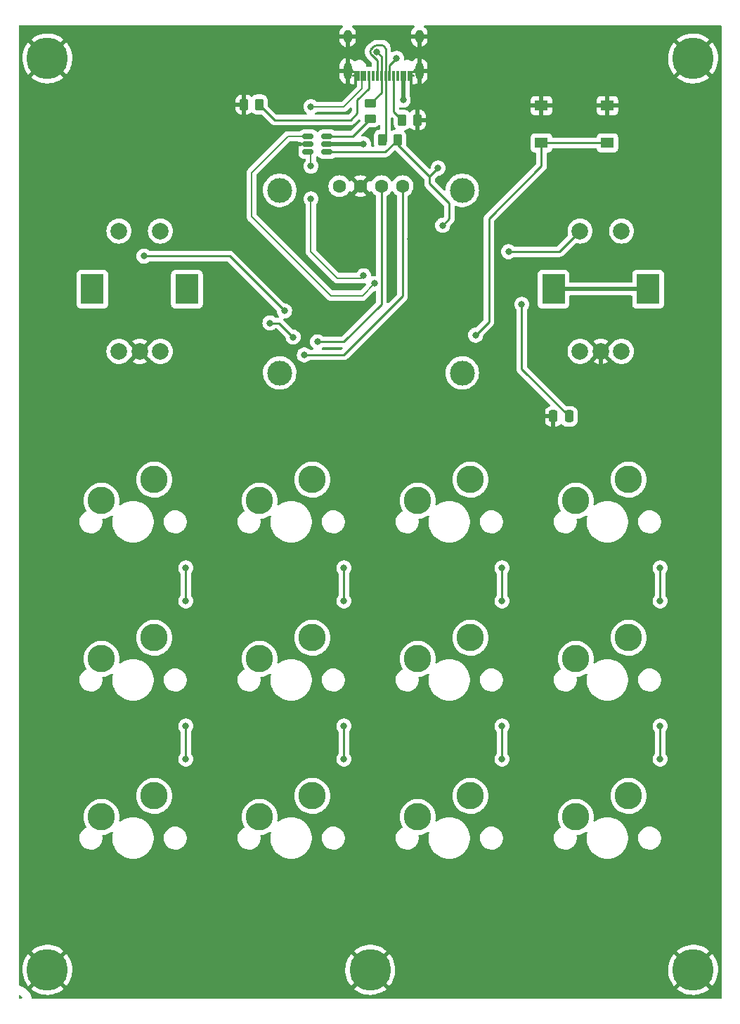
<source format=gbr>
%TF.GenerationSoftware,KiCad,Pcbnew,(6.0.9)*%
%TF.CreationDate,2022-12-04T20:55:24-04:00*%
%TF.ProjectId,pika-board,70696b61-2d62-46f6-9172-642e6b696361,rev?*%
%TF.SameCoordinates,Original*%
%TF.FileFunction,Copper,L1,Top*%
%TF.FilePolarity,Positive*%
%FSLAX46Y46*%
G04 Gerber Fmt 4.6, Leading zero omitted, Abs format (unit mm)*
G04 Created by KiCad (PCBNEW (6.0.9)) date 2022-12-04 20:55:24*
%MOMM*%
%LPD*%
G01*
G04 APERTURE LIST*
G04 Aperture macros list*
%AMRoundRect*
0 Rectangle with rounded corners*
0 $1 Rounding radius*
0 $2 $3 $4 $5 $6 $7 $8 $9 X,Y pos of 4 corners*
0 Add a 4 corners polygon primitive as box body*
4,1,4,$2,$3,$4,$5,$6,$7,$8,$9,$2,$3,0*
0 Add four circle primitives for the rounded corners*
1,1,$1+$1,$2,$3*
1,1,$1+$1,$4,$5*
1,1,$1+$1,$6,$7*
1,1,$1+$1,$8,$9*
0 Add four rect primitives between the rounded corners*
20,1,$1+$1,$2,$3,$4,$5,0*
20,1,$1+$1,$4,$5,$6,$7,0*
20,1,$1+$1,$6,$7,$8,$9,0*
20,1,$1+$1,$8,$9,$2,$3,0*%
G04 Aperture macros list end*
%TA.AperFunction,SMDPad,CuDef*%
%ADD10RoundRect,0.250000X-0.262500X-0.450000X0.262500X-0.450000X0.262500X0.450000X-0.262500X0.450000X0*%
%TD*%
%TA.AperFunction,SMDPad,CuDef*%
%ADD11RoundRect,0.150000X-0.512500X-0.150000X0.512500X-0.150000X0.512500X0.150000X-0.512500X0.150000X0*%
%TD*%
%TA.AperFunction,ComponentPad*%
%ADD12C,2.000000*%
%TD*%
%TA.AperFunction,ComponentPad*%
%ADD13R,2.800000X3.600000*%
%TD*%
%TA.AperFunction,SMDPad,CuDef*%
%ADD14RoundRect,0.250000X0.262500X0.450000X-0.262500X0.450000X-0.262500X-0.450000X0.262500X-0.450000X0*%
%TD*%
%TA.AperFunction,SMDPad,CuDef*%
%ADD15RoundRect,0.250000X-0.250000X-0.475000X0.250000X-0.475000X0.250000X0.475000X-0.250000X0.475000X0*%
%TD*%
%TA.AperFunction,ComponentPad*%
%ADD16C,0.800000*%
%TD*%
%TA.AperFunction,ComponentPad*%
%ADD17C,5.000000*%
%TD*%
%TA.AperFunction,WasherPad*%
%ADD18C,3.000000*%
%TD*%
%TA.AperFunction,ComponentPad*%
%ADD19C,1.600000*%
%TD*%
%TA.AperFunction,SMDPad,CuDef*%
%ADD20R,1.550000X1.300000*%
%TD*%
%TA.AperFunction,SMDPad,CuDef*%
%ADD21RoundRect,0.250000X-0.450000X0.262500X-0.450000X-0.262500X0.450000X-0.262500X0.450000X0.262500X0*%
%TD*%
%TA.AperFunction,SMDPad,CuDef*%
%ADD22R,0.300000X1.150000*%
%TD*%
%TA.AperFunction,ComponentPad*%
%ADD23O,1.000000X1.600000*%
%TD*%
%TA.AperFunction,ComponentPad*%
%ADD24O,1.000000X2.100000*%
%TD*%
%TA.AperFunction,ComponentPad*%
%ADD25C,3.300000*%
%TD*%
%TA.AperFunction,ViaPad*%
%ADD26C,0.800000*%
%TD*%
%TA.AperFunction,Conductor*%
%ADD27C,0.500000*%
%TD*%
%TA.AperFunction,Conductor*%
%ADD28C,0.250000*%
%TD*%
%TA.AperFunction,Conductor*%
%ADD29C,0.200000*%
%TD*%
G04 APERTURE END LIST*
D10*
%TO.P,R4,1*%
%TO.N,Net-(J1-PadA6)*%
X72906250Y-65881250D03*
%TO.P,R4,2*%
%TO.N,D-_USB*%
X74731250Y-65881250D03*
%TD*%
D11*
%TO.P,U1,1,I/O1*%
%TO.N,D+*%
X63950000Y-65463146D03*
%TO.P,U1,2,GND*%
%TO.N,GND*%
X63950000Y-66413146D03*
%TO.P,U1,3,I/O2*%
%TO.N,D-*%
X63950000Y-67363146D03*
%TO.P,U1,4,I/O2*%
%TO.N,D-_USB*%
X66225000Y-67363146D03*
%TO.P,U1,5,VBUS*%
%TO.N,+5V*%
X66225000Y-66413146D03*
%TO.P,U1,6,I/O1*%
%TO.N,D+_USB*%
X66225000Y-65463146D03*
%TD*%
D12*
%TO.P,S2,1*%
%TO.N,SW2*%
X96718750Y-76887500D03*
%TO.P,S2,2*%
%TO.N,Net-(NT2-Pad1)*%
X101718750Y-76887500D03*
D13*
%TO.P,S2,3*%
%TO.N,unconnected-(S2-Pad3)*%
X104918750Y-83887500D03*
X93518750Y-83887500D03*
D12*
%TO.P,S2,A,CH_A*%
%TO.N,Net-(R13-Pad2)*%
X96718750Y-91387500D03*
%TO.P,S2,B,CH_B*%
%TO.N,Net-(R15-Pad2)*%
X101718750Y-91387500D03*
%TO.P,S2,C,COM*%
%TO.N,GND*%
X99218750Y-91387500D03*
%TD*%
D14*
%TO.P,R9,1*%
%TO.N,Net-(J1-PadB5)*%
X58062500Y-61650646D03*
%TO.P,R9,2*%
%TO.N,GND*%
X56237500Y-61650646D03*
%TD*%
D15*
%TO.P,C3,1*%
%TO.N,GND*%
X93506250Y-99218750D03*
%TO.P,C3,2*%
%TO.N,CLK2*%
X95406250Y-99218750D03*
%TD*%
D12*
%TO.P,S1,1*%
%TO.N,SW1*%
X41156250Y-76887500D03*
%TO.P,S1,2*%
%TO.N,Net-(NT1-Pad1)*%
X46156250Y-76887500D03*
D13*
%TO.P,S1,3*%
%TO.N,unconnected-(S1-Pad3)*%
X37956250Y-83887500D03*
X49356250Y-83887500D03*
D12*
%TO.P,S1,A,CH_A*%
%TO.N,Net-(R5-Pad2)*%
X41156250Y-91387500D03*
%TO.P,S1,B,CH_B*%
%TO.N,Net-(R11-Pad2)*%
X46156250Y-91387500D03*
%TO.P,S1,C,COM*%
%TO.N,GND*%
X43656250Y-91387500D03*
%TD*%
D16*
%TO.P,H3,1,1*%
%TO.N,GND*%
X109005425Y-164567925D03*
X109005425Y-167219575D03*
X110331250Y-164018750D03*
X111657075Y-164567925D03*
X108456250Y-165893750D03*
X112206250Y-165893750D03*
X111657075Y-167219575D03*
X110331250Y-167768750D03*
D17*
X110331250Y-165893750D03*
%TD*%
D16*
%TO.P,H5,1,1*%
%TO.N,GND*%
X71437500Y-164018750D03*
X70111675Y-167219575D03*
D17*
X71437500Y-165893750D03*
D16*
X72763325Y-164567925D03*
X72763325Y-167219575D03*
X69562500Y-165893750D03*
X71437500Y-167768750D03*
X70111675Y-164567925D03*
X73312500Y-165893750D03*
%TD*%
D18*
%TO.P,U3,*%
%TO.N,*%
X82532500Y-71986896D03*
X82532500Y-93986896D03*
X60532500Y-71986896D03*
X60532500Y-93986896D03*
D19*
%TO.P,U3,1,VCC*%
%TO.N,+5V*%
X67722500Y-71486896D03*
%TO.P,U3,2,GND*%
%TO.N,GND*%
X70262500Y-71486896D03*
%TO.P,U3,3,SCL*%
%TO.N,SCL*%
X72802500Y-71486896D03*
%TO.P,U3,4,SDA*%
%TO.N,SDA*%
X75342500Y-71486896D03*
%TD*%
D20*
%TO.P,SW13,1,1*%
%TO.N,GND*%
X92068750Y-61781896D03*
X100018750Y-61781896D03*
%TO.P,SW13,2,2*%
%TO.N,Net-(SW13-Pad2)*%
X100018750Y-66281896D03*
X92068750Y-66281896D03*
%TD*%
D16*
%TO.P,H1,1,1*%
%TO.N,GND*%
X31217925Y-164567925D03*
X34418750Y-165893750D03*
X30668750Y-165893750D03*
X33869575Y-167219575D03*
X32543750Y-164018750D03*
X33869575Y-164567925D03*
D17*
X32543750Y-165893750D03*
D16*
X32543750Y-167768750D03*
X31217925Y-167219575D03*
%TD*%
%TO.P,H4,1,1*%
%TO.N,GND*%
X109005425Y-54768571D03*
X110331250Y-54219396D03*
X108456250Y-56094396D03*
X111657075Y-54768571D03*
D17*
X110331250Y-56094396D03*
D16*
X111657075Y-57420221D03*
X112206250Y-56094396D03*
X110331250Y-57969396D03*
X109005425Y-57420221D03*
%TD*%
D10*
%TO.P,R8,1*%
%TO.N,Net-(J1-PadA5)*%
X75287500Y-63500000D03*
%TO.P,R8,2*%
%TO.N,GND*%
X77112500Y-63500000D03*
%TD*%
D21*
%TO.P,R3,1*%
%TO.N,Net-(J1-PadA7)*%
X71437500Y-61531896D03*
%TO.P,R3,2*%
%TO.N,D+_USB*%
X71437500Y-63356896D03*
%TD*%
D16*
%TO.P,H2,1,1*%
%TO.N,GND*%
X34418750Y-56094396D03*
X32543750Y-57969396D03*
X33869575Y-54768571D03*
X30668750Y-56094396D03*
X33869575Y-57420221D03*
X31217925Y-54768571D03*
X31217925Y-57420221D03*
X32543750Y-54219396D03*
D17*
X32543750Y-56094396D03*
%TD*%
D22*
%TO.P,J1,A1,GND*%
%TO.N,GND*%
X76375000Y-58176896D03*
%TO.P,J1,A4,VBUS*%
%TO.N,D-_USB*%
X75575000Y-58176896D03*
%TO.P,J1,A5,CC1*%
%TO.N,Net-(J1-PadA5)*%
X74275000Y-58176896D03*
%TO.P,J1,A6,D+*%
%TO.N,Net-(J1-PadA6)*%
X73275000Y-58176896D03*
%TO.P,J1,A7,D-*%
%TO.N,Net-(J1-PadA7)*%
X72775000Y-58176896D03*
%TO.P,J1,A8,SBU1*%
%TO.N,unconnected-(J1-PadA8)*%
X71775000Y-58176896D03*
%TO.P,J1,A9,VBUS*%
%TO.N,D-_USB*%
X70475000Y-58176896D03*
%TO.P,J1,A12,GND*%
%TO.N,GND*%
X69675000Y-58176896D03*
%TO.P,J1,B1,GND*%
X69975000Y-58176896D03*
%TO.P,J1,B4,VBUS*%
%TO.N,D-_USB*%
X70775000Y-58176896D03*
%TO.P,J1,B5,CC2*%
%TO.N,Net-(J1-PadB5)*%
X71275000Y-58176896D03*
%TO.P,J1,B6,D+*%
%TO.N,Net-(J1-PadA6)*%
X72275000Y-58176896D03*
%TO.P,J1,B7,D-*%
%TO.N,Net-(J1-PadA7)*%
X73775000Y-58176896D03*
%TO.P,J1,B8,SBU2*%
%TO.N,unconnected-(J1-PadB8)*%
X74775000Y-58176896D03*
%TO.P,J1,B9,VBUS*%
%TO.N,D-_USB*%
X75275000Y-58176896D03*
%TO.P,J1,B12,GND*%
%TO.N,GND*%
X76075000Y-58176896D03*
D23*
%TO.P,J1,S1,SHIELD*%
X68705000Y-53431896D03*
X77345000Y-53431896D03*
D24*
X77345000Y-57611896D03*
X68705000Y-57611896D03*
%TD*%
D25*
%TO.P,SW11,1,1*%
%TO.N,Net-(D11-Pad2)*%
X96202500Y-128428750D03*
%TO.P,SW11,2,2*%
%TO.N,Net-(R10-Pad2)*%
X102552500Y-125888750D03*
%TD*%
%TO.P,SW6,1,1*%
%TO.N,Net-(D6-Pad2)*%
X58102500Y-147478750D03*
%TO.P,SW6,2,2*%
%TO.N,Net-(R2-Pad2)*%
X64452500Y-144938750D03*
%TD*%
%TO.P,SW2,1,1*%
%TO.N,Net-(D2-Pad2)*%
X39052500Y-128428750D03*
%TO.P,SW2,2,2*%
%TO.N,Net-(R1-Pad2)*%
X45402500Y-125888750D03*
%TD*%
%TO.P,SW7,1,1*%
%TO.N,Net-(D7-Pad2)*%
X77152500Y-109378750D03*
%TO.P,SW7,2,2*%
%TO.N,Net-(R7-Pad2)*%
X83502500Y-106838750D03*
%TD*%
%TO.P,SW4,1,1*%
%TO.N,Net-(D4-Pad2)*%
X58102500Y-109378750D03*
%TO.P,SW4,2,2*%
%TO.N,Net-(R2-Pad2)*%
X64452500Y-106838750D03*
%TD*%
%TO.P,SW9,1,1*%
%TO.N,Net-(D9-Pad2)*%
X77152500Y-147478750D03*
%TO.P,SW9,2,2*%
%TO.N,Net-(R7-Pad2)*%
X83502500Y-144938750D03*
%TD*%
%TO.P,SW8,1,1*%
%TO.N,Net-(D8-Pad2)*%
X77152500Y-128428750D03*
%TO.P,SW8,2,2*%
%TO.N,Net-(R7-Pad2)*%
X83502500Y-125888750D03*
%TD*%
%TO.P,SW1,1,1*%
%TO.N,Net-(D1-Pad2)*%
X39052500Y-109378750D03*
%TO.P,SW1,2,2*%
%TO.N,Net-(R1-Pad2)*%
X45402500Y-106838750D03*
%TD*%
%TO.P,SW5,1,1*%
%TO.N,Net-(D5-Pad2)*%
X58102500Y-128428750D03*
%TO.P,SW5,2,2*%
%TO.N,Net-(R2-Pad2)*%
X64452500Y-125888750D03*
%TD*%
%TO.P,SW12,1,1*%
%TO.N,Net-(D12-Pad2)*%
X96202500Y-147478750D03*
%TO.P,SW12,2,2*%
%TO.N,Net-(R10-Pad2)*%
X102552500Y-144938750D03*
%TD*%
%TO.P,SW10,1,1*%
%TO.N,Net-(D10-Pad2)*%
X96202500Y-109378750D03*
%TO.P,SW10,2,2*%
%TO.N,Net-(R10-Pad2)*%
X102552500Y-106838750D03*
%TD*%
%TO.P,SW3,1,1*%
%TO.N,Net-(D3-Pad2)*%
X39052500Y-147478750D03*
%TO.P,SW3,2,2*%
%TO.N,Net-(R1-Pad2)*%
X45402500Y-144938750D03*
%TD*%
D26*
%TO.N,GND*%
X83343750Y-75406250D03*
X65881250Y-73818750D03*
X76246314Y-77833814D03*
X98425000Y-100806250D03*
%TO.N,DT1*%
X62146432Y-89665829D03*
X59362681Y-87963146D03*
%TO.N,CLK2*%
X89693750Y-85725000D03*
%TO.N,+5V*%
X70643750Y-66413146D03*
%TO.N,D-_USB*%
X80168750Y-76200000D03*
X75406250Y-61118750D03*
X64293750Y-61912500D03*
X79616873Y-69298123D03*
%TO.N,Net-(J1-PadA7)*%
X72231250Y-55300646D03*
X74612500Y-56094396D03*
%TO.N,Net-(R1-Pad2)*%
X49212500Y-136525000D03*
X49212500Y-121443750D03*
X49212500Y-140493750D03*
X49212500Y-117475000D03*
%TO.N,Net-(R2-Pad2)*%
X68262500Y-136525000D03*
X68262500Y-121443750D03*
X68262500Y-117475000D03*
X68262500Y-140493750D03*
%TO.N,Net-(R7-Pad2)*%
X87312500Y-121443750D03*
X87312500Y-136525000D03*
X87312500Y-140493750D03*
X87312500Y-117475000D03*
%TO.N,Net-(R10-Pad2)*%
X106362500Y-136525000D03*
X106362500Y-140493750D03*
X106362500Y-117475000D03*
X106362500Y-121443750D03*
%TO.N,SW1*%
X61118750Y-86518750D03*
X44175646Y-79906896D03*
%TO.N,SW2*%
X88106250Y-79375000D03*
%TO.N,Net-(SW13-Pad2)*%
X84137500Y-89431896D03*
%TO.N,D+*%
X71947073Y-83212823D03*
%TO.N,D-*%
X64293750Y-69056250D03*
X64293750Y-73025000D03*
X70643750Y-82288146D03*
%TO.N,SCL*%
X65087500Y-90225646D03*
%TO.N,SDA*%
X63500000Y-91813146D03*
%TD*%
D27*
%TO.N,GND*%
X65881250Y-73818750D02*
X67930646Y-73818750D01*
X98425000Y-100806250D02*
X99218750Y-100012500D01*
X67930646Y-73818750D02*
X70262500Y-71486896D01*
D28*
X80916186Y-77833814D02*
X83343750Y-75406250D01*
X76246314Y-77833814D02*
X80916186Y-77833814D01*
D27*
X99218750Y-100012500D02*
X99218750Y-91387500D01*
D28*
%TO.N,DT1*%
X60443749Y-87963146D02*
X62146432Y-89665829D01*
X59362681Y-87963146D02*
X60443749Y-87963146D01*
%TO.N,CLK2*%
X95406250Y-99218750D02*
X89693750Y-93506250D01*
X89693750Y-93506250D02*
X89693750Y-85725000D01*
D27*
%TO.N,+5V*%
X70643750Y-66413146D02*
X66225000Y-66413146D01*
D28*
%TO.N,D-_USB*%
X74731250Y-66483745D02*
X78581250Y-70333745D01*
X80962500Y-73556896D02*
X78581250Y-71175646D01*
D29*
X68262500Y-61912500D02*
X70475000Y-59700000D01*
D28*
X78581250Y-71175646D02*
X78581250Y-70333745D01*
X80168750Y-76200000D02*
X80962500Y-75406250D01*
X66225000Y-67363146D02*
X73249354Y-67363146D01*
X80962500Y-75406250D02*
X80962500Y-73556896D01*
X74731250Y-65881250D02*
X74731250Y-66483745D01*
D29*
X70475000Y-59700000D02*
X70475000Y-58176896D01*
X64293750Y-61912500D02*
X68262500Y-61912500D01*
D28*
X79616873Y-69298123D02*
X78581250Y-70333745D01*
D29*
X70475000Y-58176896D02*
X70775000Y-58176896D01*
D28*
X73249354Y-67363146D02*
X74731250Y-65881250D01*
D27*
X75406250Y-61118750D02*
X75406250Y-58345646D01*
D29*
X75575000Y-58176896D02*
X75275000Y-58176896D01*
D28*
%TO.N,Net-(J1-PadA5)*%
X74275000Y-62487500D02*
X75287500Y-63500000D01*
X74275000Y-58176896D02*
X74275000Y-62487500D01*
%TO.N,Net-(J1-PadA6)*%
X72275000Y-56369701D02*
X72275000Y-58176896D01*
X72397226Y-54506896D02*
X72848223Y-54506896D01*
X71601234Y-55695935D02*
X72275000Y-56369701D01*
X73275000Y-54933672D02*
X73275000Y-58176896D01*
X73275000Y-58176896D02*
X73275000Y-66044396D01*
X71718597Y-54787993D02*
X71601234Y-54905356D01*
X73275012Y-54933672D02*
G75*
G03*
X73150000Y-54631896I-426812J-28D01*
G01*
X71601262Y-55695907D02*
G75*
G02*
X71437500Y-55300646I395238J395307D01*
G01*
X71437526Y-55300646D02*
G75*
G02*
X71601235Y-54905357I558974J46D01*
G01*
X72848223Y-54506888D02*
G75*
G02*
X73150000Y-54631896I-23J-426812D01*
G01*
X71718589Y-54787985D02*
G75*
G02*
X72397226Y-54506896I678611J-678615D01*
G01*
%TO.N,Net-(J1-PadA7)*%
X73775000Y-58176896D02*
X73775000Y-56931896D01*
X72775000Y-55844396D02*
X72775000Y-58176896D01*
X72775000Y-58176896D02*
X72775000Y-60194396D01*
X72775000Y-60194396D02*
X71437500Y-61531896D01*
X73775000Y-56931896D02*
X74612500Y-56094396D01*
X72231250Y-55300646D02*
X72775000Y-55844396D01*
%TO.N,Net-(J1-PadB5)*%
X58062500Y-61650646D02*
X59911854Y-63500000D01*
X69850000Y-62706250D02*
X69850000Y-61118750D01*
X59911854Y-63500000D02*
X69056250Y-63500000D01*
X69056250Y-63500000D02*
X69850000Y-62706250D01*
X69850000Y-61118750D02*
X71275000Y-59693750D01*
X71275000Y-59693750D02*
X71275000Y-58176896D01*
%TO.N,Net-(R1-Pad2)*%
X49212500Y-140493750D02*
X49212500Y-136525000D01*
X49212500Y-121443750D02*
X49212500Y-117475000D01*
%TO.N,Net-(R2-Pad2)*%
X68262500Y-140493750D02*
X68262500Y-136525000D01*
X68262500Y-121443750D02*
X68262500Y-117475000D01*
%TO.N,D+_USB*%
X69331250Y-65463146D02*
X66225000Y-65463146D01*
X71437500Y-63356896D02*
X69331250Y-65463146D01*
%TO.N,Net-(R7-Pad2)*%
X87312500Y-140493750D02*
X87312500Y-136525000D01*
X87312500Y-121443750D02*
X87312500Y-117475000D01*
%TO.N,Net-(R10-Pad2)*%
X106362500Y-121443750D02*
X106362500Y-117475000D01*
X106362500Y-140493750D02*
X106362500Y-136525000D01*
%TO.N,SW1*%
X54506896Y-79906896D02*
X61118750Y-86518750D01*
X44175646Y-79906896D02*
X54506896Y-79906896D01*
%TO.N,SW2*%
X94231250Y-79375000D02*
X96718750Y-76887500D01*
X88106250Y-79375000D02*
X94231250Y-79375000D01*
D27*
%TO.N,unconnected-(S2-Pad3)*%
X104918750Y-83887500D02*
X93518750Y-83887500D01*
D28*
%TO.N,Net-(SW13-Pad2)*%
X92068750Y-66281896D02*
X92068750Y-69062500D01*
X84137500Y-89431896D02*
X85725000Y-87844396D01*
X85725000Y-87844396D02*
X85725000Y-75406250D01*
X85725000Y-75406250D02*
X92068750Y-69062500D01*
X100018750Y-66281896D02*
X92068750Y-66281896D01*
D29*
%TO.N,D+*%
X61536854Y-65463146D02*
X63950000Y-65463146D01*
X70490500Y-84669396D02*
X66675000Y-84669396D01*
X61536854Y-65463146D02*
X57150000Y-69850000D01*
X57150000Y-75144396D02*
X66675000Y-84669396D01*
X71947073Y-83212823D02*
X70490500Y-84669396D01*
X57150000Y-69850000D02*
X57150000Y-75144396D01*
%TO.N,D-*%
X67468750Y-82550000D02*
X70381896Y-82550000D01*
X64293750Y-79375000D02*
X67468750Y-82550000D01*
X63950000Y-67363146D02*
X64293750Y-67706896D01*
X64293750Y-67706896D02*
X64293750Y-69056250D01*
X70381896Y-82550000D02*
X70643750Y-82288146D01*
X64293750Y-73025000D02*
X64293750Y-79375000D01*
D28*
%TO.N,SCL*%
X65087500Y-90225646D02*
X68262500Y-90225646D01*
X68262500Y-90225646D02*
X72802500Y-85685646D01*
X72802500Y-85685646D02*
X72802500Y-71486896D01*
%TO.N,SDA*%
X68262500Y-91813146D02*
X75342500Y-84733146D01*
X63500000Y-91813146D02*
X68262500Y-91813146D01*
X75342500Y-84733146D02*
X75342500Y-71486896D01*
%TD*%
%TA.AperFunction,Conductor*%
%TO.N,GND*%
G36*
X68087205Y-52122252D02*
G01*
X68133698Y-52175908D01*
X68143802Y-52246182D01*
X68114308Y-52310762D01*
X68098036Y-52326447D01*
X68001127Y-52404364D01*
X67992368Y-52412942D01*
X67873222Y-52554935D01*
X67866292Y-52565055D01*
X67776998Y-52727481D01*
X67772166Y-52738754D01*
X67716120Y-52915434D01*
X67713570Y-52927428D01*
X67697393Y-53071657D01*
X67697000Y-53078681D01*
X67697000Y-53159781D01*
X67701475Y-53175020D01*
X67702865Y-53176225D01*
X67710548Y-53177896D01*
X69694885Y-53177896D01*
X69710124Y-53173421D01*
X69711329Y-53172031D01*
X69713000Y-53164348D01*
X69713000Y-53085239D01*
X69712699Y-53079091D01*
X69699188Y-52941293D01*
X69696805Y-52929258D01*
X69643233Y-52751820D01*
X69638559Y-52740480D01*
X69551540Y-52576819D01*
X69544751Y-52566602D01*
X69427603Y-52422963D01*
X69418959Y-52414259D01*
X69311468Y-52325335D01*
X69271729Y-52266501D01*
X69270107Y-52195523D01*
X69307117Y-52134935D01*
X69371007Y-52103975D01*
X69391783Y-52102250D01*
X76659084Y-52102250D01*
X76727205Y-52122252D01*
X76773698Y-52175908D01*
X76783802Y-52246182D01*
X76754308Y-52310762D01*
X76738036Y-52326447D01*
X76641127Y-52404364D01*
X76632368Y-52412942D01*
X76513222Y-52554935D01*
X76506292Y-52565055D01*
X76416998Y-52727481D01*
X76412166Y-52738754D01*
X76356120Y-52915434D01*
X76353570Y-52927428D01*
X76337393Y-53071657D01*
X76337000Y-53078681D01*
X76337000Y-53159781D01*
X76341475Y-53175020D01*
X76342865Y-53176225D01*
X76350548Y-53177896D01*
X78334885Y-53177896D01*
X78350124Y-53173421D01*
X78351329Y-53172031D01*
X78353000Y-53164348D01*
X78353000Y-53085239D01*
X78352699Y-53079091D01*
X78339188Y-52941293D01*
X78336805Y-52929258D01*
X78283233Y-52751820D01*
X78278559Y-52740480D01*
X78191540Y-52576819D01*
X78184751Y-52566602D01*
X78067603Y-52422963D01*
X78058959Y-52414259D01*
X77951468Y-52325335D01*
X77911729Y-52266501D01*
X77910107Y-52195523D01*
X77947117Y-52134935D01*
X78011007Y-52103975D01*
X78031783Y-52102250D01*
X113665500Y-52102250D01*
X113733621Y-52122252D01*
X113780114Y-52175908D01*
X113791500Y-52228250D01*
X113791500Y-169228000D01*
X113771498Y-169296121D01*
X113717842Y-169342614D01*
X113665500Y-169354000D01*
X30791537Y-169354000D01*
X30723416Y-169333998D01*
X30676923Y-169280342D01*
X30672764Y-169270060D01*
X30631173Y-169152611D01*
X30575934Y-168996619D01*
X30439907Y-168733072D01*
X30426226Y-168713605D01*
X30349710Y-168604734D01*
X30269372Y-168490425D01*
X30067483Y-168273167D01*
X30064168Y-168270453D01*
X30064164Y-168270450D01*
X29972509Y-168195431D01*
X30607610Y-168195431D01*
X30607628Y-168195683D01*
X30613543Y-168204427D01*
X30644861Y-168232924D01*
X30650498Y-168237488D01*
X30926294Y-168435668D01*
X30932432Y-168439563D01*
X31229185Y-168604734D01*
X31235705Y-168607886D01*
X31549488Y-168737859D01*
X31556339Y-168740245D01*
X31882962Y-168833286D01*
X31890051Y-168834870D01*
X32225215Y-168889756D01*
X32232421Y-168890513D01*
X32571676Y-168906512D01*
X32578926Y-168906436D01*
X32917760Y-168883337D01*
X32924969Y-168882426D01*
X33258910Y-168820534D01*
X33265940Y-168818807D01*
X33590569Y-168718937D01*
X33597347Y-168716417D01*
X33908353Y-168579895D01*
X33914793Y-168576614D01*
X34208043Y-168405252D01*
X34214076Y-168401243D01*
X34472578Y-168207155D01*
X34481032Y-168195828D01*
X34480815Y-168195431D01*
X69501360Y-168195431D01*
X69501378Y-168195683D01*
X69507293Y-168204427D01*
X69538611Y-168232924D01*
X69544248Y-168237488D01*
X69820044Y-168435668D01*
X69826182Y-168439563D01*
X70122935Y-168604734D01*
X70129455Y-168607886D01*
X70443238Y-168737859D01*
X70450089Y-168740245D01*
X70776712Y-168833286D01*
X70783801Y-168834870D01*
X71118965Y-168889756D01*
X71126171Y-168890513D01*
X71465426Y-168906512D01*
X71472676Y-168906436D01*
X71811510Y-168883337D01*
X71818719Y-168882426D01*
X72152660Y-168820534D01*
X72159690Y-168818807D01*
X72484319Y-168718937D01*
X72491097Y-168716417D01*
X72802103Y-168579895D01*
X72808543Y-168576614D01*
X73101793Y-168405252D01*
X73107826Y-168401243D01*
X73366328Y-168207155D01*
X73374782Y-168195828D01*
X73374565Y-168195431D01*
X108395110Y-168195431D01*
X108395128Y-168195683D01*
X108401043Y-168204427D01*
X108432361Y-168232924D01*
X108437998Y-168237488D01*
X108713794Y-168435668D01*
X108719932Y-168439563D01*
X109016685Y-168604734D01*
X109023205Y-168607886D01*
X109336988Y-168737859D01*
X109343839Y-168740245D01*
X109670462Y-168833286D01*
X109677551Y-168834870D01*
X110012715Y-168889756D01*
X110019921Y-168890513D01*
X110359176Y-168906512D01*
X110366426Y-168906436D01*
X110705260Y-168883337D01*
X110712469Y-168882426D01*
X111046410Y-168820534D01*
X111053440Y-168818807D01*
X111378069Y-168718937D01*
X111384847Y-168716417D01*
X111695853Y-168579895D01*
X111702293Y-168576614D01*
X111995543Y-168405252D01*
X112001576Y-168401243D01*
X112260078Y-168207155D01*
X112268532Y-168195828D01*
X112261787Y-168183498D01*
X110344060Y-166265770D01*
X110330119Y-166258158D01*
X110328284Y-166258289D01*
X110321670Y-166262540D01*
X108402724Y-168181487D01*
X108395110Y-168195431D01*
X73374565Y-168195431D01*
X73368037Y-168183498D01*
X71450310Y-166265770D01*
X71436369Y-166258158D01*
X71434534Y-166258289D01*
X71427920Y-166262540D01*
X69508974Y-168181487D01*
X69501360Y-168195431D01*
X34480815Y-168195431D01*
X34474287Y-168183498D01*
X32556560Y-166265770D01*
X32542619Y-166258158D01*
X32540784Y-166258289D01*
X32534170Y-166262540D01*
X30615224Y-168181487D01*
X30607610Y-168195431D01*
X29972509Y-168195431D01*
X29841295Y-168088034D01*
X29837977Y-168085318D01*
X29585101Y-167930356D01*
X29313533Y-167811146D01*
X29286776Y-167803524D01*
X29174981Y-167771678D01*
X29114946Y-167733779D01*
X29084932Y-167669439D01*
X29083500Y-167650499D01*
X29083500Y-165802737D01*
X29532234Y-165802737D01*
X29541124Y-166142255D01*
X29541730Y-166149471D01*
X29589585Y-166485713D01*
X29591019Y-166492824D01*
X29677205Y-166821345D01*
X29679442Y-166828228D01*
X29802814Y-167144664D01*
X29805831Y-167151253D01*
X29964752Y-167451402D01*
X29968511Y-167457610D01*
X30160879Y-167737507D01*
X30165324Y-167743236D01*
X30232493Y-167820234D01*
X30245667Y-167828638D01*
X30255519Y-167822770D01*
X32171730Y-165906560D01*
X32178107Y-165894881D01*
X32908158Y-165894881D01*
X32908289Y-165896716D01*
X32912540Y-165903330D01*
X34830018Y-167820807D01*
X34843372Y-167828099D01*
X34853344Y-167821045D01*
X34960391Y-167693017D01*
X34964707Y-167687206D01*
X35151182Y-167403325D01*
X35154796Y-167397063D01*
X35307408Y-167093632D01*
X35310280Y-167086994D01*
X35426999Y-166768043D01*
X35429095Y-166761101D01*
X35508381Y-166430853D01*
X35509665Y-166423714D01*
X35550566Y-166085723D01*
X35550990Y-166080153D01*
X35556760Y-165896547D01*
X35556687Y-165890954D01*
X35551600Y-165802737D01*
X68425984Y-165802737D01*
X68434874Y-166142255D01*
X68435480Y-166149471D01*
X68483335Y-166485713D01*
X68484769Y-166492824D01*
X68570955Y-166821345D01*
X68573192Y-166828228D01*
X68696564Y-167144664D01*
X68699581Y-167151253D01*
X68858502Y-167451402D01*
X68862261Y-167457610D01*
X69054629Y-167737507D01*
X69059074Y-167743236D01*
X69126243Y-167820234D01*
X69139417Y-167828638D01*
X69149269Y-167822770D01*
X71065480Y-165906560D01*
X71071857Y-165894881D01*
X71801908Y-165894881D01*
X71802039Y-165896716D01*
X71806290Y-165903330D01*
X73723768Y-167820807D01*
X73737122Y-167828099D01*
X73747094Y-167821045D01*
X73854141Y-167693017D01*
X73858457Y-167687206D01*
X74044932Y-167403325D01*
X74048546Y-167397063D01*
X74201158Y-167093632D01*
X74204030Y-167086994D01*
X74320749Y-166768043D01*
X74322845Y-166761101D01*
X74402131Y-166430853D01*
X74403415Y-166423714D01*
X74444316Y-166085723D01*
X74444740Y-166080153D01*
X74450510Y-165896547D01*
X74450437Y-165890954D01*
X74445350Y-165802737D01*
X107319734Y-165802737D01*
X107328624Y-166142255D01*
X107329230Y-166149471D01*
X107377085Y-166485713D01*
X107378519Y-166492824D01*
X107464705Y-166821345D01*
X107466942Y-166828228D01*
X107590314Y-167144664D01*
X107593331Y-167151253D01*
X107752252Y-167451402D01*
X107756011Y-167457610D01*
X107948379Y-167737507D01*
X107952824Y-167743236D01*
X108019993Y-167820234D01*
X108033167Y-167828638D01*
X108043019Y-167822770D01*
X109959230Y-165906560D01*
X109965607Y-165894881D01*
X110695658Y-165894881D01*
X110695789Y-165896716D01*
X110700040Y-165903330D01*
X112617518Y-167820807D01*
X112630872Y-167828099D01*
X112640844Y-167821045D01*
X112747891Y-167693017D01*
X112752207Y-167687206D01*
X112938682Y-167403325D01*
X112942296Y-167397063D01*
X113094908Y-167093632D01*
X113097780Y-167086994D01*
X113214499Y-166768043D01*
X113216595Y-166761101D01*
X113295881Y-166430853D01*
X113297165Y-166423714D01*
X113338066Y-166085723D01*
X113338490Y-166080153D01*
X113344260Y-165896547D01*
X113344187Y-165890954D01*
X113324588Y-165551053D01*
X113323756Y-165543863D01*
X113265363Y-165209279D01*
X113263708Y-165202224D01*
X113167248Y-164876584D01*
X113164790Y-164869756D01*
X113031540Y-164557358D01*
X113028323Y-164550875D01*
X112860038Y-164255839D01*
X112856106Y-164249784D01*
X112655024Y-163976045D01*
X112650416Y-163970476D01*
X112645080Y-163964734D01*
X112631428Y-163956616D01*
X112630820Y-163956637D01*
X112622342Y-163961869D01*
X110703270Y-165880940D01*
X110695658Y-165894881D01*
X109965607Y-165894881D01*
X109966842Y-165892619D01*
X109966711Y-165890784D01*
X109962460Y-165884170D01*
X108043624Y-163965335D01*
X108030831Y-163958349D01*
X108020077Y-163966214D01*
X107859287Y-164171277D01*
X107855152Y-164177226D01*
X107677690Y-164466818D01*
X107674269Y-164473197D01*
X107531266Y-164781272D01*
X107528606Y-164787991D01*
X107421961Y-165110457D01*
X107420084Y-165117461D01*
X107351211Y-165450038D01*
X107350154Y-165457199D01*
X107319962Y-165795485D01*
X107319734Y-165802737D01*
X74445350Y-165802737D01*
X74430838Y-165551053D01*
X74430006Y-165543863D01*
X74371613Y-165209279D01*
X74369958Y-165202224D01*
X74273498Y-164876584D01*
X74271040Y-164869756D01*
X74137790Y-164557358D01*
X74134573Y-164550875D01*
X73966288Y-164255839D01*
X73962356Y-164249784D01*
X73761274Y-163976045D01*
X73756666Y-163970476D01*
X73751330Y-163964734D01*
X73737678Y-163956616D01*
X73737070Y-163956637D01*
X73728592Y-163961869D01*
X71809520Y-165880940D01*
X71801908Y-165894881D01*
X71071857Y-165894881D01*
X71073092Y-165892619D01*
X71072961Y-165890784D01*
X71068710Y-165884170D01*
X69149874Y-163965335D01*
X69137081Y-163958349D01*
X69126327Y-163966214D01*
X68965537Y-164171277D01*
X68961402Y-164177226D01*
X68783940Y-164466818D01*
X68780519Y-164473197D01*
X68637516Y-164781272D01*
X68634856Y-164787991D01*
X68528211Y-165110457D01*
X68526334Y-165117461D01*
X68457461Y-165450038D01*
X68456404Y-165457199D01*
X68426212Y-165795485D01*
X68425984Y-165802737D01*
X35551600Y-165802737D01*
X35537088Y-165551053D01*
X35536256Y-165543863D01*
X35477863Y-165209279D01*
X35476208Y-165202224D01*
X35379748Y-164876584D01*
X35377290Y-164869756D01*
X35244040Y-164557358D01*
X35240823Y-164550875D01*
X35072538Y-164255839D01*
X35068606Y-164249784D01*
X34867524Y-163976045D01*
X34862916Y-163970476D01*
X34857580Y-163964734D01*
X34843928Y-163956616D01*
X34843320Y-163956637D01*
X34834842Y-163961869D01*
X32915770Y-165880940D01*
X32908158Y-165894881D01*
X32178107Y-165894881D01*
X32179342Y-165892619D01*
X32179211Y-165890784D01*
X32174960Y-165884170D01*
X30256124Y-163965335D01*
X30243331Y-163958349D01*
X30232577Y-163966214D01*
X30071787Y-164171277D01*
X30067652Y-164177226D01*
X29890190Y-164466818D01*
X29886769Y-164473197D01*
X29743766Y-164781272D01*
X29741106Y-164787991D01*
X29634461Y-165110457D01*
X29632584Y-165117461D01*
X29563711Y-165450038D01*
X29562654Y-165457199D01*
X29532462Y-165795485D01*
X29532234Y-165802737D01*
X29083500Y-165802737D01*
X29083500Y-163594798D01*
X30608882Y-163594798D01*
X30615277Y-163606066D01*
X32530940Y-165521730D01*
X32544881Y-165529342D01*
X32546716Y-165529211D01*
X32553330Y-165524960D01*
X34470824Y-163607466D01*
X34477741Y-163594798D01*
X69502632Y-163594798D01*
X69509027Y-163606066D01*
X71424690Y-165521730D01*
X71438631Y-165529342D01*
X71440466Y-165529211D01*
X71447080Y-165524960D01*
X73364574Y-163607466D01*
X73371491Y-163594798D01*
X108396382Y-163594798D01*
X108402777Y-163606066D01*
X110318440Y-165521730D01*
X110332381Y-165529342D01*
X110334216Y-165529211D01*
X110340830Y-165524960D01*
X112258324Y-163607466D01*
X112265716Y-163593929D01*
X112258929Y-163584229D01*
X112155726Y-163496085D01*
X112149954Y-163491703D01*
X111868046Y-163302269D01*
X111861825Y-163298589D01*
X111560007Y-163142810D01*
X111553396Y-163139866D01*
X111235689Y-163019815D01*
X111228763Y-163017644D01*
X110899362Y-162934905D01*
X110892255Y-162933549D01*
X110555528Y-162889218D01*
X110548286Y-162888687D01*
X110208717Y-162883352D01*
X110201455Y-162883656D01*
X109863506Y-162917388D01*
X109856358Y-162918520D01*
X109524513Y-162990874D01*
X109517535Y-162992822D01*
X109196210Y-163102836D01*
X109189503Y-163105573D01*
X108882957Y-163251789D01*
X108876599Y-163255284D01*
X108588904Y-163435755D01*
X108582981Y-163439964D01*
X108404851Y-163582673D01*
X108396382Y-163594798D01*
X73371491Y-163594798D01*
X73371966Y-163593929D01*
X73365179Y-163584229D01*
X73261976Y-163496085D01*
X73256204Y-163491703D01*
X72974296Y-163302269D01*
X72968075Y-163298589D01*
X72666257Y-163142810D01*
X72659646Y-163139866D01*
X72341939Y-163019815D01*
X72335013Y-163017644D01*
X72005612Y-162934905D01*
X71998505Y-162933549D01*
X71661778Y-162889218D01*
X71654536Y-162888687D01*
X71314967Y-162883352D01*
X71307705Y-162883656D01*
X70969756Y-162917388D01*
X70962608Y-162918520D01*
X70630763Y-162990874D01*
X70623785Y-162992822D01*
X70302460Y-163102836D01*
X70295753Y-163105573D01*
X69989207Y-163251789D01*
X69982849Y-163255284D01*
X69695154Y-163435755D01*
X69689231Y-163439964D01*
X69511101Y-163582673D01*
X69502632Y-163594798D01*
X34477741Y-163594798D01*
X34478216Y-163593929D01*
X34471429Y-163584229D01*
X34368226Y-163496085D01*
X34362454Y-163491703D01*
X34080546Y-163302269D01*
X34074325Y-163298589D01*
X33772507Y-163142810D01*
X33765896Y-163139866D01*
X33448189Y-163019815D01*
X33441263Y-163017644D01*
X33111862Y-162934905D01*
X33104755Y-162933549D01*
X32768028Y-162889218D01*
X32760786Y-162888687D01*
X32421217Y-162883352D01*
X32413955Y-162883656D01*
X32076006Y-162917388D01*
X32068858Y-162918520D01*
X31737013Y-162990874D01*
X31730035Y-162992822D01*
X31408710Y-163102836D01*
X31402003Y-163105573D01*
X31095457Y-163251789D01*
X31089099Y-163255284D01*
X30801404Y-163435755D01*
X30795481Y-163439964D01*
X30617351Y-163582673D01*
X30608882Y-163594798D01*
X29083500Y-163594798D01*
X29083500Y-149953343D01*
X36395539Y-149953343D01*
X36404348Y-150187966D01*
X36405443Y-150193184D01*
X36430294Y-150311621D01*
X36452562Y-150417751D01*
X36538802Y-150636127D01*
X36660604Y-150836850D01*
X36814485Y-151014182D01*
X36818617Y-151017570D01*
X36991916Y-151159667D01*
X36991922Y-151159671D01*
X36996044Y-151163051D01*
X37000680Y-151165690D01*
X37000683Y-151165692D01*
X37111908Y-151229005D01*
X37200090Y-151279201D01*
X37420789Y-151359311D01*
X37426038Y-151360260D01*
X37426041Y-151360261D01*
X37507115Y-151374921D01*
X37651830Y-151401090D01*
X37655969Y-151401285D01*
X37655976Y-151401286D01*
X37674940Y-151402180D01*
X37674949Y-151402180D01*
X37676429Y-151402250D01*
X37841450Y-151402250D01*
X37922799Y-151395347D01*
X38011137Y-151387852D01*
X38011141Y-151387851D01*
X38016448Y-151387401D01*
X38021603Y-151386063D01*
X38021609Y-151386062D01*
X38238535Y-151329759D01*
X38238534Y-151329759D01*
X38243706Y-151328417D01*
X38248572Y-151326225D01*
X38248575Y-151326224D01*
X38452917Y-151234174D01*
X38452920Y-151234173D01*
X38457778Y-151231984D01*
X38652541Y-151100862D01*
X38822427Y-150938799D01*
X38962578Y-150750429D01*
X39023219Y-150631158D01*
X39066569Y-150545894D01*
X39066569Y-150545893D01*
X39068987Y-150541138D01*
X39138611Y-150316910D01*
X39155702Y-150187966D01*
X39168761Y-150089440D01*
X39168761Y-150089437D01*
X39169461Y-150084157D01*
X39160652Y-149849534D01*
X39145976Y-149779589D01*
X39151563Y-149708814D01*
X39194528Y-149652294D01*
X39254154Y-149628629D01*
X39368603Y-149614779D01*
X39457908Y-149603972D01*
X39667753Y-149548920D01*
X39738439Y-149530376D01*
X39738440Y-149530376D01*
X39742582Y-149529289D01*
X40014488Y-149416662D01*
X40246785Y-149280918D01*
X40315692Y-149263819D01*
X40382905Y-149286688D01*
X40427083Y-149342264D01*
X40434202Y-149412903D01*
X40432397Y-149421041D01*
X40400552Y-149545070D01*
X40400551Y-149545078D01*
X40399564Y-149548920D01*
X40360100Y-149861312D01*
X40360100Y-150176188D01*
X40399564Y-150488580D01*
X40477870Y-150793563D01*
X40593784Y-151086327D01*
X40595686Y-151089786D01*
X40595687Y-151089789D01*
X40727612Y-151329759D01*
X40745476Y-151362254D01*
X40930555Y-151616994D01*
X41146102Y-151846528D01*
X41388718Y-152047237D01*
X41654576Y-152215956D01*
X41658155Y-152217640D01*
X41658162Y-152217644D01*
X41935894Y-152348334D01*
X41935898Y-152348336D01*
X41939484Y-152350023D01*
X42238948Y-152447325D01*
X42548246Y-152506327D01*
X42641800Y-152512213D01*
X42781858Y-152521025D01*
X42781874Y-152521026D01*
X42783853Y-152521150D01*
X42941147Y-152521150D01*
X42943126Y-152521026D01*
X42943142Y-152521025D01*
X43083200Y-152512213D01*
X43176754Y-152506327D01*
X43486052Y-152447325D01*
X43785516Y-152350023D01*
X43789102Y-152348336D01*
X43789106Y-152348334D01*
X44066838Y-152217644D01*
X44066845Y-152217640D01*
X44070424Y-152215956D01*
X44336282Y-152047237D01*
X44578898Y-151846528D01*
X44794445Y-151616994D01*
X44979524Y-151362254D01*
X44997389Y-151329759D01*
X45129313Y-151089789D01*
X45129314Y-151089786D01*
X45131216Y-151086327D01*
X45247130Y-150793563D01*
X45325436Y-150488580D01*
X45364900Y-150176188D01*
X45364900Y-149953343D01*
X46555539Y-149953343D01*
X46564348Y-150187966D01*
X46565443Y-150193184D01*
X46590294Y-150311621D01*
X46612562Y-150417751D01*
X46698802Y-150636127D01*
X46820604Y-150836850D01*
X46974485Y-151014182D01*
X46978617Y-151017570D01*
X47151916Y-151159667D01*
X47151922Y-151159671D01*
X47156044Y-151163051D01*
X47160680Y-151165690D01*
X47160683Y-151165692D01*
X47271908Y-151229005D01*
X47360090Y-151279201D01*
X47580789Y-151359311D01*
X47586038Y-151360260D01*
X47586041Y-151360261D01*
X47667115Y-151374921D01*
X47811830Y-151401090D01*
X47815969Y-151401285D01*
X47815976Y-151401286D01*
X47834940Y-151402180D01*
X47834949Y-151402180D01*
X47836429Y-151402250D01*
X48001450Y-151402250D01*
X48082799Y-151395347D01*
X48171137Y-151387852D01*
X48171141Y-151387851D01*
X48176448Y-151387401D01*
X48181603Y-151386063D01*
X48181609Y-151386062D01*
X48398535Y-151329759D01*
X48398534Y-151329759D01*
X48403706Y-151328417D01*
X48408572Y-151326225D01*
X48408575Y-151326224D01*
X48612917Y-151234174D01*
X48612920Y-151234173D01*
X48617778Y-151231984D01*
X48812541Y-151100862D01*
X48982427Y-150938799D01*
X49122578Y-150750429D01*
X49183219Y-150631158D01*
X49226569Y-150545894D01*
X49226569Y-150545893D01*
X49228987Y-150541138D01*
X49298611Y-150316910D01*
X49315702Y-150187966D01*
X49328761Y-150089440D01*
X49328761Y-150089437D01*
X49329461Y-150084157D01*
X49324550Y-149953343D01*
X55445539Y-149953343D01*
X55454348Y-150187966D01*
X55455443Y-150193184D01*
X55480294Y-150311621D01*
X55502562Y-150417751D01*
X55588802Y-150636127D01*
X55710604Y-150836850D01*
X55864485Y-151014182D01*
X55868617Y-151017570D01*
X56041916Y-151159667D01*
X56041922Y-151159671D01*
X56046044Y-151163051D01*
X56050680Y-151165690D01*
X56050683Y-151165692D01*
X56161908Y-151229005D01*
X56250090Y-151279201D01*
X56470789Y-151359311D01*
X56476038Y-151360260D01*
X56476041Y-151360261D01*
X56557115Y-151374921D01*
X56701830Y-151401090D01*
X56705969Y-151401285D01*
X56705976Y-151401286D01*
X56724940Y-151402180D01*
X56724949Y-151402180D01*
X56726429Y-151402250D01*
X56891450Y-151402250D01*
X56972799Y-151395347D01*
X57061137Y-151387852D01*
X57061141Y-151387851D01*
X57066448Y-151387401D01*
X57071603Y-151386063D01*
X57071609Y-151386062D01*
X57288535Y-151329759D01*
X57288534Y-151329759D01*
X57293706Y-151328417D01*
X57298572Y-151326225D01*
X57298575Y-151326224D01*
X57502917Y-151234174D01*
X57502920Y-151234173D01*
X57507778Y-151231984D01*
X57702541Y-151100862D01*
X57872427Y-150938799D01*
X58012578Y-150750429D01*
X58073219Y-150631158D01*
X58116569Y-150545894D01*
X58116569Y-150545893D01*
X58118987Y-150541138D01*
X58188611Y-150316910D01*
X58205702Y-150187966D01*
X58218761Y-150089440D01*
X58218761Y-150089437D01*
X58219461Y-150084157D01*
X58210652Y-149849534D01*
X58195976Y-149779589D01*
X58201563Y-149708814D01*
X58244528Y-149652294D01*
X58304154Y-149628629D01*
X58418603Y-149614779D01*
X58507908Y-149603972D01*
X58717753Y-149548920D01*
X58788439Y-149530376D01*
X58788440Y-149530376D01*
X58792582Y-149529289D01*
X59064488Y-149416662D01*
X59296785Y-149280918D01*
X59365692Y-149263819D01*
X59432905Y-149286688D01*
X59477083Y-149342264D01*
X59484202Y-149412903D01*
X59482397Y-149421041D01*
X59450552Y-149545070D01*
X59450551Y-149545078D01*
X59449564Y-149548920D01*
X59410100Y-149861312D01*
X59410100Y-150176188D01*
X59449564Y-150488580D01*
X59527870Y-150793563D01*
X59643784Y-151086327D01*
X59645686Y-151089786D01*
X59645687Y-151089789D01*
X59777612Y-151329759D01*
X59795476Y-151362254D01*
X59980555Y-151616994D01*
X60196102Y-151846528D01*
X60438718Y-152047237D01*
X60704576Y-152215956D01*
X60708155Y-152217640D01*
X60708162Y-152217644D01*
X60985894Y-152348334D01*
X60985898Y-152348336D01*
X60989484Y-152350023D01*
X61288948Y-152447325D01*
X61598246Y-152506327D01*
X61691800Y-152512213D01*
X61831858Y-152521025D01*
X61831874Y-152521026D01*
X61833853Y-152521150D01*
X61991147Y-152521150D01*
X61993126Y-152521026D01*
X61993142Y-152521025D01*
X62133200Y-152512213D01*
X62226754Y-152506327D01*
X62536052Y-152447325D01*
X62835516Y-152350023D01*
X62839102Y-152348336D01*
X62839106Y-152348334D01*
X63116838Y-152217644D01*
X63116845Y-152217640D01*
X63120424Y-152215956D01*
X63386282Y-152047237D01*
X63628898Y-151846528D01*
X63844445Y-151616994D01*
X64029524Y-151362254D01*
X64047389Y-151329759D01*
X64179313Y-151089789D01*
X64179314Y-151089786D01*
X64181216Y-151086327D01*
X64297130Y-150793563D01*
X64375436Y-150488580D01*
X64414900Y-150176188D01*
X64414900Y-149953343D01*
X65605539Y-149953343D01*
X65614348Y-150187966D01*
X65615443Y-150193184D01*
X65640294Y-150311621D01*
X65662562Y-150417751D01*
X65748802Y-150636127D01*
X65870604Y-150836850D01*
X66024485Y-151014182D01*
X66028617Y-151017570D01*
X66201916Y-151159667D01*
X66201922Y-151159671D01*
X66206044Y-151163051D01*
X66210680Y-151165690D01*
X66210683Y-151165692D01*
X66321908Y-151229005D01*
X66410090Y-151279201D01*
X66630789Y-151359311D01*
X66636038Y-151360260D01*
X66636041Y-151360261D01*
X66717115Y-151374921D01*
X66861830Y-151401090D01*
X66865969Y-151401285D01*
X66865976Y-151401286D01*
X66884940Y-151402180D01*
X66884949Y-151402180D01*
X66886429Y-151402250D01*
X67051450Y-151402250D01*
X67132799Y-151395347D01*
X67221137Y-151387852D01*
X67221141Y-151387851D01*
X67226448Y-151387401D01*
X67231603Y-151386063D01*
X67231609Y-151386062D01*
X67448535Y-151329759D01*
X67448534Y-151329759D01*
X67453706Y-151328417D01*
X67458572Y-151326225D01*
X67458575Y-151326224D01*
X67662917Y-151234174D01*
X67662920Y-151234173D01*
X67667778Y-151231984D01*
X67862541Y-151100862D01*
X68032427Y-150938799D01*
X68172578Y-150750429D01*
X68233219Y-150631158D01*
X68276569Y-150545894D01*
X68276569Y-150545893D01*
X68278987Y-150541138D01*
X68348611Y-150316910D01*
X68365702Y-150187966D01*
X68378761Y-150089440D01*
X68378761Y-150089437D01*
X68379461Y-150084157D01*
X68374550Y-149953343D01*
X74495539Y-149953343D01*
X74504348Y-150187966D01*
X74505443Y-150193184D01*
X74530294Y-150311621D01*
X74552562Y-150417751D01*
X74638802Y-150636127D01*
X74760604Y-150836850D01*
X74914485Y-151014182D01*
X74918617Y-151017570D01*
X75091916Y-151159667D01*
X75091922Y-151159671D01*
X75096044Y-151163051D01*
X75100680Y-151165690D01*
X75100683Y-151165692D01*
X75211908Y-151229005D01*
X75300090Y-151279201D01*
X75520789Y-151359311D01*
X75526038Y-151360260D01*
X75526041Y-151360261D01*
X75607115Y-151374921D01*
X75751830Y-151401090D01*
X75755969Y-151401285D01*
X75755976Y-151401286D01*
X75774940Y-151402180D01*
X75774949Y-151402180D01*
X75776429Y-151402250D01*
X75941450Y-151402250D01*
X76022799Y-151395347D01*
X76111137Y-151387852D01*
X76111141Y-151387851D01*
X76116448Y-151387401D01*
X76121603Y-151386063D01*
X76121609Y-151386062D01*
X76338535Y-151329759D01*
X76338534Y-151329759D01*
X76343706Y-151328417D01*
X76348572Y-151326225D01*
X76348575Y-151326224D01*
X76552917Y-151234174D01*
X76552920Y-151234173D01*
X76557778Y-151231984D01*
X76752541Y-151100862D01*
X76922427Y-150938799D01*
X77062578Y-150750429D01*
X77123219Y-150631158D01*
X77166569Y-150545894D01*
X77166569Y-150545893D01*
X77168987Y-150541138D01*
X77238611Y-150316910D01*
X77255702Y-150187966D01*
X77268761Y-150089440D01*
X77268761Y-150089437D01*
X77269461Y-150084157D01*
X77260652Y-149849534D01*
X77245976Y-149779589D01*
X77251563Y-149708814D01*
X77294528Y-149652294D01*
X77354154Y-149628629D01*
X77468603Y-149614779D01*
X77557908Y-149603972D01*
X77767753Y-149548920D01*
X77838439Y-149530376D01*
X77838440Y-149530376D01*
X77842582Y-149529289D01*
X78114488Y-149416662D01*
X78346785Y-149280918D01*
X78415692Y-149263819D01*
X78482905Y-149286688D01*
X78527083Y-149342264D01*
X78534202Y-149412903D01*
X78532397Y-149421041D01*
X78500552Y-149545070D01*
X78500551Y-149545078D01*
X78499564Y-149548920D01*
X78460100Y-149861312D01*
X78460100Y-150176188D01*
X78499564Y-150488580D01*
X78577870Y-150793563D01*
X78693784Y-151086327D01*
X78695686Y-151089786D01*
X78695687Y-151089789D01*
X78827612Y-151329759D01*
X78845476Y-151362254D01*
X79030555Y-151616994D01*
X79246102Y-151846528D01*
X79488718Y-152047237D01*
X79754576Y-152215956D01*
X79758155Y-152217640D01*
X79758162Y-152217644D01*
X80035894Y-152348334D01*
X80035898Y-152348336D01*
X80039484Y-152350023D01*
X80338948Y-152447325D01*
X80648246Y-152506327D01*
X80741800Y-152512213D01*
X80881858Y-152521025D01*
X80881874Y-152521026D01*
X80883853Y-152521150D01*
X81041147Y-152521150D01*
X81043126Y-152521026D01*
X81043142Y-152521025D01*
X81183200Y-152512213D01*
X81276754Y-152506327D01*
X81586052Y-152447325D01*
X81885516Y-152350023D01*
X81889102Y-152348336D01*
X81889106Y-152348334D01*
X82166838Y-152217644D01*
X82166845Y-152217640D01*
X82170424Y-152215956D01*
X82436282Y-152047237D01*
X82678898Y-151846528D01*
X82894445Y-151616994D01*
X83079524Y-151362254D01*
X83097389Y-151329759D01*
X83229313Y-151089789D01*
X83229314Y-151089786D01*
X83231216Y-151086327D01*
X83347130Y-150793563D01*
X83425436Y-150488580D01*
X83464900Y-150176188D01*
X83464900Y-149953343D01*
X84655539Y-149953343D01*
X84664348Y-150187966D01*
X84665443Y-150193184D01*
X84690294Y-150311621D01*
X84712562Y-150417751D01*
X84798802Y-150636127D01*
X84920604Y-150836850D01*
X85074485Y-151014182D01*
X85078617Y-151017570D01*
X85251916Y-151159667D01*
X85251922Y-151159671D01*
X85256044Y-151163051D01*
X85260680Y-151165690D01*
X85260683Y-151165692D01*
X85371908Y-151229005D01*
X85460090Y-151279201D01*
X85680789Y-151359311D01*
X85686038Y-151360260D01*
X85686041Y-151360261D01*
X85767115Y-151374921D01*
X85911830Y-151401090D01*
X85915969Y-151401285D01*
X85915976Y-151401286D01*
X85934940Y-151402180D01*
X85934949Y-151402180D01*
X85936429Y-151402250D01*
X86101450Y-151402250D01*
X86182799Y-151395347D01*
X86271137Y-151387852D01*
X86271141Y-151387851D01*
X86276448Y-151387401D01*
X86281603Y-151386063D01*
X86281609Y-151386062D01*
X86498535Y-151329759D01*
X86498534Y-151329759D01*
X86503706Y-151328417D01*
X86508572Y-151326225D01*
X86508575Y-151326224D01*
X86712917Y-151234174D01*
X86712920Y-151234173D01*
X86717778Y-151231984D01*
X86912541Y-151100862D01*
X87082427Y-150938799D01*
X87222578Y-150750429D01*
X87283219Y-150631158D01*
X87326569Y-150545894D01*
X87326569Y-150545893D01*
X87328987Y-150541138D01*
X87398611Y-150316910D01*
X87415702Y-150187966D01*
X87428761Y-150089440D01*
X87428761Y-150089437D01*
X87429461Y-150084157D01*
X87424550Y-149953343D01*
X93545539Y-149953343D01*
X93554348Y-150187966D01*
X93555443Y-150193184D01*
X93580294Y-150311621D01*
X93602562Y-150417751D01*
X93688802Y-150636127D01*
X93810604Y-150836850D01*
X93964485Y-151014182D01*
X93968617Y-151017570D01*
X94141916Y-151159667D01*
X94141922Y-151159671D01*
X94146044Y-151163051D01*
X94150680Y-151165690D01*
X94150683Y-151165692D01*
X94261908Y-151229005D01*
X94350090Y-151279201D01*
X94570789Y-151359311D01*
X94576038Y-151360260D01*
X94576041Y-151360261D01*
X94657115Y-151374921D01*
X94801830Y-151401090D01*
X94805969Y-151401285D01*
X94805976Y-151401286D01*
X94824940Y-151402180D01*
X94824949Y-151402180D01*
X94826429Y-151402250D01*
X94991450Y-151402250D01*
X95072799Y-151395347D01*
X95161137Y-151387852D01*
X95161141Y-151387851D01*
X95166448Y-151387401D01*
X95171603Y-151386063D01*
X95171609Y-151386062D01*
X95388535Y-151329759D01*
X95388534Y-151329759D01*
X95393706Y-151328417D01*
X95398572Y-151326225D01*
X95398575Y-151326224D01*
X95602917Y-151234174D01*
X95602920Y-151234173D01*
X95607778Y-151231984D01*
X95802541Y-151100862D01*
X95972427Y-150938799D01*
X96112578Y-150750429D01*
X96173219Y-150631158D01*
X96216569Y-150545894D01*
X96216569Y-150545893D01*
X96218987Y-150541138D01*
X96288611Y-150316910D01*
X96305702Y-150187966D01*
X96318761Y-150089440D01*
X96318761Y-150089437D01*
X96319461Y-150084157D01*
X96310652Y-149849534D01*
X96295976Y-149779589D01*
X96301563Y-149708814D01*
X96344528Y-149652294D01*
X96404154Y-149628629D01*
X96518603Y-149614779D01*
X96607908Y-149603972D01*
X96817753Y-149548920D01*
X96888439Y-149530376D01*
X96888440Y-149530376D01*
X96892582Y-149529289D01*
X97164488Y-149416662D01*
X97396785Y-149280918D01*
X97465692Y-149263819D01*
X97532905Y-149286688D01*
X97577083Y-149342264D01*
X97584202Y-149412903D01*
X97582397Y-149421041D01*
X97550552Y-149545070D01*
X97550551Y-149545078D01*
X97549564Y-149548920D01*
X97510100Y-149861312D01*
X97510100Y-150176188D01*
X97549564Y-150488580D01*
X97627870Y-150793563D01*
X97743784Y-151086327D01*
X97745686Y-151089786D01*
X97745687Y-151089789D01*
X97877612Y-151329759D01*
X97895476Y-151362254D01*
X98080555Y-151616994D01*
X98296102Y-151846528D01*
X98538718Y-152047237D01*
X98804576Y-152215956D01*
X98808155Y-152217640D01*
X98808162Y-152217644D01*
X99085894Y-152348334D01*
X99085898Y-152348336D01*
X99089484Y-152350023D01*
X99388948Y-152447325D01*
X99698246Y-152506327D01*
X99791800Y-152512213D01*
X99931858Y-152521025D01*
X99931874Y-152521026D01*
X99933853Y-152521150D01*
X100091147Y-152521150D01*
X100093126Y-152521026D01*
X100093142Y-152521025D01*
X100233200Y-152512213D01*
X100326754Y-152506327D01*
X100636052Y-152447325D01*
X100935516Y-152350023D01*
X100939102Y-152348336D01*
X100939106Y-152348334D01*
X101216838Y-152217644D01*
X101216845Y-152217640D01*
X101220424Y-152215956D01*
X101486282Y-152047237D01*
X101728898Y-151846528D01*
X101944445Y-151616994D01*
X102129524Y-151362254D01*
X102147389Y-151329759D01*
X102279313Y-151089789D01*
X102279314Y-151089786D01*
X102281216Y-151086327D01*
X102397130Y-150793563D01*
X102475436Y-150488580D01*
X102514900Y-150176188D01*
X102514900Y-149953343D01*
X103705539Y-149953343D01*
X103714348Y-150187966D01*
X103715443Y-150193184D01*
X103740294Y-150311621D01*
X103762562Y-150417751D01*
X103848802Y-150636127D01*
X103970604Y-150836850D01*
X104124485Y-151014182D01*
X104128617Y-151017570D01*
X104301916Y-151159667D01*
X104301922Y-151159671D01*
X104306044Y-151163051D01*
X104310680Y-151165690D01*
X104310683Y-151165692D01*
X104421908Y-151229005D01*
X104510090Y-151279201D01*
X104730789Y-151359311D01*
X104736038Y-151360260D01*
X104736041Y-151360261D01*
X104817115Y-151374921D01*
X104961830Y-151401090D01*
X104965969Y-151401285D01*
X104965976Y-151401286D01*
X104984940Y-151402180D01*
X104984949Y-151402180D01*
X104986429Y-151402250D01*
X105151450Y-151402250D01*
X105232799Y-151395347D01*
X105321137Y-151387852D01*
X105321141Y-151387851D01*
X105326448Y-151387401D01*
X105331603Y-151386063D01*
X105331609Y-151386062D01*
X105548535Y-151329759D01*
X105548534Y-151329759D01*
X105553706Y-151328417D01*
X105558572Y-151326225D01*
X105558575Y-151326224D01*
X105762917Y-151234174D01*
X105762920Y-151234173D01*
X105767778Y-151231984D01*
X105962541Y-151100862D01*
X106132427Y-150938799D01*
X106272578Y-150750429D01*
X106333219Y-150631158D01*
X106376569Y-150545894D01*
X106376569Y-150545893D01*
X106378987Y-150541138D01*
X106448611Y-150316910D01*
X106465702Y-150187966D01*
X106478761Y-150089440D01*
X106478761Y-150089437D01*
X106479461Y-150084157D01*
X106470652Y-149849534D01*
X106452858Y-149764728D01*
X106423535Y-149624976D01*
X106423534Y-149624973D01*
X106422438Y-149619749D01*
X106336198Y-149401373D01*
X106214396Y-149200650D01*
X106060515Y-149023318D01*
X106050438Y-149015056D01*
X105883084Y-148877833D01*
X105883078Y-148877829D01*
X105878956Y-148874449D01*
X105874320Y-148871810D01*
X105874317Y-148871808D01*
X105679553Y-148760942D01*
X105674910Y-148758299D01*
X105454211Y-148678189D01*
X105448962Y-148677240D01*
X105448959Y-148677239D01*
X105367885Y-148662579D01*
X105223170Y-148636410D01*
X105219031Y-148636215D01*
X105219024Y-148636214D01*
X105200060Y-148635320D01*
X105200051Y-148635320D01*
X105198571Y-148635250D01*
X105033550Y-148635250D01*
X104952201Y-148642153D01*
X104863863Y-148649648D01*
X104863859Y-148649649D01*
X104858552Y-148650099D01*
X104853397Y-148651437D01*
X104853391Y-148651438D01*
X104675677Y-148697564D01*
X104631294Y-148709083D01*
X104626428Y-148711275D01*
X104626425Y-148711276D01*
X104422083Y-148803326D01*
X104422080Y-148803327D01*
X104417222Y-148805516D01*
X104222459Y-148936638D01*
X104052573Y-149098701D01*
X103912422Y-149287071D01*
X103910006Y-149291822D01*
X103910004Y-149291826D01*
X103845700Y-149418304D01*
X103806013Y-149496362D01*
X103804431Y-149501457D01*
X103740046Y-149708814D01*
X103736389Y-149720590D01*
X103735688Y-149725879D01*
X103718592Y-149854866D01*
X103705539Y-149953343D01*
X102514900Y-149953343D01*
X102514900Y-149861312D01*
X102475436Y-149548920D01*
X102397130Y-149243937D01*
X102281216Y-148951173D01*
X102275249Y-148940319D01*
X102131433Y-148678718D01*
X102131431Y-148678715D01*
X102129524Y-148675246D01*
X101944445Y-148420506D01*
X101728898Y-148190972D01*
X101486282Y-147990263D01*
X101220424Y-147821544D01*
X101216845Y-147819860D01*
X101216838Y-147819856D01*
X100939106Y-147689166D01*
X100939102Y-147689164D01*
X100935516Y-147687477D01*
X100636052Y-147590175D01*
X100326754Y-147531173D01*
X100233200Y-147525287D01*
X100093142Y-147516475D01*
X100093126Y-147516474D01*
X100091147Y-147516350D01*
X99933853Y-147516350D01*
X99931874Y-147516474D01*
X99931858Y-147516475D01*
X99791800Y-147525287D01*
X99698246Y-147531173D01*
X99388948Y-147590175D01*
X99089484Y-147687477D01*
X99085898Y-147689164D01*
X99085894Y-147689166D01*
X98808162Y-147819856D01*
X98808155Y-147819860D01*
X98804576Y-147821544D01*
X98538718Y-147990263D01*
X98535669Y-147992786D01*
X98535664Y-147992789D01*
X98529912Y-147997547D01*
X98464673Y-148025554D01*
X98394649Y-148013845D01*
X98342072Y-147966136D01*
X98323634Y-147897575D01*
X98326780Y-147872334D01*
X98339407Y-147817203D01*
X98345037Y-147754126D01*
X98365349Y-147526526D01*
X98365349Y-147526524D01*
X98365569Y-147524060D01*
X98366044Y-147478750D01*
X98364500Y-147456094D01*
X98346319Y-147189400D01*
X98346318Y-147189394D01*
X98346027Y-147185123D01*
X98286345Y-146896930D01*
X98188103Y-146619503D01*
X98053118Y-146357976D01*
X98039293Y-146338304D01*
X97886356Y-146120698D01*
X97886355Y-146120697D01*
X97883889Y-146117188D01*
X97683548Y-145901594D01*
X97661436Y-145883495D01*
X97459118Y-145717901D01*
X97455800Y-145715185D01*
X97204861Y-145561410D01*
X97186206Y-145553221D01*
X96939302Y-145444837D01*
X96939298Y-145444836D01*
X96935374Y-145443113D01*
X96652326Y-145362485D01*
X96648084Y-145361881D01*
X96648078Y-145361880D01*
X96365205Y-145321621D01*
X96360954Y-145321016D01*
X96205806Y-145320204D01*
X96070936Y-145319497D01*
X96070930Y-145319497D01*
X96066650Y-145319475D01*
X96062406Y-145320034D01*
X96062402Y-145320034D01*
X95933841Y-145336960D01*
X95774860Y-145357890D01*
X95770720Y-145359023D01*
X95770718Y-145359023D01*
X95753761Y-145363662D01*
X95490983Y-145435550D01*
X95487033Y-145437235D01*
X95224214Y-145549336D01*
X95224207Y-145549340D01*
X95220272Y-145551018D01*
X95067886Y-145642219D01*
X94971418Y-145699954D01*
X94971414Y-145699957D01*
X94967736Y-145702158D01*
X94738049Y-145886172D01*
X94735105Y-145889274D01*
X94735101Y-145889278D01*
X94588637Y-146043619D01*
X94535461Y-146099655D01*
X94363720Y-146338658D01*
X94226004Y-146598757D01*
X94124862Y-146875140D01*
X94062166Y-147162693D01*
X94039075Y-147456094D01*
X94056016Y-147749914D01*
X94056841Y-147754121D01*
X94056842Y-147754126D01*
X94069738Y-147819856D01*
X94112677Y-148038716D01*
X94114064Y-148042766D01*
X94114065Y-148042771D01*
X94198502Y-148289390D01*
X94208009Y-148317157D01*
X94340247Y-148580084D01*
X94342677Y-148583619D01*
X94353497Y-148599363D01*
X94375597Y-148666833D01*
X94357711Y-148735539D01*
X94301407Y-148785612D01*
X94262087Y-148803324D01*
X94262082Y-148803327D01*
X94257222Y-148805516D01*
X94062459Y-148936638D01*
X93892573Y-149098701D01*
X93752422Y-149287071D01*
X93750006Y-149291822D01*
X93750004Y-149291826D01*
X93685700Y-149418304D01*
X93646013Y-149496362D01*
X93644431Y-149501457D01*
X93580046Y-149708814D01*
X93576389Y-149720590D01*
X93575688Y-149725879D01*
X93558592Y-149854866D01*
X93545539Y-149953343D01*
X87424550Y-149953343D01*
X87420652Y-149849534D01*
X87402858Y-149764728D01*
X87373535Y-149624976D01*
X87373534Y-149624973D01*
X87372438Y-149619749D01*
X87286198Y-149401373D01*
X87164396Y-149200650D01*
X87010515Y-149023318D01*
X87000438Y-149015056D01*
X86833084Y-148877833D01*
X86833078Y-148877829D01*
X86828956Y-148874449D01*
X86824320Y-148871810D01*
X86824317Y-148871808D01*
X86629553Y-148760942D01*
X86624910Y-148758299D01*
X86404211Y-148678189D01*
X86398962Y-148677240D01*
X86398959Y-148677239D01*
X86317885Y-148662579D01*
X86173170Y-148636410D01*
X86169031Y-148636215D01*
X86169024Y-148636214D01*
X86150060Y-148635320D01*
X86150051Y-148635320D01*
X86148571Y-148635250D01*
X85983550Y-148635250D01*
X85902201Y-148642153D01*
X85813863Y-148649648D01*
X85813859Y-148649649D01*
X85808552Y-148650099D01*
X85803397Y-148651437D01*
X85803391Y-148651438D01*
X85625677Y-148697564D01*
X85581294Y-148709083D01*
X85576428Y-148711275D01*
X85576425Y-148711276D01*
X85372083Y-148803326D01*
X85372080Y-148803327D01*
X85367222Y-148805516D01*
X85172459Y-148936638D01*
X85002573Y-149098701D01*
X84862422Y-149287071D01*
X84860006Y-149291822D01*
X84860004Y-149291826D01*
X84795700Y-149418304D01*
X84756013Y-149496362D01*
X84754431Y-149501457D01*
X84690046Y-149708814D01*
X84686389Y-149720590D01*
X84685688Y-149725879D01*
X84668592Y-149854866D01*
X84655539Y-149953343D01*
X83464900Y-149953343D01*
X83464900Y-149861312D01*
X83425436Y-149548920D01*
X83347130Y-149243937D01*
X83231216Y-148951173D01*
X83225249Y-148940319D01*
X83081433Y-148678718D01*
X83081431Y-148678715D01*
X83079524Y-148675246D01*
X82894445Y-148420506D01*
X82678898Y-148190972D01*
X82436282Y-147990263D01*
X82170424Y-147821544D01*
X82166845Y-147819860D01*
X82166838Y-147819856D01*
X81889106Y-147689166D01*
X81889102Y-147689164D01*
X81885516Y-147687477D01*
X81586052Y-147590175D01*
X81276754Y-147531173D01*
X81183200Y-147525287D01*
X81043142Y-147516475D01*
X81043126Y-147516474D01*
X81041147Y-147516350D01*
X80883853Y-147516350D01*
X80881874Y-147516474D01*
X80881858Y-147516475D01*
X80741800Y-147525287D01*
X80648246Y-147531173D01*
X80338948Y-147590175D01*
X80039484Y-147687477D01*
X80035898Y-147689164D01*
X80035894Y-147689166D01*
X79758162Y-147819856D01*
X79758155Y-147819860D01*
X79754576Y-147821544D01*
X79488718Y-147990263D01*
X79485669Y-147992786D01*
X79485664Y-147992789D01*
X79479912Y-147997547D01*
X79414673Y-148025554D01*
X79344649Y-148013845D01*
X79292072Y-147966136D01*
X79273634Y-147897575D01*
X79276780Y-147872334D01*
X79289407Y-147817203D01*
X79295037Y-147754126D01*
X79315349Y-147526526D01*
X79315349Y-147526524D01*
X79315569Y-147524060D01*
X79316044Y-147478750D01*
X79314500Y-147456094D01*
X79296319Y-147189400D01*
X79296318Y-147189394D01*
X79296027Y-147185123D01*
X79236345Y-146896930D01*
X79138103Y-146619503D01*
X79003118Y-146357976D01*
X78989293Y-146338304D01*
X78836356Y-146120698D01*
X78836355Y-146120697D01*
X78833889Y-146117188D01*
X78633548Y-145901594D01*
X78611436Y-145883495D01*
X78409118Y-145717901D01*
X78405800Y-145715185D01*
X78154861Y-145561410D01*
X78136206Y-145553221D01*
X77889302Y-145444837D01*
X77889298Y-145444836D01*
X77885374Y-145443113D01*
X77602326Y-145362485D01*
X77598084Y-145361881D01*
X77598078Y-145361880D01*
X77315205Y-145321621D01*
X77310954Y-145321016D01*
X77155806Y-145320204D01*
X77020936Y-145319497D01*
X77020930Y-145319497D01*
X77016650Y-145319475D01*
X77012406Y-145320034D01*
X77012402Y-145320034D01*
X76883841Y-145336960D01*
X76724860Y-145357890D01*
X76720720Y-145359023D01*
X76720718Y-145359023D01*
X76703761Y-145363662D01*
X76440983Y-145435550D01*
X76437033Y-145437235D01*
X76174214Y-145549336D01*
X76174207Y-145549340D01*
X76170272Y-145551018D01*
X76017886Y-145642219D01*
X75921418Y-145699954D01*
X75921414Y-145699957D01*
X75917736Y-145702158D01*
X75688049Y-145886172D01*
X75685105Y-145889274D01*
X75685101Y-145889278D01*
X75538637Y-146043619D01*
X75485461Y-146099655D01*
X75313720Y-146338658D01*
X75176004Y-146598757D01*
X75074862Y-146875140D01*
X75012166Y-147162693D01*
X74989075Y-147456094D01*
X75006016Y-147749914D01*
X75006841Y-147754121D01*
X75006842Y-147754126D01*
X75019738Y-147819856D01*
X75062677Y-148038716D01*
X75064064Y-148042766D01*
X75064065Y-148042771D01*
X75148502Y-148289390D01*
X75158009Y-148317157D01*
X75290247Y-148580084D01*
X75292677Y-148583619D01*
X75303497Y-148599363D01*
X75325597Y-148666833D01*
X75307711Y-148735539D01*
X75251407Y-148785612D01*
X75212087Y-148803324D01*
X75212082Y-148803327D01*
X75207222Y-148805516D01*
X75012459Y-148936638D01*
X74842573Y-149098701D01*
X74702422Y-149287071D01*
X74700006Y-149291822D01*
X74700004Y-149291826D01*
X74635700Y-149418304D01*
X74596013Y-149496362D01*
X74594431Y-149501457D01*
X74530046Y-149708814D01*
X74526389Y-149720590D01*
X74525688Y-149725879D01*
X74508592Y-149854866D01*
X74495539Y-149953343D01*
X68374550Y-149953343D01*
X68370652Y-149849534D01*
X68352858Y-149764728D01*
X68323535Y-149624976D01*
X68323534Y-149624973D01*
X68322438Y-149619749D01*
X68236198Y-149401373D01*
X68114396Y-149200650D01*
X67960515Y-149023318D01*
X67950438Y-149015056D01*
X67783084Y-148877833D01*
X67783078Y-148877829D01*
X67778956Y-148874449D01*
X67774320Y-148871810D01*
X67774317Y-148871808D01*
X67579553Y-148760942D01*
X67574910Y-148758299D01*
X67354211Y-148678189D01*
X67348962Y-148677240D01*
X67348959Y-148677239D01*
X67267885Y-148662579D01*
X67123170Y-148636410D01*
X67119031Y-148636215D01*
X67119024Y-148636214D01*
X67100060Y-148635320D01*
X67100051Y-148635320D01*
X67098571Y-148635250D01*
X66933550Y-148635250D01*
X66852201Y-148642153D01*
X66763863Y-148649648D01*
X66763859Y-148649649D01*
X66758552Y-148650099D01*
X66753397Y-148651437D01*
X66753391Y-148651438D01*
X66575677Y-148697564D01*
X66531294Y-148709083D01*
X66526428Y-148711275D01*
X66526425Y-148711276D01*
X66322083Y-148803326D01*
X66322080Y-148803327D01*
X66317222Y-148805516D01*
X66122459Y-148936638D01*
X65952573Y-149098701D01*
X65812422Y-149287071D01*
X65810006Y-149291822D01*
X65810004Y-149291826D01*
X65745700Y-149418304D01*
X65706013Y-149496362D01*
X65704431Y-149501457D01*
X65640046Y-149708814D01*
X65636389Y-149720590D01*
X65635688Y-149725879D01*
X65618592Y-149854866D01*
X65605539Y-149953343D01*
X64414900Y-149953343D01*
X64414900Y-149861312D01*
X64375436Y-149548920D01*
X64297130Y-149243937D01*
X64181216Y-148951173D01*
X64175249Y-148940319D01*
X64031433Y-148678718D01*
X64031431Y-148678715D01*
X64029524Y-148675246D01*
X63844445Y-148420506D01*
X63628898Y-148190972D01*
X63386282Y-147990263D01*
X63120424Y-147821544D01*
X63116845Y-147819860D01*
X63116838Y-147819856D01*
X62839106Y-147689166D01*
X62839102Y-147689164D01*
X62835516Y-147687477D01*
X62536052Y-147590175D01*
X62226754Y-147531173D01*
X62133200Y-147525287D01*
X61993142Y-147516475D01*
X61993126Y-147516474D01*
X61991147Y-147516350D01*
X61833853Y-147516350D01*
X61831874Y-147516474D01*
X61831858Y-147516475D01*
X61691800Y-147525287D01*
X61598246Y-147531173D01*
X61288948Y-147590175D01*
X60989484Y-147687477D01*
X60985898Y-147689164D01*
X60985894Y-147689166D01*
X60708162Y-147819856D01*
X60708155Y-147819860D01*
X60704576Y-147821544D01*
X60438718Y-147990263D01*
X60435669Y-147992786D01*
X60435664Y-147992789D01*
X60429912Y-147997547D01*
X60364673Y-148025554D01*
X60294649Y-148013845D01*
X60242072Y-147966136D01*
X60223634Y-147897575D01*
X60226780Y-147872334D01*
X60239407Y-147817203D01*
X60245037Y-147754126D01*
X60265349Y-147526526D01*
X60265349Y-147526524D01*
X60265569Y-147524060D01*
X60266044Y-147478750D01*
X60264500Y-147456094D01*
X60246319Y-147189400D01*
X60246318Y-147189394D01*
X60246027Y-147185123D01*
X60186345Y-146896930D01*
X60088103Y-146619503D01*
X59953118Y-146357976D01*
X59939293Y-146338304D01*
X59786356Y-146120698D01*
X59786355Y-146120697D01*
X59783889Y-146117188D01*
X59583548Y-145901594D01*
X59561436Y-145883495D01*
X59359118Y-145717901D01*
X59355800Y-145715185D01*
X59104861Y-145561410D01*
X59086206Y-145553221D01*
X58839302Y-145444837D01*
X58839298Y-145444836D01*
X58835374Y-145443113D01*
X58552326Y-145362485D01*
X58548084Y-145361881D01*
X58548078Y-145361880D01*
X58265205Y-145321621D01*
X58260954Y-145321016D01*
X58105806Y-145320204D01*
X57970936Y-145319497D01*
X57970930Y-145319497D01*
X57966650Y-145319475D01*
X57962406Y-145320034D01*
X57962402Y-145320034D01*
X57833841Y-145336960D01*
X57674860Y-145357890D01*
X57670720Y-145359023D01*
X57670718Y-145359023D01*
X57653761Y-145363662D01*
X57390983Y-145435550D01*
X57387033Y-145437235D01*
X57124214Y-145549336D01*
X57124207Y-145549340D01*
X57120272Y-145551018D01*
X56967886Y-145642219D01*
X56871418Y-145699954D01*
X56871414Y-145699957D01*
X56867736Y-145702158D01*
X56638049Y-145886172D01*
X56635105Y-145889274D01*
X56635101Y-145889278D01*
X56488637Y-146043619D01*
X56435461Y-146099655D01*
X56263720Y-146338658D01*
X56126004Y-146598757D01*
X56024862Y-146875140D01*
X55962166Y-147162693D01*
X55939075Y-147456094D01*
X55956016Y-147749914D01*
X55956841Y-147754121D01*
X55956842Y-147754126D01*
X55969738Y-147819856D01*
X56012677Y-148038716D01*
X56014064Y-148042766D01*
X56014065Y-148042771D01*
X56098502Y-148289390D01*
X56108009Y-148317157D01*
X56240247Y-148580084D01*
X56242677Y-148583619D01*
X56253497Y-148599363D01*
X56275597Y-148666833D01*
X56257711Y-148735539D01*
X56201407Y-148785612D01*
X56162087Y-148803324D01*
X56162082Y-148803327D01*
X56157222Y-148805516D01*
X55962459Y-148936638D01*
X55792573Y-149098701D01*
X55652422Y-149287071D01*
X55650006Y-149291822D01*
X55650004Y-149291826D01*
X55585700Y-149418304D01*
X55546013Y-149496362D01*
X55544431Y-149501457D01*
X55480046Y-149708814D01*
X55476389Y-149720590D01*
X55475688Y-149725879D01*
X55458592Y-149854866D01*
X55445539Y-149953343D01*
X49324550Y-149953343D01*
X49320652Y-149849534D01*
X49302858Y-149764728D01*
X49273535Y-149624976D01*
X49273534Y-149624973D01*
X49272438Y-149619749D01*
X49186198Y-149401373D01*
X49064396Y-149200650D01*
X48910515Y-149023318D01*
X48900438Y-149015056D01*
X48733084Y-148877833D01*
X48733078Y-148877829D01*
X48728956Y-148874449D01*
X48724320Y-148871810D01*
X48724317Y-148871808D01*
X48529553Y-148760942D01*
X48524910Y-148758299D01*
X48304211Y-148678189D01*
X48298962Y-148677240D01*
X48298959Y-148677239D01*
X48217885Y-148662579D01*
X48073170Y-148636410D01*
X48069031Y-148636215D01*
X48069024Y-148636214D01*
X48050060Y-148635320D01*
X48050051Y-148635320D01*
X48048571Y-148635250D01*
X47883550Y-148635250D01*
X47802201Y-148642153D01*
X47713863Y-148649648D01*
X47713859Y-148649649D01*
X47708552Y-148650099D01*
X47703397Y-148651437D01*
X47703391Y-148651438D01*
X47525677Y-148697564D01*
X47481294Y-148709083D01*
X47476428Y-148711275D01*
X47476425Y-148711276D01*
X47272083Y-148803326D01*
X47272080Y-148803327D01*
X47267222Y-148805516D01*
X47072459Y-148936638D01*
X46902573Y-149098701D01*
X46762422Y-149287071D01*
X46760006Y-149291822D01*
X46760004Y-149291826D01*
X46695700Y-149418304D01*
X46656013Y-149496362D01*
X46654431Y-149501457D01*
X46590046Y-149708814D01*
X46586389Y-149720590D01*
X46585688Y-149725879D01*
X46568592Y-149854866D01*
X46555539Y-149953343D01*
X45364900Y-149953343D01*
X45364900Y-149861312D01*
X45325436Y-149548920D01*
X45247130Y-149243937D01*
X45131216Y-148951173D01*
X45125249Y-148940319D01*
X44981433Y-148678718D01*
X44981431Y-148678715D01*
X44979524Y-148675246D01*
X44794445Y-148420506D01*
X44578898Y-148190972D01*
X44336282Y-147990263D01*
X44070424Y-147821544D01*
X44066845Y-147819860D01*
X44066838Y-147819856D01*
X43789106Y-147689166D01*
X43789102Y-147689164D01*
X43785516Y-147687477D01*
X43486052Y-147590175D01*
X43176754Y-147531173D01*
X43083200Y-147525287D01*
X42943142Y-147516475D01*
X42943126Y-147516474D01*
X42941147Y-147516350D01*
X42783853Y-147516350D01*
X42781874Y-147516474D01*
X42781858Y-147516475D01*
X42641800Y-147525287D01*
X42548246Y-147531173D01*
X42238948Y-147590175D01*
X41939484Y-147687477D01*
X41935898Y-147689164D01*
X41935894Y-147689166D01*
X41658162Y-147819856D01*
X41658155Y-147819860D01*
X41654576Y-147821544D01*
X41388718Y-147990263D01*
X41385669Y-147992786D01*
X41385664Y-147992789D01*
X41379912Y-147997547D01*
X41314673Y-148025554D01*
X41244649Y-148013845D01*
X41192072Y-147966136D01*
X41173634Y-147897575D01*
X41176780Y-147872334D01*
X41189407Y-147817203D01*
X41195037Y-147754126D01*
X41215349Y-147526526D01*
X41215349Y-147526524D01*
X41215569Y-147524060D01*
X41216044Y-147478750D01*
X41214500Y-147456094D01*
X41196319Y-147189400D01*
X41196318Y-147189394D01*
X41196027Y-147185123D01*
X41136345Y-146896930D01*
X41038103Y-146619503D01*
X40903118Y-146357976D01*
X40889293Y-146338304D01*
X40736356Y-146120698D01*
X40736355Y-146120697D01*
X40733889Y-146117188D01*
X40533548Y-145901594D01*
X40511436Y-145883495D01*
X40309118Y-145717901D01*
X40305800Y-145715185D01*
X40054861Y-145561410D01*
X40036206Y-145553221D01*
X39789302Y-145444837D01*
X39789298Y-145444836D01*
X39785374Y-145443113D01*
X39502326Y-145362485D01*
X39498084Y-145361881D01*
X39498078Y-145361880D01*
X39215205Y-145321621D01*
X39210954Y-145321016D01*
X39055806Y-145320204D01*
X38920936Y-145319497D01*
X38920930Y-145319497D01*
X38916650Y-145319475D01*
X38912406Y-145320034D01*
X38912402Y-145320034D01*
X38783841Y-145336960D01*
X38624860Y-145357890D01*
X38620720Y-145359023D01*
X38620718Y-145359023D01*
X38603761Y-145363662D01*
X38340983Y-145435550D01*
X38337033Y-145437235D01*
X38074214Y-145549336D01*
X38074207Y-145549340D01*
X38070272Y-145551018D01*
X37917886Y-145642219D01*
X37821418Y-145699954D01*
X37821414Y-145699957D01*
X37817736Y-145702158D01*
X37588049Y-145886172D01*
X37585105Y-145889274D01*
X37585101Y-145889278D01*
X37438637Y-146043619D01*
X37385461Y-146099655D01*
X37213720Y-146338658D01*
X37076004Y-146598757D01*
X36974862Y-146875140D01*
X36912166Y-147162693D01*
X36889075Y-147456094D01*
X36906016Y-147749914D01*
X36906841Y-147754121D01*
X36906842Y-147754126D01*
X36919738Y-147819856D01*
X36962677Y-148038716D01*
X36964064Y-148042766D01*
X36964065Y-148042771D01*
X37048502Y-148289390D01*
X37058009Y-148317157D01*
X37190247Y-148580084D01*
X37192677Y-148583619D01*
X37203497Y-148599363D01*
X37225597Y-148666833D01*
X37207711Y-148735539D01*
X37151407Y-148785612D01*
X37112087Y-148803324D01*
X37112082Y-148803327D01*
X37107222Y-148805516D01*
X36912459Y-148936638D01*
X36742573Y-149098701D01*
X36602422Y-149287071D01*
X36600006Y-149291822D01*
X36600004Y-149291826D01*
X36535700Y-149418304D01*
X36496013Y-149496362D01*
X36494431Y-149501457D01*
X36430046Y-149708814D01*
X36426389Y-149720590D01*
X36425688Y-149725879D01*
X36408592Y-149854866D01*
X36395539Y-149953343D01*
X29083500Y-149953343D01*
X29083500Y-144916094D01*
X43239075Y-144916094D01*
X43256016Y-145209914D01*
X43256841Y-145214121D01*
X43256842Y-145214126D01*
X43277511Y-145319475D01*
X43312677Y-145498716D01*
X43314064Y-145502766D01*
X43314065Y-145502771D01*
X43386791Y-145715185D01*
X43408009Y-145777157D01*
X43540247Y-146040084D01*
X43542673Y-146043613D01*
X43542676Y-146043619D01*
X43591080Y-146114047D01*
X43706945Y-146282631D01*
X43905018Y-146500310D01*
X43908307Y-146503060D01*
X44127509Y-146686342D01*
X44127514Y-146686346D01*
X44130801Y-146689094D01*
X44196551Y-146730339D01*
X44376476Y-146843206D01*
X44376480Y-146843208D01*
X44380116Y-146845489D01*
X44452793Y-146878304D01*
X44644437Y-146964835D01*
X44644441Y-146964837D01*
X44648349Y-146966601D01*
X44652468Y-146967821D01*
X44926424Y-147048971D01*
X44926429Y-147048972D01*
X44930537Y-147050189D01*
X44934771Y-147050837D01*
X44934776Y-147050838D01*
X45217217Y-147094057D01*
X45217219Y-147094057D01*
X45221459Y-147094706D01*
X45371272Y-147097060D01*
X45511440Y-147099262D01*
X45511446Y-147099262D01*
X45515731Y-147099329D01*
X45807908Y-147063972D01*
X46092582Y-146989289D01*
X46364488Y-146876662D01*
X46618592Y-146728175D01*
X46850194Y-146546577D01*
X46898105Y-146497137D01*
X46981152Y-146411438D01*
X47055006Y-146335226D01*
X47229241Y-146098035D01*
X47369672Y-145839392D01*
X47473703Y-145564083D01*
X47519875Y-145362485D01*
X47538449Y-145281387D01*
X47538450Y-145281383D01*
X47539407Y-145277203D01*
X47545037Y-145214126D01*
X47565349Y-144986526D01*
X47565349Y-144986524D01*
X47565569Y-144984060D01*
X47566044Y-144938750D01*
X47564500Y-144916094D01*
X62289075Y-144916094D01*
X62306016Y-145209914D01*
X62306841Y-145214121D01*
X62306842Y-145214126D01*
X62327511Y-145319475D01*
X62362677Y-145498716D01*
X62364064Y-145502766D01*
X62364065Y-145502771D01*
X62436791Y-145715185D01*
X62458009Y-145777157D01*
X62590247Y-146040084D01*
X62592673Y-146043613D01*
X62592676Y-146043619D01*
X62641080Y-146114047D01*
X62756945Y-146282631D01*
X62955018Y-146500310D01*
X62958307Y-146503060D01*
X63177509Y-146686342D01*
X63177514Y-146686346D01*
X63180801Y-146689094D01*
X63246551Y-146730339D01*
X63426476Y-146843206D01*
X63426480Y-146843208D01*
X63430116Y-146845489D01*
X63502793Y-146878304D01*
X63694437Y-146964835D01*
X63694441Y-146964837D01*
X63698349Y-146966601D01*
X63702468Y-146967821D01*
X63976424Y-147048971D01*
X63976429Y-147048972D01*
X63980537Y-147050189D01*
X63984771Y-147050837D01*
X63984776Y-147050838D01*
X64267217Y-147094057D01*
X64267219Y-147094057D01*
X64271459Y-147094706D01*
X64421272Y-147097060D01*
X64561440Y-147099262D01*
X64561446Y-147099262D01*
X64565731Y-147099329D01*
X64857908Y-147063972D01*
X65142582Y-146989289D01*
X65414488Y-146876662D01*
X65668592Y-146728175D01*
X65900194Y-146546577D01*
X65948105Y-146497137D01*
X66031152Y-146411438D01*
X66105006Y-146335226D01*
X66279241Y-146098035D01*
X66419672Y-145839392D01*
X66523703Y-145564083D01*
X66569875Y-145362485D01*
X66588449Y-145281387D01*
X66588450Y-145281383D01*
X66589407Y-145277203D01*
X66595037Y-145214126D01*
X66615349Y-144986526D01*
X66615349Y-144986524D01*
X66615569Y-144984060D01*
X66616044Y-144938750D01*
X66614500Y-144916094D01*
X81339075Y-144916094D01*
X81356016Y-145209914D01*
X81356841Y-145214121D01*
X81356842Y-145214126D01*
X81377511Y-145319475D01*
X81412677Y-145498716D01*
X81414064Y-145502766D01*
X81414065Y-145502771D01*
X81486791Y-145715185D01*
X81508009Y-145777157D01*
X81640247Y-146040084D01*
X81642673Y-146043613D01*
X81642676Y-146043619D01*
X81691080Y-146114047D01*
X81806945Y-146282631D01*
X82005018Y-146500310D01*
X82008307Y-146503060D01*
X82227509Y-146686342D01*
X82227514Y-146686346D01*
X82230801Y-146689094D01*
X82296551Y-146730339D01*
X82476476Y-146843206D01*
X82476480Y-146843208D01*
X82480116Y-146845489D01*
X82552793Y-146878304D01*
X82744437Y-146964835D01*
X82744441Y-146964837D01*
X82748349Y-146966601D01*
X82752468Y-146967821D01*
X83026424Y-147048971D01*
X83026429Y-147048972D01*
X83030537Y-147050189D01*
X83034771Y-147050837D01*
X83034776Y-147050838D01*
X83317217Y-147094057D01*
X83317219Y-147094057D01*
X83321459Y-147094706D01*
X83471272Y-147097060D01*
X83611440Y-147099262D01*
X83611446Y-147099262D01*
X83615731Y-147099329D01*
X83907908Y-147063972D01*
X84192582Y-146989289D01*
X84464488Y-146876662D01*
X84718592Y-146728175D01*
X84950194Y-146546577D01*
X84998105Y-146497137D01*
X85081152Y-146411438D01*
X85155006Y-146335226D01*
X85329241Y-146098035D01*
X85469672Y-145839392D01*
X85573703Y-145564083D01*
X85619875Y-145362485D01*
X85638449Y-145281387D01*
X85638450Y-145281383D01*
X85639407Y-145277203D01*
X85645037Y-145214126D01*
X85665349Y-144986526D01*
X85665349Y-144986524D01*
X85665569Y-144984060D01*
X85666044Y-144938750D01*
X85664500Y-144916094D01*
X100389075Y-144916094D01*
X100406016Y-145209914D01*
X100406841Y-145214121D01*
X100406842Y-145214126D01*
X100427511Y-145319475D01*
X100462677Y-145498716D01*
X100464064Y-145502766D01*
X100464065Y-145502771D01*
X100536791Y-145715185D01*
X100558009Y-145777157D01*
X100690247Y-146040084D01*
X100692673Y-146043613D01*
X100692676Y-146043619D01*
X100741080Y-146114047D01*
X100856945Y-146282631D01*
X101055018Y-146500310D01*
X101058307Y-146503060D01*
X101277509Y-146686342D01*
X101277514Y-146686346D01*
X101280801Y-146689094D01*
X101346551Y-146730339D01*
X101526476Y-146843206D01*
X101526480Y-146843208D01*
X101530116Y-146845489D01*
X101602793Y-146878304D01*
X101794437Y-146964835D01*
X101794441Y-146964837D01*
X101798349Y-146966601D01*
X101802468Y-146967821D01*
X102076424Y-147048971D01*
X102076429Y-147048972D01*
X102080537Y-147050189D01*
X102084771Y-147050837D01*
X102084776Y-147050838D01*
X102367217Y-147094057D01*
X102367219Y-147094057D01*
X102371459Y-147094706D01*
X102521272Y-147097060D01*
X102661440Y-147099262D01*
X102661446Y-147099262D01*
X102665731Y-147099329D01*
X102957908Y-147063972D01*
X103242582Y-146989289D01*
X103514488Y-146876662D01*
X103768592Y-146728175D01*
X104000194Y-146546577D01*
X104048105Y-146497137D01*
X104131152Y-146411438D01*
X104205006Y-146335226D01*
X104379241Y-146098035D01*
X104519672Y-145839392D01*
X104623703Y-145564083D01*
X104669875Y-145362485D01*
X104688449Y-145281387D01*
X104688450Y-145281383D01*
X104689407Y-145277203D01*
X104695037Y-145214126D01*
X104715349Y-144986526D01*
X104715349Y-144986524D01*
X104715569Y-144984060D01*
X104716044Y-144938750D01*
X104714500Y-144916094D01*
X104696319Y-144649400D01*
X104696318Y-144649394D01*
X104696027Y-144645123D01*
X104636345Y-144356930D01*
X104538103Y-144079503D01*
X104403118Y-143817976D01*
X104387089Y-143795168D01*
X104236356Y-143580698D01*
X104236355Y-143580697D01*
X104233889Y-143577188D01*
X104033548Y-143361594D01*
X104011436Y-143343495D01*
X103809118Y-143177901D01*
X103805800Y-143175185D01*
X103554861Y-143021410D01*
X103536206Y-143013221D01*
X103289302Y-142904837D01*
X103289298Y-142904836D01*
X103285374Y-142903113D01*
X103002326Y-142822485D01*
X102998084Y-142821881D01*
X102998078Y-142821880D01*
X102715205Y-142781621D01*
X102710954Y-142781016D01*
X102555806Y-142780204D01*
X102420936Y-142779497D01*
X102420930Y-142779497D01*
X102416650Y-142779475D01*
X102412406Y-142780034D01*
X102412402Y-142780034D01*
X102283841Y-142796960D01*
X102124860Y-142817890D01*
X102120720Y-142819023D01*
X102120718Y-142819023D01*
X102103761Y-142823662D01*
X101840983Y-142895550D01*
X101837033Y-142897235D01*
X101574214Y-143009336D01*
X101574207Y-143009340D01*
X101570272Y-143011018D01*
X101417886Y-143102219D01*
X101321418Y-143159954D01*
X101321414Y-143159957D01*
X101317736Y-143162158D01*
X101088049Y-143346172D01*
X101085105Y-143349274D01*
X101085101Y-143349278D01*
X101075991Y-143358878D01*
X100885461Y-143559655D01*
X100713720Y-143798658D01*
X100576004Y-144058757D01*
X100474862Y-144335140D01*
X100412166Y-144622693D01*
X100389075Y-144916094D01*
X85664500Y-144916094D01*
X85646319Y-144649400D01*
X85646318Y-144649394D01*
X85646027Y-144645123D01*
X85586345Y-144356930D01*
X85488103Y-144079503D01*
X85353118Y-143817976D01*
X85337089Y-143795168D01*
X85186356Y-143580698D01*
X85186355Y-143580697D01*
X85183889Y-143577188D01*
X84983548Y-143361594D01*
X84961436Y-143343495D01*
X84759118Y-143177901D01*
X84755800Y-143175185D01*
X84504861Y-143021410D01*
X84486206Y-143013221D01*
X84239302Y-142904837D01*
X84239298Y-142904836D01*
X84235374Y-142903113D01*
X83952326Y-142822485D01*
X83948084Y-142821881D01*
X83948078Y-142821880D01*
X83665205Y-142781621D01*
X83660954Y-142781016D01*
X83505806Y-142780204D01*
X83370936Y-142779497D01*
X83370930Y-142779497D01*
X83366650Y-142779475D01*
X83362406Y-142780034D01*
X83362402Y-142780034D01*
X83233841Y-142796960D01*
X83074860Y-142817890D01*
X83070720Y-142819023D01*
X83070718Y-142819023D01*
X83053761Y-142823662D01*
X82790983Y-142895550D01*
X82787033Y-142897235D01*
X82524214Y-143009336D01*
X82524207Y-143009340D01*
X82520272Y-143011018D01*
X82367886Y-143102219D01*
X82271418Y-143159954D01*
X82271414Y-143159957D01*
X82267736Y-143162158D01*
X82038049Y-143346172D01*
X82035105Y-143349274D01*
X82035101Y-143349278D01*
X82025991Y-143358878D01*
X81835461Y-143559655D01*
X81663720Y-143798658D01*
X81526004Y-144058757D01*
X81424862Y-144335140D01*
X81362166Y-144622693D01*
X81339075Y-144916094D01*
X66614500Y-144916094D01*
X66596319Y-144649400D01*
X66596318Y-144649394D01*
X66596027Y-144645123D01*
X66536345Y-144356930D01*
X66438103Y-144079503D01*
X66303118Y-143817976D01*
X66287089Y-143795168D01*
X66136356Y-143580698D01*
X66136355Y-143580697D01*
X66133889Y-143577188D01*
X65933548Y-143361594D01*
X65911436Y-143343495D01*
X65709118Y-143177901D01*
X65705800Y-143175185D01*
X65454861Y-143021410D01*
X65436206Y-143013221D01*
X65189302Y-142904837D01*
X65189298Y-142904836D01*
X65185374Y-142903113D01*
X64902326Y-142822485D01*
X64898084Y-142821881D01*
X64898078Y-142821880D01*
X64615205Y-142781621D01*
X64610954Y-142781016D01*
X64455806Y-142780204D01*
X64320936Y-142779497D01*
X64320930Y-142779497D01*
X64316650Y-142779475D01*
X64312406Y-142780034D01*
X64312402Y-142780034D01*
X64183841Y-142796960D01*
X64024860Y-142817890D01*
X64020720Y-142819023D01*
X64020718Y-142819023D01*
X64003761Y-142823662D01*
X63740983Y-142895550D01*
X63737033Y-142897235D01*
X63474214Y-143009336D01*
X63474207Y-143009340D01*
X63470272Y-143011018D01*
X63317886Y-143102219D01*
X63221418Y-143159954D01*
X63221414Y-143159957D01*
X63217736Y-143162158D01*
X62988049Y-143346172D01*
X62985105Y-143349274D01*
X62985101Y-143349278D01*
X62975991Y-143358878D01*
X62785461Y-143559655D01*
X62613720Y-143798658D01*
X62476004Y-144058757D01*
X62374862Y-144335140D01*
X62312166Y-144622693D01*
X62289075Y-144916094D01*
X47564500Y-144916094D01*
X47546319Y-144649400D01*
X47546318Y-144649394D01*
X47546027Y-144645123D01*
X47486345Y-144356930D01*
X47388103Y-144079503D01*
X47253118Y-143817976D01*
X47237089Y-143795168D01*
X47086356Y-143580698D01*
X47086355Y-143580697D01*
X47083889Y-143577188D01*
X46883548Y-143361594D01*
X46861436Y-143343495D01*
X46659118Y-143177901D01*
X46655800Y-143175185D01*
X46404861Y-143021410D01*
X46386206Y-143013221D01*
X46139302Y-142904837D01*
X46139298Y-142904836D01*
X46135374Y-142903113D01*
X45852326Y-142822485D01*
X45848084Y-142821881D01*
X45848078Y-142821880D01*
X45565205Y-142781621D01*
X45560954Y-142781016D01*
X45405806Y-142780204D01*
X45270936Y-142779497D01*
X45270930Y-142779497D01*
X45266650Y-142779475D01*
X45262406Y-142780034D01*
X45262402Y-142780034D01*
X45133841Y-142796960D01*
X44974860Y-142817890D01*
X44970720Y-142819023D01*
X44970718Y-142819023D01*
X44953761Y-142823662D01*
X44690983Y-142895550D01*
X44687033Y-142897235D01*
X44424214Y-143009336D01*
X44424207Y-143009340D01*
X44420272Y-143011018D01*
X44267886Y-143102219D01*
X44171418Y-143159954D01*
X44171414Y-143159957D01*
X44167736Y-143162158D01*
X43938049Y-143346172D01*
X43935105Y-143349274D01*
X43935101Y-143349278D01*
X43925991Y-143358878D01*
X43735461Y-143559655D01*
X43563720Y-143798658D01*
X43426004Y-144058757D01*
X43324862Y-144335140D01*
X43262166Y-144622693D01*
X43239075Y-144916094D01*
X29083500Y-144916094D01*
X29083500Y-140493750D01*
X48298996Y-140493750D01*
X48318958Y-140683678D01*
X48377973Y-140865306D01*
X48473460Y-141030694D01*
X48601247Y-141172616D01*
X48755748Y-141284868D01*
X48761776Y-141287552D01*
X48761778Y-141287553D01*
X48924181Y-141359859D01*
X48930212Y-141362544D01*
X49023613Y-141382397D01*
X49110556Y-141400878D01*
X49110561Y-141400878D01*
X49117013Y-141402250D01*
X49307987Y-141402250D01*
X49314439Y-141400878D01*
X49314444Y-141400878D01*
X49401387Y-141382397D01*
X49494788Y-141362544D01*
X49500819Y-141359859D01*
X49663222Y-141287553D01*
X49663224Y-141287552D01*
X49669252Y-141284868D01*
X49823753Y-141172616D01*
X49951540Y-141030694D01*
X50047027Y-140865306D01*
X50106042Y-140683678D01*
X50126004Y-140493750D01*
X67348996Y-140493750D01*
X67368958Y-140683678D01*
X67427973Y-140865306D01*
X67523460Y-141030694D01*
X67651247Y-141172616D01*
X67805748Y-141284868D01*
X67811776Y-141287552D01*
X67811778Y-141287553D01*
X67974181Y-141359859D01*
X67980212Y-141362544D01*
X68073613Y-141382397D01*
X68160556Y-141400878D01*
X68160561Y-141400878D01*
X68167013Y-141402250D01*
X68357987Y-141402250D01*
X68364439Y-141400878D01*
X68364444Y-141400878D01*
X68451387Y-141382397D01*
X68544788Y-141362544D01*
X68550819Y-141359859D01*
X68713222Y-141287553D01*
X68713224Y-141287552D01*
X68719252Y-141284868D01*
X68873753Y-141172616D01*
X69001540Y-141030694D01*
X69097027Y-140865306D01*
X69156042Y-140683678D01*
X69176004Y-140493750D01*
X86398996Y-140493750D01*
X86418958Y-140683678D01*
X86477973Y-140865306D01*
X86573460Y-141030694D01*
X86701247Y-141172616D01*
X86855748Y-141284868D01*
X86861776Y-141287552D01*
X86861778Y-141287553D01*
X87024181Y-141359859D01*
X87030212Y-141362544D01*
X87123613Y-141382397D01*
X87210556Y-141400878D01*
X87210561Y-141400878D01*
X87217013Y-141402250D01*
X87407987Y-141402250D01*
X87414439Y-141400878D01*
X87414444Y-141400878D01*
X87501387Y-141382397D01*
X87594788Y-141362544D01*
X87600819Y-141359859D01*
X87763222Y-141287553D01*
X87763224Y-141287552D01*
X87769252Y-141284868D01*
X87923753Y-141172616D01*
X88051540Y-141030694D01*
X88147027Y-140865306D01*
X88206042Y-140683678D01*
X88226004Y-140493750D01*
X105448996Y-140493750D01*
X105468958Y-140683678D01*
X105527973Y-140865306D01*
X105623460Y-141030694D01*
X105751247Y-141172616D01*
X105905748Y-141284868D01*
X105911776Y-141287552D01*
X105911778Y-141287553D01*
X106074181Y-141359859D01*
X106080212Y-141362544D01*
X106173613Y-141382397D01*
X106260556Y-141400878D01*
X106260561Y-141400878D01*
X106267013Y-141402250D01*
X106457987Y-141402250D01*
X106464439Y-141400878D01*
X106464444Y-141400878D01*
X106551387Y-141382397D01*
X106644788Y-141362544D01*
X106650819Y-141359859D01*
X106813222Y-141287553D01*
X106813224Y-141287552D01*
X106819252Y-141284868D01*
X106973753Y-141172616D01*
X107101540Y-141030694D01*
X107197027Y-140865306D01*
X107256042Y-140683678D01*
X107276004Y-140493750D01*
X107256042Y-140303822D01*
X107197027Y-140122194D01*
X107101540Y-139956806D01*
X107028363Y-139875535D01*
X106997647Y-139811529D01*
X106996000Y-139791226D01*
X106996000Y-137227524D01*
X107016002Y-137159403D01*
X107028358Y-137143221D01*
X107101540Y-137061944D01*
X107197027Y-136896556D01*
X107256042Y-136714928D01*
X107276004Y-136525000D01*
X107256042Y-136335072D01*
X107197027Y-136153444D01*
X107101540Y-135988056D01*
X106973753Y-135846134D01*
X106819252Y-135733882D01*
X106813224Y-135731198D01*
X106813222Y-135731197D01*
X106650819Y-135658891D01*
X106650818Y-135658891D01*
X106644788Y-135656206D01*
X106551388Y-135636353D01*
X106464444Y-135617872D01*
X106464439Y-135617872D01*
X106457987Y-135616500D01*
X106267013Y-135616500D01*
X106260561Y-135617872D01*
X106260556Y-135617872D01*
X106173612Y-135636353D01*
X106080212Y-135656206D01*
X106074182Y-135658891D01*
X106074181Y-135658891D01*
X105911778Y-135731197D01*
X105911776Y-135731198D01*
X105905748Y-135733882D01*
X105751247Y-135846134D01*
X105623460Y-135988056D01*
X105527973Y-136153444D01*
X105468958Y-136335072D01*
X105448996Y-136525000D01*
X105468958Y-136714928D01*
X105527973Y-136896556D01*
X105623460Y-137061944D01*
X105696637Y-137143215D01*
X105727353Y-137207221D01*
X105729000Y-137227524D01*
X105729000Y-139791226D01*
X105708998Y-139859347D01*
X105696642Y-139875529D01*
X105623460Y-139956806D01*
X105527973Y-140122194D01*
X105468958Y-140303822D01*
X105448996Y-140493750D01*
X88226004Y-140493750D01*
X88206042Y-140303822D01*
X88147027Y-140122194D01*
X88051540Y-139956806D01*
X87978363Y-139875535D01*
X87947647Y-139811529D01*
X87946000Y-139791226D01*
X87946000Y-137227524D01*
X87966002Y-137159403D01*
X87978358Y-137143221D01*
X88051540Y-137061944D01*
X88147027Y-136896556D01*
X88206042Y-136714928D01*
X88226004Y-136525000D01*
X88206042Y-136335072D01*
X88147027Y-136153444D01*
X88051540Y-135988056D01*
X87923753Y-135846134D01*
X87769252Y-135733882D01*
X87763224Y-135731198D01*
X87763222Y-135731197D01*
X87600819Y-135658891D01*
X87600818Y-135658891D01*
X87594788Y-135656206D01*
X87501388Y-135636353D01*
X87414444Y-135617872D01*
X87414439Y-135617872D01*
X87407987Y-135616500D01*
X87217013Y-135616500D01*
X87210561Y-135617872D01*
X87210556Y-135617872D01*
X87123612Y-135636353D01*
X87030212Y-135656206D01*
X87024182Y-135658891D01*
X87024181Y-135658891D01*
X86861778Y-135731197D01*
X86861776Y-135731198D01*
X86855748Y-135733882D01*
X86701247Y-135846134D01*
X86573460Y-135988056D01*
X86477973Y-136153444D01*
X86418958Y-136335072D01*
X86398996Y-136525000D01*
X86418958Y-136714928D01*
X86477973Y-136896556D01*
X86573460Y-137061944D01*
X86646637Y-137143215D01*
X86677353Y-137207221D01*
X86679000Y-137227524D01*
X86679000Y-139791226D01*
X86658998Y-139859347D01*
X86646642Y-139875529D01*
X86573460Y-139956806D01*
X86477973Y-140122194D01*
X86418958Y-140303822D01*
X86398996Y-140493750D01*
X69176004Y-140493750D01*
X69156042Y-140303822D01*
X69097027Y-140122194D01*
X69001540Y-139956806D01*
X68928363Y-139875535D01*
X68897647Y-139811529D01*
X68896000Y-139791226D01*
X68896000Y-137227524D01*
X68916002Y-137159403D01*
X68928358Y-137143221D01*
X69001540Y-137061944D01*
X69097027Y-136896556D01*
X69156042Y-136714928D01*
X69176004Y-136525000D01*
X69156042Y-136335072D01*
X69097027Y-136153444D01*
X69001540Y-135988056D01*
X68873753Y-135846134D01*
X68719252Y-135733882D01*
X68713224Y-135731198D01*
X68713222Y-135731197D01*
X68550819Y-135658891D01*
X68550818Y-135658891D01*
X68544788Y-135656206D01*
X68451388Y-135636353D01*
X68364444Y-135617872D01*
X68364439Y-135617872D01*
X68357987Y-135616500D01*
X68167013Y-135616500D01*
X68160561Y-135617872D01*
X68160556Y-135617872D01*
X68073612Y-135636353D01*
X67980212Y-135656206D01*
X67974182Y-135658891D01*
X67974181Y-135658891D01*
X67811778Y-135731197D01*
X67811776Y-135731198D01*
X67805748Y-135733882D01*
X67651247Y-135846134D01*
X67523460Y-135988056D01*
X67427973Y-136153444D01*
X67368958Y-136335072D01*
X67348996Y-136525000D01*
X67368958Y-136714928D01*
X67427973Y-136896556D01*
X67523460Y-137061944D01*
X67596637Y-137143215D01*
X67627353Y-137207221D01*
X67629000Y-137227524D01*
X67629000Y-139791226D01*
X67608998Y-139859347D01*
X67596642Y-139875529D01*
X67523460Y-139956806D01*
X67427973Y-140122194D01*
X67368958Y-140303822D01*
X67348996Y-140493750D01*
X50126004Y-140493750D01*
X50106042Y-140303822D01*
X50047027Y-140122194D01*
X49951540Y-139956806D01*
X49878363Y-139875535D01*
X49847647Y-139811529D01*
X49846000Y-139791226D01*
X49846000Y-137227524D01*
X49866002Y-137159403D01*
X49878358Y-137143221D01*
X49951540Y-137061944D01*
X50047027Y-136896556D01*
X50106042Y-136714928D01*
X50126004Y-136525000D01*
X50106042Y-136335072D01*
X50047027Y-136153444D01*
X49951540Y-135988056D01*
X49823753Y-135846134D01*
X49669252Y-135733882D01*
X49663224Y-135731198D01*
X49663222Y-135731197D01*
X49500819Y-135658891D01*
X49500818Y-135658891D01*
X49494788Y-135656206D01*
X49401388Y-135636353D01*
X49314444Y-135617872D01*
X49314439Y-135617872D01*
X49307987Y-135616500D01*
X49117013Y-135616500D01*
X49110561Y-135617872D01*
X49110556Y-135617872D01*
X49023612Y-135636353D01*
X48930212Y-135656206D01*
X48924182Y-135658891D01*
X48924181Y-135658891D01*
X48761778Y-135731197D01*
X48761776Y-135731198D01*
X48755748Y-135733882D01*
X48601247Y-135846134D01*
X48473460Y-135988056D01*
X48377973Y-136153444D01*
X48318958Y-136335072D01*
X48298996Y-136525000D01*
X48318958Y-136714928D01*
X48377973Y-136896556D01*
X48473460Y-137061944D01*
X48546637Y-137143215D01*
X48577353Y-137207221D01*
X48579000Y-137227524D01*
X48579000Y-139791226D01*
X48558998Y-139859347D01*
X48546642Y-139875529D01*
X48473460Y-139956806D01*
X48377973Y-140122194D01*
X48318958Y-140303822D01*
X48298996Y-140493750D01*
X29083500Y-140493750D01*
X29083500Y-130903343D01*
X36395539Y-130903343D01*
X36404348Y-131137966D01*
X36405443Y-131143184D01*
X36430294Y-131261621D01*
X36452562Y-131367751D01*
X36538802Y-131586127D01*
X36660604Y-131786850D01*
X36814485Y-131964182D01*
X36818617Y-131967570D01*
X36991916Y-132109667D01*
X36991922Y-132109671D01*
X36996044Y-132113051D01*
X37000680Y-132115690D01*
X37000683Y-132115692D01*
X37111908Y-132179005D01*
X37200090Y-132229201D01*
X37420789Y-132309311D01*
X37426038Y-132310260D01*
X37426041Y-132310261D01*
X37507115Y-132324921D01*
X37651830Y-132351090D01*
X37655969Y-132351285D01*
X37655976Y-132351286D01*
X37674940Y-132352180D01*
X37674949Y-132352180D01*
X37676429Y-132352250D01*
X37841450Y-132352250D01*
X37922799Y-132345347D01*
X38011137Y-132337852D01*
X38011141Y-132337851D01*
X38016448Y-132337401D01*
X38021603Y-132336063D01*
X38021609Y-132336062D01*
X38238535Y-132279759D01*
X38238534Y-132279759D01*
X38243706Y-132278417D01*
X38248572Y-132276225D01*
X38248575Y-132276224D01*
X38452917Y-132184174D01*
X38452920Y-132184173D01*
X38457778Y-132181984D01*
X38652541Y-132050862D01*
X38822427Y-131888799D01*
X38962578Y-131700429D01*
X39023219Y-131581158D01*
X39066569Y-131495894D01*
X39066569Y-131495893D01*
X39068987Y-131491138D01*
X39138611Y-131266910D01*
X39155702Y-131137966D01*
X39168761Y-131039440D01*
X39168761Y-131039437D01*
X39169461Y-131034157D01*
X39160652Y-130799534D01*
X39145976Y-130729589D01*
X39151563Y-130658814D01*
X39194528Y-130602294D01*
X39254154Y-130578629D01*
X39368603Y-130564779D01*
X39457908Y-130553972D01*
X39667753Y-130498920D01*
X39738439Y-130480376D01*
X39738440Y-130480376D01*
X39742582Y-130479289D01*
X40014488Y-130366662D01*
X40246785Y-130230918D01*
X40315692Y-130213819D01*
X40382905Y-130236688D01*
X40427083Y-130292264D01*
X40434202Y-130362903D01*
X40432397Y-130371041D01*
X40400552Y-130495070D01*
X40400551Y-130495078D01*
X40399564Y-130498920D01*
X40360100Y-130811312D01*
X40360100Y-131126188D01*
X40399564Y-131438580D01*
X40477870Y-131743563D01*
X40593784Y-132036327D01*
X40595686Y-132039786D01*
X40595687Y-132039789D01*
X40727612Y-132279759D01*
X40745476Y-132312254D01*
X40930555Y-132566994D01*
X41146102Y-132796528D01*
X41388718Y-132997237D01*
X41654576Y-133165956D01*
X41658155Y-133167640D01*
X41658162Y-133167644D01*
X41935894Y-133298334D01*
X41935898Y-133298336D01*
X41939484Y-133300023D01*
X42238948Y-133397325D01*
X42548246Y-133456327D01*
X42641800Y-133462213D01*
X42781858Y-133471025D01*
X42781874Y-133471026D01*
X42783853Y-133471150D01*
X42941147Y-133471150D01*
X42943126Y-133471026D01*
X42943142Y-133471025D01*
X43083200Y-133462213D01*
X43176754Y-133456327D01*
X43486052Y-133397325D01*
X43785516Y-133300023D01*
X43789102Y-133298336D01*
X43789106Y-133298334D01*
X44066838Y-133167644D01*
X44066845Y-133167640D01*
X44070424Y-133165956D01*
X44336282Y-132997237D01*
X44578898Y-132796528D01*
X44794445Y-132566994D01*
X44979524Y-132312254D01*
X44997389Y-132279759D01*
X45129313Y-132039789D01*
X45129314Y-132039786D01*
X45131216Y-132036327D01*
X45247130Y-131743563D01*
X45325436Y-131438580D01*
X45364900Y-131126188D01*
X45364900Y-130903343D01*
X46555539Y-130903343D01*
X46564348Y-131137966D01*
X46565443Y-131143184D01*
X46590294Y-131261621D01*
X46612562Y-131367751D01*
X46698802Y-131586127D01*
X46820604Y-131786850D01*
X46974485Y-131964182D01*
X46978617Y-131967570D01*
X47151916Y-132109667D01*
X47151922Y-132109671D01*
X47156044Y-132113051D01*
X47160680Y-132115690D01*
X47160683Y-132115692D01*
X47271908Y-132179005D01*
X47360090Y-132229201D01*
X47580789Y-132309311D01*
X47586038Y-132310260D01*
X47586041Y-132310261D01*
X47667115Y-132324921D01*
X47811830Y-132351090D01*
X47815969Y-132351285D01*
X47815976Y-132351286D01*
X47834940Y-132352180D01*
X47834949Y-132352180D01*
X47836429Y-132352250D01*
X48001450Y-132352250D01*
X48082799Y-132345347D01*
X48171137Y-132337852D01*
X48171141Y-132337851D01*
X48176448Y-132337401D01*
X48181603Y-132336063D01*
X48181609Y-132336062D01*
X48398535Y-132279759D01*
X48398534Y-132279759D01*
X48403706Y-132278417D01*
X48408572Y-132276225D01*
X48408575Y-132276224D01*
X48612917Y-132184174D01*
X48612920Y-132184173D01*
X48617778Y-132181984D01*
X48812541Y-132050862D01*
X48982427Y-131888799D01*
X49122578Y-131700429D01*
X49183219Y-131581158D01*
X49226569Y-131495894D01*
X49226569Y-131495893D01*
X49228987Y-131491138D01*
X49298611Y-131266910D01*
X49315702Y-131137966D01*
X49328761Y-131039440D01*
X49328761Y-131039437D01*
X49329461Y-131034157D01*
X49324550Y-130903343D01*
X55445539Y-130903343D01*
X55454348Y-131137966D01*
X55455443Y-131143184D01*
X55480294Y-131261621D01*
X55502562Y-131367751D01*
X55588802Y-131586127D01*
X55710604Y-131786850D01*
X55864485Y-131964182D01*
X55868617Y-131967570D01*
X56041916Y-132109667D01*
X56041922Y-132109671D01*
X56046044Y-132113051D01*
X56050680Y-132115690D01*
X56050683Y-132115692D01*
X56161908Y-132179005D01*
X56250090Y-132229201D01*
X56470789Y-132309311D01*
X56476038Y-132310260D01*
X56476041Y-132310261D01*
X56557115Y-132324921D01*
X56701830Y-132351090D01*
X56705969Y-132351285D01*
X56705976Y-132351286D01*
X56724940Y-132352180D01*
X56724949Y-132352180D01*
X56726429Y-132352250D01*
X56891450Y-132352250D01*
X56972799Y-132345347D01*
X57061137Y-132337852D01*
X57061141Y-132337851D01*
X57066448Y-132337401D01*
X57071603Y-132336063D01*
X57071609Y-132336062D01*
X57288535Y-132279759D01*
X57288534Y-132279759D01*
X57293706Y-132278417D01*
X57298572Y-132276225D01*
X57298575Y-132276224D01*
X57502917Y-132184174D01*
X57502920Y-132184173D01*
X57507778Y-132181984D01*
X57702541Y-132050862D01*
X57872427Y-131888799D01*
X58012578Y-131700429D01*
X58073219Y-131581158D01*
X58116569Y-131495894D01*
X58116569Y-131495893D01*
X58118987Y-131491138D01*
X58188611Y-131266910D01*
X58205702Y-131137966D01*
X58218761Y-131039440D01*
X58218761Y-131039437D01*
X58219461Y-131034157D01*
X58210652Y-130799534D01*
X58195976Y-130729589D01*
X58201563Y-130658814D01*
X58244528Y-130602294D01*
X58304154Y-130578629D01*
X58418603Y-130564779D01*
X58507908Y-130553972D01*
X58717753Y-130498920D01*
X58788439Y-130480376D01*
X58788440Y-130480376D01*
X58792582Y-130479289D01*
X59064488Y-130366662D01*
X59296785Y-130230918D01*
X59365692Y-130213819D01*
X59432905Y-130236688D01*
X59477083Y-130292264D01*
X59484202Y-130362903D01*
X59482397Y-130371041D01*
X59450552Y-130495070D01*
X59450551Y-130495078D01*
X59449564Y-130498920D01*
X59410100Y-130811312D01*
X59410100Y-131126188D01*
X59449564Y-131438580D01*
X59527870Y-131743563D01*
X59643784Y-132036327D01*
X59645686Y-132039786D01*
X59645687Y-132039789D01*
X59777612Y-132279759D01*
X59795476Y-132312254D01*
X59980555Y-132566994D01*
X60196102Y-132796528D01*
X60438718Y-132997237D01*
X60704576Y-133165956D01*
X60708155Y-133167640D01*
X60708162Y-133167644D01*
X60985894Y-133298334D01*
X60985898Y-133298336D01*
X60989484Y-133300023D01*
X61288948Y-133397325D01*
X61598246Y-133456327D01*
X61691800Y-133462213D01*
X61831858Y-133471025D01*
X61831874Y-133471026D01*
X61833853Y-133471150D01*
X61991147Y-133471150D01*
X61993126Y-133471026D01*
X61993142Y-133471025D01*
X62133200Y-133462213D01*
X62226754Y-133456327D01*
X62536052Y-133397325D01*
X62835516Y-133300023D01*
X62839102Y-133298336D01*
X62839106Y-133298334D01*
X63116838Y-133167644D01*
X63116845Y-133167640D01*
X63120424Y-133165956D01*
X63386282Y-132997237D01*
X63628898Y-132796528D01*
X63844445Y-132566994D01*
X64029524Y-132312254D01*
X64047389Y-132279759D01*
X64179313Y-132039789D01*
X64179314Y-132039786D01*
X64181216Y-132036327D01*
X64297130Y-131743563D01*
X64375436Y-131438580D01*
X64414900Y-131126188D01*
X64414900Y-130903343D01*
X65605539Y-130903343D01*
X65614348Y-131137966D01*
X65615443Y-131143184D01*
X65640294Y-131261621D01*
X65662562Y-131367751D01*
X65748802Y-131586127D01*
X65870604Y-131786850D01*
X66024485Y-131964182D01*
X66028617Y-131967570D01*
X66201916Y-132109667D01*
X66201922Y-132109671D01*
X66206044Y-132113051D01*
X66210680Y-132115690D01*
X66210683Y-132115692D01*
X66321908Y-132179005D01*
X66410090Y-132229201D01*
X66630789Y-132309311D01*
X66636038Y-132310260D01*
X66636041Y-132310261D01*
X66717115Y-132324921D01*
X66861830Y-132351090D01*
X66865969Y-132351285D01*
X66865976Y-132351286D01*
X66884940Y-132352180D01*
X66884949Y-132352180D01*
X66886429Y-132352250D01*
X67051450Y-132352250D01*
X67132799Y-132345347D01*
X67221137Y-132337852D01*
X67221141Y-132337851D01*
X67226448Y-132337401D01*
X67231603Y-132336063D01*
X67231609Y-132336062D01*
X67448535Y-132279759D01*
X67448534Y-132279759D01*
X67453706Y-132278417D01*
X67458572Y-132276225D01*
X67458575Y-132276224D01*
X67662917Y-132184174D01*
X67662920Y-132184173D01*
X67667778Y-132181984D01*
X67862541Y-132050862D01*
X68032427Y-131888799D01*
X68172578Y-131700429D01*
X68233219Y-131581158D01*
X68276569Y-131495894D01*
X68276569Y-131495893D01*
X68278987Y-131491138D01*
X68348611Y-131266910D01*
X68365702Y-131137966D01*
X68378761Y-131039440D01*
X68378761Y-131039437D01*
X68379461Y-131034157D01*
X68374550Y-130903343D01*
X74495539Y-130903343D01*
X74504348Y-131137966D01*
X74505443Y-131143184D01*
X74530294Y-131261621D01*
X74552562Y-131367751D01*
X74638802Y-131586127D01*
X74760604Y-131786850D01*
X74914485Y-131964182D01*
X74918617Y-131967570D01*
X75091916Y-132109667D01*
X75091922Y-132109671D01*
X75096044Y-132113051D01*
X75100680Y-132115690D01*
X75100683Y-132115692D01*
X75211908Y-132179005D01*
X75300090Y-132229201D01*
X75520789Y-132309311D01*
X75526038Y-132310260D01*
X75526041Y-132310261D01*
X75607115Y-132324921D01*
X75751830Y-132351090D01*
X75755969Y-132351285D01*
X75755976Y-132351286D01*
X75774940Y-132352180D01*
X75774949Y-132352180D01*
X75776429Y-132352250D01*
X75941450Y-132352250D01*
X76022799Y-132345347D01*
X76111137Y-132337852D01*
X76111141Y-132337851D01*
X76116448Y-132337401D01*
X76121603Y-132336063D01*
X76121609Y-132336062D01*
X76338535Y-132279759D01*
X76338534Y-132279759D01*
X76343706Y-132278417D01*
X76348572Y-132276225D01*
X76348575Y-132276224D01*
X76552917Y-132184174D01*
X76552920Y-132184173D01*
X76557778Y-132181984D01*
X76752541Y-132050862D01*
X76922427Y-131888799D01*
X77062578Y-131700429D01*
X77123219Y-131581158D01*
X77166569Y-131495894D01*
X77166569Y-131495893D01*
X77168987Y-131491138D01*
X77238611Y-131266910D01*
X77255702Y-131137966D01*
X77268761Y-131039440D01*
X77268761Y-131039437D01*
X77269461Y-131034157D01*
X77260652Y-130799534D01*
X77245976Y-130729589D01*
X77251563Y-130658814D01*
X77294528Y-130602294D01*
X77354154Y-130578629D01*
X77468603Y-130564779D01*
X77557908Y-130553972D01*
X77767753Y-130498920D01*
X77838439Y-130480376D01*
X77838440Y-130480376D01*
X77842582Y-130479289D01*
X78114488Y-130366662D01*
X78346785Y-130230918D01*
X78415692Y-130213819D01*
X78482905Y-130236688D01*
X78527083Y-130292264D01*
X78534202Y-130362903D01*
X78532397Y-130371041D01*
X78500552Y-130495070D01*
X78500551Y-130495078D01*
X78499564Y-130498920D01*
X78460100Y-130811312D01*
X78460100Y-131126188D01*
X78499564Y-131438580D01*
X78577870Y-131743563D01*
X78693784Y-132036327D01*
X78695686Y-132039786D01*
X78695687Y-132039789D01*
X78827612Y-132279759D01*
X78845476Y-132312254D01*
X79030555Y-132566994D01*
X79246102Y-132796528D01*
X79488718Y-132997237D01*
X79754576Y-133165956D01*
X79758155Y-133167640D01*
X79758162Y-133167644D01*
X80035894Y-133298334D01*
X80035898Y-133298336D01*
X80039484Y-133300023D01*
X80338948Y-133397325D01*
X80648246Y-133456327D01*
X80741800Y-133462213D01*
X80881858Y-133471025D01*
X80881874Y-133471026D01*
X80883853Y-133471150D01*
X81041147Y-133471150D01*
X81043126Y-133471026D01*
X81043142Y-133471025D01*
X81183200Y-133462213D01*
X81276754Y-133456327D01*
X81586052Y-133397325D01*
X81885516Y-133300023D01*
X81889102Y-133298336D01*
X81889106Y-133298334D01*
X82166838Y-133167644D01*
X82166845Y-133167640D01*
X82170424Y-133165956D01*
X82436282Y-132997237D01*
X82678898Y-132796528D01*
X82894445Y-132566994D01*
X83079524Y-132312254D01*
X83097389Y-132279759D01*
X83229313Y-132039789D01*
X83229314Y-132039786D01*
X83231216Y-132036327D01*
X83347130Y-131743563D01*
X83425436Y-131438580D01*
X83464900Y-131126188D01*
X83464900Y-130903343D01*
X84655539Y-130903343D01*
X84664348Y-131137966D01*
X84665443Y-131143184D01*
X84690294Y-131261621D01*
X84712562Y-131367751D01*
X84798802Y-131586127D01*
X84920604Y-131786850D01*
X85074485Y-131964182D01*
X85078617Y-131967570D01*
X85251916Y-132109667D01*
X85251922Y-132109671D01*
X85256044Y-132113051D01*
X85260680Y-132115690D01*
X85260683Y-132115692D01*
X85371908Y-132179005D01*
X85460090Y-132229201D01*
X85680789Y-132309311D01*
X85686038Y-132310260D01*
X85686041Y-132310261D01*
X85767115Y-132324921D01*
X85911830Y-132351090D01*
X85915969Y-132351285D01*
X85915976Y-132351286D01*
X85934940Y-132352180D01*
X85934949Y-132352180D01*
X85936429Y-132352250D01*
X86101450Y-132352250D01*
X86182799Y-132345347D01*
X86271137Y-132337852D01*
X86271141Y-132337851D01*
X86276448Y-132337401D01*
X86281603Y-132336063D01*
X86281609Y-132336062D01*
X86498535Y-132279759D01*
X86498534Y-132279759D01*
X86503706Y-132278417D01*
X86508572Y-132276225D01*
X86508575Y-132276224D01*
X86712917Y-132184174D01*
X86712920Y-132184173D01*
X86717778Y-132181984D01*
X86912541Y-132050862D01*
X87082427Y-131888799D01*
X87222578Y-131700429D01*
X87283219Y-131581158D01*
X87326569Y-131495894D01*
X87326569Y-131495893D01*
X87328987Y-131491138D01*
X87398611Y-131266910D01*
X87415702Y-131137966D01*
X87428761Y-131039440D01*
X87428761Y-131039437D01*
X87429461Y-131034157D01*
X87424550Y-130903343D01*
X93545539Y-130903343D01*
X93554348Y-131137966D01*
X93555443Y-131143184D01*
X93580294Y-131261621D01*
X93602562Y-131367751D01*
X93688802Y-131586127D01*
X93810604Y-131786850D01*
X93964485Y-131964182D01*
X93968617Y-131967570D01*
X94141916Y-132109667D01*
X94141922Y-132109671D01*
X94146044Y-132113051D01*
X94150680Y-132115690D01*
X94150683Y-132115692D01*
X94261908Y-132179005D01*
X94350090Y-132229201D01*
X94570789Y-132309311D01*
X94576038Y-132310260D01*
X94576041Y-132310261D01*
X94657115Y-132324921D01*
X94801830Y-132351090D01*
X94805969Y-132351285D01*
X94805976Y-132351286D01*
X94824940Y-132352180D01*
X94824949Y-132352180D01*
X94826429Y-132352250D01*
X94991450Y-132352250D01*
X95072799Y-132345347D01*
X95161137Y-132337852D01*
X95161141Y-132337851D01*
X95166448Y-132337401D01*
X95171603Y-132336063D01*
X95171609Y-132336062D01*
X95388535Y-132279759D01*
X95388534Y-132279759D01*
X95393706Y-132278417D01*
X95398572Y-132276225D01*
X95398575Y-132276224D01*
X95602917Y-132184174D01*
X95602920Y-132184173D01*
X95607778Y-132181984D01*
X95802541Y-132050862D01*
X95972427Y-131888799D01*
X96112578Y-131700429D01*
X96173219Y-131581158D01*
X96216569Y-131495894D01*
X96216569Y-131495893D01*
X96218987Y-131491138D01*
X96288611Y-131266910D01*
X96305702Y-131137966D01*
X96318761Y-131039440D01*
X96318761Y-131039437D01*
X96319461Y-131034157D01*
X96310652Y-130799534D01*
X96295976Y-130729589D01*
X96301563Y-130658814D01*
X96344528Y-130602294D01*
X96404154Y-130578629D01*
X96518603Y-130564779D01*
X96607908Y-130553972D01*
X96817753Y-130498920D01*
X96888439Y-130480376D01*
X96888440Y-130480376D01*
X96892582Y-130479289D01*
X97164488Y-130366662D01*
X97396785Y-130230918D01*
X97465692Y-130213819D01*
X97532905Y-130236688D01*
X97577083Y-130292264D01*
X97584202Y-130362903D01*
X97582397Y-130371041D01*
X97550552Y-130495070D01*
X97550551Y-130495078D01*
X97549564Y-130498920D01*
X97510100Y-130811312D01*
X97510100Y-131126188D01*
X97549564Y-131438580D01*
X97627870Y-131743563D01*
X97743784Y-132036327D01*
X97745686Y-132039786D01*
X97745687Y-132039789D01*
X97877612Y-132279759D01*
X97895476Y-132312254D01*
X98080555Y-132566994D01*
X98296102Y-132796528D01*
X98538718Y-132997237D01*
X98804576Y-133165956D01*
X98808155Y-133167640D01*
X98808162Y-133167644D01*
X99085894Y-133298334D01*
X99085898Y-133298336D01*
X99089484Y-133300023D01*
X99388948Y-133397325D01*
X99698246Y-133456327D01*
X99791800Y-133462213D01*
X99931858Y-133471025D01*
X99931874Y-133471026D01*
X99933853Y-133471150D01*
X100091147Y-133471150D01*
X100093126Y-133471026D01*
X100093142Y-133471025D01*
X100233200Y-133462213D01*
X100326754Y-133456327D01*
X100636052Y-133397325D01*
X100935516Y-133300023D01*
X100939102Y-133298336D01*
X100939106Y-133298334D01*
X101216838Y-133167644D01*
X101216845Y-133167640D01*
X101220424Y-133165956D01*
X101486282Y-132997237D01*
X101728898Y-132796528D01*
X101944445Y-132566994D01*
X102129524Y-132312254D01*
X102147389Y-132279759D01*
X102279313Y-132039789D01*
X102279314Y-132039786D01*
X102281216Y-132036327D01*
X102397130Y-131743563D01*
X102475436Y-131438580D01*
X102514900Y-131126188D01*
X102514900Y-130903343D01*
X103705539Y-130903343D01*
X103714348Y-131137966D01*
X103715443Y-131143184D01*
X103740294Y-131261621D01*
X103762562Y-131367751D01*
X103848802Y-131586127D01*
X103970604Y-131786850D01*
X104124485Y-131964182D01*
X104128617Y-131967570D01*
X104301916Y-132109667D01*
X104301922Y-132109671D01*
X104306044Y-132113051D01*
X104310680Y-132115690D01*
X104310683Y-132115692D01*
X104421908Y-132179005D01*
X104510090Y-132229201D01*
X104730789Y-132309311D01*
X104736038Y-132310260D01*
X104736041Y-132310261D01*
X104817115Y-132324921D01*
X104961830Y-132351090D01*
X104965969Y-132351285D01*
X104965976Y-132351286D01*
X104984940Y-132352180D01*
X104984949Y-132352180D01*
X104986429Y-132352250D01*
X105151450Y-132352250D01*
X105232799Y-132345347D01*
X105321137Y-132337852D01*
X105321141Y-132337851D01*
X105326448Y-132337401D01*
X105331603Y-132336063D01*
X105331609Y-132336062D01*
X105548535Y-132279759D01*
X105548534Y-132279759D01*
X105553706Y-132278417D01*
X105558572Y-132276225D01*
X105558575Y-132276224D01*
X105762917Y-132184174D01*
X105762920Y-132184173D01*
X105767778Y-132181984D01*
X105962541Y-132050862D01*
X106132427Y-131888799D01*
X106272578Y-131700429D01*
X106333219Y-131581158D01*
X106376569Y-131495894D01*
X106376569Y-131495893D01*
X106378987Y-131491138D01*
X106448611Y-131266910D01*
X106465702Y-131137966D01*
X106478761Y-131039440D01*
X106478761Y-131039437D01*
X106479461Y-131034157D01*
X106470652Y-130799534D01*
X106452858Y-130714728D01*
X106423535Y-130574976D01*
X106423534Y-130574973D01*
X106422438Y-130569749D01*
X106336198Y-130351373D01*
X106214396Y-130150650D01*
X106060515Y-129973318D01*
X106050438Y-129965056D01*
X105883084Y-129827833D01*
X105883078Y-129827829D01*
X105878956Y-129824449D01*
X105874320Y-129821810D01*
X105874317Y-129821808D01*
X105679553Y-129710942D01*
X105674910Y-129708299D01*
X105454211Y-129628189D01*
X105448962Y-129627240D01*
X105448959Y-129627239D01*
X105367885Y-129612579D01*
X105223170Y-129586410D01*
X105219031Y-129586215D01*
X105219024Y-129586214D01*
X105200060Y-129585320D01*
X105200051Y-129585320D01*
X105198571Y-129585250D01*
X105033550Y-129585250D01*
X104952201Y-129592153D01*
X104863863Y-129599648D01*
X104863859Y-129599649D01*
X104858552Y-129600099D01*
X104853397Y-129601437D01*
X104853391Y-129601438D01*
X104675677Y-129647564D01*
X104631294Y-129659083D01*
X104626428Y-129661275D01*
X104626425Y-129661276D01*
X104422083Y-129753326D01*
X104422080Y-129753327D01*
X104417222Y-129755516D01*
X104222459Y-129886638D01*
X104052573Y-130048701D01*
X103912422Y-130237071D01*
X103910006Y-130241822D01*
X103910004Y-130241826D01*
X103845700Y-130368304D01*
X103806013Y-130446362D01*
X103804431Y-130451457D01*
X103740046Y-130658814D01*
X103736389Y-130670590D01*
X103735688Y-130675879D01*
X103718592Y-130804866D01*
X103705539Y-130903343D01*
X102514900Y-130903343D01*
X102514900Y-130811312D01*
X102475436Y-130498920D01*
X102397130Y-130193937D01*
X102281216Y-129901173D01*
X102275249Y-129890319D01*
X102131433Y-129628718D01*
X102131431Y-129628715D01*
X102129524Y-129625246D01*
X101944445Y-129370506D01*
X101728898Y-129140972D01*
X101486282Y-128940263D01*
X101220424Y-128771544D01*
X101216845Y-128769860D01*
X101216838Y-128769856D01*
X100939106Y-128639166D01*
X100939102Y-128639164D01*
X100935516Y-128637477D01*
X100636052Y-128540175D01*
X100326754Y-128481173D01*
X100233200Y-128475287D01*
X100093142Y-128466475D01*
X100093126Y-128466474D01*
X100091147Y-128466350D01*
X99933853Y-128466350D01*
X99931874Y-128466474D01*
X99931858Y-128466475D01*
X99791800Y-128475287D01*
X99698246Y-128481173D01*
X99388948Y-128540175D01*
X99089484Y-128637477D01*
X99085898Y-128639164D01*
X99085894Y-128639166D01*
X98808162Y-128769856D01*
X98808155Y-128769860D01*
X98804576Y-128771544D01*
X98538718Y-128940263D01*
X98535669Y-128942786D01*
X98535664Y-128942789D01*
X98529912Y-128947547D01*
X98464673Y-128975554D01*
X98394649Y-128963845D01*
X98342072Y-128916136D01*
X98323634Y-128847575D01*
X98326780Y-128822334D01*
X98339407Y-128767203D01*
X98345037Y-128704126D01*
X98365349Y-128476526D01*
X98365349Y-128476524D01*
X98365569Y-128474060D01*
X98366044Y-128428750D01*
X98364500Y-128406094D01*
X98346319Y-128139400D01*
X98346318Y-128139394D01*
X98346027Y-128135123D01*
X98286345Y-127846930D01*
X98188103Y-127569503D01*
X98053118Y-127307976D01*
X98039293Y-127288304D01*
X97886356Y-127070698D01*
X97886355Y-127070697D01*
X97883889Y-127067188D01*
X97683548Y-126851594D01*
X97661436Y-126833495D01*
X97459118Y-126667901D01*
X97455800Y-126665185D01*
X97204861Y-126511410D01*
X97186206Y-126503221D01*
X96939302Y-126394837D01*
X96939298Y-126394836D01*
X96935374Y-126393113D01*
X96652326Y-126312485D01*
X96648084Y-126311881D01*
X96648078Y-126311880D01*
X96365205Y-126271621D01*
X96360954Y-126271016D01*
X96205806Y-126270204D01*
X96070936Y-126269497D01*
X96070930Y-126269497D01*
X96066650Y-126269475D01*
X96062406Y-126270034D01*
X96062402Y-126270034D01*
X95933841Y-126286960D01*
X95774860Y-126307890D01*
X95770720Y-126309023D01*
X95770718Y-126309023D01*
X95753761Y-126313662D01*
X95490983Y-126385550D01*
X95487033Y-126387235D01*
X95224214Y-126499336D01*
X95224207Y-126499340D01*
X95220272Y-126501018D01*
X95067886Y-126592219D01*
X94971418Y-126649954D01*
X94971414Y-126649957D01*
X94967736Y-126652158D01*
X94738049Y-126836172D01*
X94735105Y-126839274D01*
X94735101Y-126839278D01*
X94588637Y-126993619D01*
X94535461Y-127049655D01*
X94363720Y-127288658D01*
X94226004Y-127548757D01*
X94124862Y-127825140D01*
X94062166Y-128112693D01*
X94039075Y-128406094D01*
X94056016Y-128699914D01*
X94056841Y-128704121D01*
X94056842Y-128704126D01*
X94069738Y-128769856D01*
X94112677Y-128988716D01*
X94114064Y-128992766D01*
X94114065Y-128992771D01*
X94198502Y-129239390D01*
X94208009Y-129267157D01*
X94340247Y-129530084D01*
X94342677Y-129533619D01*
X94353497Y-129549363D01*
X94375597Y-129616833D01*
X94357711Y-129685539D01*
X94301407Y-129735612D01*
X94262087Y-129753324D01*
X94262082Y-129753327D01*
X94257222Y-129755516D01*
X94062459Y-129886638D01*
X93892573Y-130048701D01*
X93752422Y-130237071D01*
X93750006Y-130241822D01*
X93750004Y-130241826D01*
X93685700Y-130368304D01*
X93646013Y-130446362D01*
X93644431Y-130451457D01*
X93580046Y-130658814D01*
X93576389Y-130670590D01*
X93575688Y-130675879D01*
X93558592Y-130804866D01*
X93545539Y-130903343D01*
X87424550Y-130903343D01*
X87420652Y-130799534D01*
X87402858Y-130714728D01*
X87373535Y-130574976D01*
X87373534Y-130574973D01*
X87372438Y-130569749D01*
X87286198Y-130351373D01*
X87164396Y-130150650D01*
X87010515Y-129973318D01*
X87000438Y-129965056D01*
X86833084Y-129827833D01*
X86833078Y-129827829D01*
X86828956Y-129824449D01*
X86824320Y-129821810D01*
X86824317Y-129821808D01*
X86629553Y-129710942D01*
X86624910Y-129708299D01*
X86404211Y-129628189D01*
X86398962Y-129627240D01*
X86398959Y-129627239D01*
X86317885Y-129612579D01*
X86173170Y-129586410D01*
X86169031Y-129586215D01*
X86169024Y-129586214D01*
X86150060Y-129585320D01*
X86150051Y-129585320D01*
X86148571Y-129585250D01*
X85983550Y-129585250D01*
X85902201Y-129592153D01*
X85813863Y-129599648D01*
X85813859Y-129599649D01*
X85808552Y-129600099D01*
X85803397Y-129601437D01*
X85803391Y-129601438D01*
X85625677Y-129647564D01*
X85581294Y-129659083D01*
X85576428Y-129661275D01*
X85576425Y-129661276D01*
X85372083Y-129753326D01*
X85372080Y-129753327D01*
X85367222Y-129755516D01*
X85172459Y-129886638D01*
X85002573Y-130048701D01*
X84862422Y-130237071D01*
X84860006Y-130241822D01*
X84860004Y-130241826D01*
X84795700Y-130368304D01*
X84756013Y-130446362D01*
X84754431Y-130451457D01*
X84690046Y-130658814D01*
X84686389Y-130670590D01*
X84685688Y-130675879D01*
X84668592Y-130804866D01*
X84655539Y-130903343D01*
X83464900Y-130903343D01*
X83464900Y-130811312D01*
X83425436Y-130498920D01*
X83347130Y-130193937D01*
X83231216Y-129901173D01*
X83225249Y-129890319D01*
X83081433Y-129628718D01*
X83081431Y-129628715D01*
X83079524Y-129625246D01*
X82894445Y-129370506D01*
X82678898Y-129140972D01*
X82436282Y-128940263D01*
X82170424Y-128771544D01*
X82166845Y-128769860D01*
X82166838Y-128769856D01*
X81889106Y-128639166D01*
X81889102Y-128639164D01*
X81885516Y-128637477D01*
X81586052Y-128540175D01*
X81276754Y-128481173D01*
X81183200Y-128475287D01*
X81043142Y-128466475D01*
X81043126Y-128466474D01*
X81041147Y-128466350D01*
X80883853Y-128466350D01*
X80881874Y-128466474D01*
X80881858Y-128466475D01*
X80741800Y-128475287D01*
X80648246Y-128481173D01*
X80338948Y-128540175D01*
X80039484Y-128637477D01*
X80035898Y-128639164D01*
X80035894Y-128639166D01*
X79758162Y-128769856D01*
X79758155Y-128769860D01*
X79754576Y-128771544D01*
X79488718Y-128940263D01*
X79485669Y-128942786D01*
X79485664Y-128942789D01*
X79479912Y-128947547D01*
X79414673Y-128975554D01*
X79344649Y-128963845D01*
X79292072Y-128916136D01*
X79273634Y-128847575D01*
X79276780Y-128822334D01*
X79289407Y-128767203D01*
X79295037Y-128704126D01*
X79315349Y-128476526D01*
X79315349Y-128476524D01*
X79315569Y-128474060D01*
X79316044Y-128428750D01*
X79314500Y-128406094D01*
X79296319Y-128139400D01*
X79296318Y-128139394D01*
X79296027Y-128135123D01*
X79236345Y-127846930D01*
X79138103Y-127569503D01*
X79003118Y-127307976D01*
X78989293Y-127288304D01*
X78836356Y-127070698D01*
X78836355Y-127070697D01*
X78833889Y-127067188D01*
X78633548Y-126851594D01*
X78611436Y-126833495D01*
X78409118Y-126667901D01*
X78405800Y-126665185D01*
X78154861Y-126511410D01*
X78136206Y-126503221D01*
X77889302Y-126394837D01*
X77889298Y-126394836D01*
X77885374Y-126393113D01*
X77602326Y-126312485D01*
X77598084Y-126311881D01*
X77598078Y-126311880D01*
X77315205Y-126271621D01*
X77310954Y-126271016D01*
X77155806Y-126270204D01*
X77020936Y-126269497D01*
X77020930Y-126269497D01*
X77016650Y-126269475D01*
X77012406Y-126270034D01*
X77012402Y-126270034D01*
X76883841Y-126286960D01*
X76724860Y-126307890D01*
X76720720Y-126309023D01*
X76720718Y-126309023D01*
X76703761Y-126313662D01*
X76440983Y-126385550D01*
X76437033Y-126387235D01*
X76174214Y-126499336D01*
X76174207Y-126499340D01*
X76170272Y-126501018D01*
X76017886Y-126592219D01*
X75921418Y-126649954D01*
X75921414Y-126649957D01*
X75917736Y-126652158D01*
X75688049Y-126836172D01*
X75685105Y-126839274D01*
X75685101Y-126839278D01*
X75538637Y-126993619D01*
X75485461Y-127049655D01*
X75313720Y-127288658D01*
X75176004Y-127548757D01*
X75074862Y-127825140D01*
X75012166Y-128112693D01*
X74989075Y-128406094D01*
X75006016Y-128699914D01*
X75006841Y-128704121D01*
X75006842Y-128704126D01*
X75019738Y-128769856D01*
X75062677Y-128988716D01*
X75064064Y-128992766D01*
X75064065Y-128992771D01*
X75148502Y-129239390D01*
X75158009Y-129267157D01*
X75290247Y-129530084D01*
X75292677Y-129533619D01*
X75303497Y-129549363D01*
X75325597Y-129616833D01*
X75307711Y-129685539D01*
X75251407Y-129735612D01*
X75212087Y-129753324D01*
X75212082Y-129753327D01*
X75207222Y-129755516D01*
X75012459Y-129886638D01*
X74842573Y-130048701D01*
X74702422Y-130237071D01*
X74700006Y-130241822D01*
X74700004Y-130241826D01*
X74635700Y-130368304D01*
X74596013Y-130446362D01*
X74594431Y-130451457D01*
X74530046Y-130658814D01*
X74526389Y-130670590D01*
X74525688Y-130675879D01*
X74508592Y-130804866D01*
X74495539Y-130903343D01*
X68374550Y-130903343D01*
X68370652Y-130799534D01*
X68352858Y-130714728D01*
X68323535Y-130574976D01*
X68323534Y-130574973D01*
X68322438Y-130569749D01*
X68236198Y-130351373D01*
X68114396Y-130150650D01*
X67960515Y-129973318D01*
X67950438Y-129965056D01*
X67783084Y-129827833D01*
X67783078Y-129827829D01*
X67778956Y-129824449D01*
X67774320Y-129821810D01*
X67774317Y-129821808D01*
X67579553Y-129710942D01*
X67574910Y-129708299D01*
X67354211Y-129628189D01*
X67348962Y-129627240D01*
X67348959Y-129627239D01*
X67267885Y-129612579D01*
X67123170Y-129586410D01*
X67119031Y-129586215D01*
X67119024Y-129586214D01*
X67100060Y-129585320D01*
X67100051Y-129585320D01*
X67098571Y-129585250D01*
X66933550Y-129585250D01*
X66852201Y-129592153D01*
X66763863Y-129599648D01*
X66763859Y-129599649D01*
X66758552Y-129600099D01*
X66753397Y-129601437D01*
X66753391Y-129601438D01*
X66575677Y-129647564D01*
X66531294Y-129659083D01*
X66526428Y-129661275D01*
X66526425Y-129661276D01*
X66322083Y-129753326D01*
X66322080Y-129753327D01*
X66317222Y-129755516D01*
X66122459Y-129886638D01*
X65952573Y-130048701D01*
X65812422Y-130237071D01*
X65810006Y-130241822D01*
X65810004Y-130241826D01*
X65745700Y-130368304D01*
X65706013Y-130446362D01*
X65704431Y-130451457D01*
X65640046Y-130658814D01*
X65636389Y-130670590D01*
X65635688Y-130675879D01*
X65618592Y-130804866D01*
X65605539Y-130903343D01*
X64414900Y-130903343D01*
X64414900Y-130811312D01*
X64375436Y-130498920D01*
X64297130Y-130193937D01*
X64181216Y-129901173D01*
X64175249Y-129890319D01*
X64031433Y-129628718D01*
X64031431Y-129628715D01*
X64029524Y-129625246D01*
X63844445Y-129370506D01*
X63628898Y-129140972D01*
X63386282Y-128940263D01*
X63120424Y-128771544D01*
X63116845Y-128769860D01*
X63116838Y-128769856D01*
X62839106Y-128639166D01*
X62839102Y-128639164D01*
X62835516Y-128637477D01*
X62536052Y-128540175D01*
X62226754Y-128481173D01*
X62133200Y-128475287D01*
X61993142Y-128466475D01*
X61993126Y-128466474D01*
X61991147Y-128466350D01*
X61833853Y-128466350D01*
X61831874Y-128466474D01*
X61831858Y-128466475D01*
X61691800Y-128475287D01*
X61598246Y-128481173D01*
X61288948Y-128540175D01*
X60989484Y-128637477D01*
X60985898Y-128639164D01*
X60985894Y-128639166D01*
X60708162Y-128769856D01*
X60708155Y-128769860D01*
X60704576Y-128771544D01*
X60438718Y-128940263D01*
X60435669Y-128942786D01*
X60435664Y-128942789D01*
X60429912Y-128947547D01*
X60364673Y-128975554D01*
X60294649Y-128963845D01*
X60242072Y-128916136D01*
X60223634Y-128847575D01*
X60226780Y-128822334D01*
X60239407Y-128767203D01*
X60245037Y-128704126D01*
X60265349Y-128476526D01*
X60265349Y-128476524D01*
X60265569Y-128474060D01*
X60266044Y-128428750D01*
X60264500Y-128406094D01*
X60246319Y-128139400D01*
X60246318Y-128139394D01*
X60246027Y-128135123D01*
X60186345Y-127846930D01*
X60088103Y-127569503D01*
X59953118Y-127307976D01*
X59939293Y-127288304D01*
X59786356Y-127070698D01*
X59786355Y-127070697D01*
X59783889Y-127067188D01*
X59583548Y-126851594D01*
X59561436Y-126833495D01*
X59359118Y-126667901D01*
X59355800Y-126665185D01*
X59104861Y-126511410D01*
X59086206Y-126503221D01*
X58839302Y-126394837D01*
X58839298Y-126394836D01*
X58835374Y-126393113D01*
X58552326Y-126312485D01*
X58548084Y-126311881D01*
X58548078Y-126311880D01*
X58265205Y-126271621D01*
X58260954Y-126271016D01*
X58105806Y-126270204D01*
X57970936Y-126269497D01*
X57970930Y-126269497D01*
X57966650Y-126269475D01*
X57962406Y-126270034D01*
X57962402Y-126270034D01*
X57833841Y-126286960D01*
X57674860Y-126307890D01*
X57670720Y-126309023D01*
X57670718Y-126309023D01*
X57653761Y-126313662D01*
X57390983Y-126385550D01*
X57387033Y-126387235D01*
X57124214Y-126499336D01*
X57124207Y-126499340D01*
X57120272Y-126501018D01*
X56967886Y-126592219D01*
X56871418Y-126649954D01*
X56871414Y-126649957D01*
X56867736Y-126652158D01*
X56638049Y-126836172D01*
X56635105Y-126839274D01*
X56635101Y-126839278D01*
X56488637Y-126993619D01*
X56435461Y-127049655D01*
X56263720Y-127288658D01*
X56126004Y-127548757D01*
X56024862Y-127825140D01*
X55962166Y-128112693D01*
X55939075Y-128406094D01*
X55956016Y-128699914D01*
X55956841Y-128704121D01*
X55956842Y-128704126D01*
X55969738Y-128769856D01*
X56012677Y-128988716D01*
X56014064Y-128992766D01*
X56014065Y-128992771D01*
X56098502Y-129239390D01*
X56108009Y-129267157D01*
X56240247Y-129530084D01*
X56242677Y-129533619D01*
X56253497Y-129549363D01*
X56275597Y-129616833D01*
X56257711Y-129685539D01*
X56201407Y-129735612D01*
X56162087Y-129753324D01*
X56162082Y-129753327D01*
X56157222Y-129755516D01*
X55962459Y-129886638D01*
X55792573Y-130048701D01*
X55652422Y-130237071D01*
X55650006Y-130241822D01*
X55650004Y-130241826D01*
X55585700Y-130368304D01*
X55546013Y-130446362D01*
X55544431Y-130451457D01*
X55480046Y-130658814D01*
X55476389Y-130670590D01*
X55475688Y-130675879D01*
X55458592Y-130804866D01*
X55445539Y-130903343D01*
X49324550Y-130903343D01*
X49320652Y-130799534D01*
X49302858Y-130714728D01*
X49273535Y-130574976D01*
X49273534Y-130574973D01*
X49272438Y-130569749D01*
X49186198Y-130351373D01*
X49064396Y-130150650D01*
X48910515Y-129973318D01*
X48900438Y-129965056D01*
X48733084Y-129827833D01*
X48733078Y-129827829D01*
X48728956Y-129824449D01*
X48724320Y-129821810D01*
X48724317Y-129821808D01*
X48529553Y-129710942D01*
X48524910Y-129708299D01*
X48304211Y-129628189D01*
X48298962Y-129627240D01*
X48298959Y-129627239D01*
X48217885Y-129612579D01*
X48073170Y-129586410D01*
X48069031Y-129586215D01*
X48069024Y-129586214D01*
X48050060Y-129585320D01*
X48050051Y-129585320D01*
X48048571Y-129585250D01*
X47883550Y-129585250D01*
X47802201Y-129592153D01*
X47713863Y-129599648D01*
X47713859Y-129599649D01*
X47708552Y-129600099D01*
X47703397Y-129601437D01*
X47703391Y-129601438D01*
X47525677Y-129647564D01*
X47481294Y-129659083D01*
X47476428Y-129661275D01*
X47476425Y-129661276D01*
X47272083Y-129753326D01*
X47272080Y-129753327D01*
X47267222Y-129755516D01*
X47072459Y-129886638D01*
X46902573Y-130048701D01*
X46762422Y-130237071D01*
X46760006Y-130241822D01*
X46760004Y-130241826D01*
X46695700Y-130368304D01*
X46656013Y-130446362D01*
X46654431Y-130451457D01*
X46590046Y-130658814D01*
X46586389Y-130670590D01*
X46585688Y-130675879D01*
X46568592Y-130804866D01*
X46555539Y-130903343D01*
X45364900Y-130903343D01*
X45364900Y-130811312D01*
X45325436Y-130498920D01*
X45247130Y-130193937D01*
X45131216Y-129901173D01*
X45125249Y-129890319D01*
X44981433Y-129628718D01*
X44981431Y-129628715D01*
X44979524Y-129625246D01*
X44794445Y-129370506D01*
X44578898Y-129140972D01*
X44336282Y-128940263D01*
X44070424Y-128771544D01*
X44066845Y-128769860D01*
X44066838Y-128769856D01*
X43789106Y-128639166D01*
X43789102Y-128639164D01*
X43785516Y-128637477D01*
X43486052Y-128540175D01*
X43176754Y-128481173D01*
X43083200Y-128475287D01*
X42943142Y-128466475D01*
X42943126Y-128466474D01*
X42941147Y-128466350D01*
X42783853Y-128466350D01*
X42781874Y-128466474D01*
X42781858Y-128466475D01*
X42641800Y-128475287D01*
X42548246Y-128481173D01*
X42238948Y-128540175D01*
X41939484Y-128637477D01*
X41935898Y-128639164D01*
X41935894Y-128639166D01*
X41658162Y-128769856D01*
X41658155Y-128769860D01*
X41654576Y-128771544D01*
X41388718Y-128940263D01*
X41385669Y-128942786D01*
X41385664Y-128942789D01*
X41379912Y-128947547D01*
X41314673Y-128975554D01*
X41244649Y-128963845D01*
X41192072Y-128916136D01*
X41173634Y-128847575D01*
X41176780Y-128822334D01*
X41189407Y-128767203D01*
X41195037Y-128704126D01*
X41215349Y-128476526D01*
X41215349Y-128476524D01*
X41215569Y-128474060D01*
X41216044Y-128428750D01*
X41214500Y-128406094D01*
X41196319Y-128139400D01*
X41196318Y-128139394D01*
X41196027Y-128135123D01*
X41136345Y-127846930D01*
X41038103Y-127569503D01*
X40903118Y-127307976D01*
X40889293Y-127288304D01*
X40736356Y-127070698D01*
X40736355Y-127070697D01*
X40733889Y-127067188D01*
X40533548Y-126851594D01*
X40511436Y-126833495D01*
X40309118Y-126667901D01*
X40305800Y-126665185D01*
X40054861Y-126511410D01*
X40036206Y-126503221D01*
X39789302Y-126394837D01*
X39789298Y-126394836D01*
X39785374Y-126393113D01*
X39502326Y-126312485D01*
X39498084Y-126311881D01*
X39498078Y-126311880D01*
X39215205Y-126271621D01*
X39210954Y-126271016D01*
X39055806Y-126270204D01*
X38920936Y-126269497D01*
X38920930Y-126269497D01*
X38916650Y-126269475D01*
X38912406Y-126270034D01*
X38912402Y-126270034D01*
X38783841Y-126286960D01*
X38624860Y-126307890D01*
X38620720Y-126309023D01*
X38620718Y-126309023D01*
X38603761Y-126313662D01*
X38340983Y-126385550D01*
X38337033Y-126387235D01*
X38074214Y-126499336D01*
X38074207Y-126499340D01*
X38070272Y-126501018D01*
X37917886Y-126592219D01*
X37821418Y-126649954D01*
X37821414Y-126649957D01*
X37817736Y-126652158D01*
X37588049Y-126836172D01*
X37585105Y-126839274D01*
X37585101Y-126839278D01*
X37438637Y-126993619D01*
X37385461Y-127049655D01*
X37213720Y-127288658D01*
X37076004Y-127548757D01*
X36974862Y-127825140D01*
X36912166Y-128112693D01*
X36889075Y-128406094D01*
X36906016Y-128699914D01*
X36906841Y-128704121D01*
X36906842Y-128704126D01*
X36919738Y-128769856D01*
X36962677Y-128988716D01*
X36964064Y-128992766D01*
X36964065Y-128992771D01*
X37048502Y-129239390D01*
X37058009Y-129267157D01*
X37190247Y-129530084D01*
X37192677Y-129533619D01*
X37203497Y-129549363D01*
X37225597Y-129616833D01*
X37207711Y-129685539D01*
X37151407Y-129735612D01*
X37112087Y-129753324D01*
X37112082Y-129753327D01*
X37107222Y-129755516D01*
X36912459Y-129886638D01*
X36742573Y-130048701D01*
X36602422Y-130237071D01*
X36600006Y-130241822D01*
X36600004Y-130241826D01*
X36535700Y-130368304D01*
X36496013Y-130446362D01*
X36494431Y-130451457D01*
X36430046Y-130658814D01*
X36426389Y-130670590D01*
X36425688Y-130675879D01*
X36408592Y-130804866D01*
X36395539Y-130903343D01*
X29083500Y-130903343D01*
X29083500Y-125866094D01*
X43239075Y-125866094D01*
X43256016Y-126159914D01*
X43256841Y-126164121D01*
X43256842Y-126164126D01*
X43277511Y-126269475D01*
X43312677Y-126448716D01*
X43314064Y-126452766D01*
X43314065Y-126452771D01*
X43386791Y-126665185D01*
X43408009Y-126727157D01*
X43540247Y-126990084D01*
X43542673Y-126993613D01*
X43542676Y-126993619D01*
X43591080Y-127064047D01*
X43706945Y-127232631D01*
X43905018Y-127450310D01*
X43908307Y-127453060D01*
X44127509Y-127636342D01*
X44127514Y-127636346D01*
X44130801Y-127639094D01*
X44196551Y-127680339D01*
X44376476Y-127793206D01*
X44376480Y-127793208D01*
X44380116Y-127795489D01*
X44452793Y-127828304D01*
X44644437Y-127914835D01*
X44644441Y-127914837D01*
X44648349Y-127916601D01*
X44652468Y-127917821D01*
X44926424Y-127998971D01*
X44926429Y-127998972D01*
X44930537Y-128000189D01*
X44934771Y-128000837D01*
X44934776Y-128000838D01*
X45217217Y-128044057D01*
X45217219Y-128044057D01*
X45221459Y-128044706D01*
X45371272Y-128047060D01*
X45511440Y-128049262D01*
X45511446Y-128049262D01*
X45515731Y-128049329D01*
X45807908Y-128013972D01*
X46092582Y-127939289D01*
X46364488Y-127826662D01*
X46618592Y-127678175D01*
X46850194Y-127496577D01*
X46898105Y-127447137D01*
X46981152Y-127361438D01*
X47055006Y-127285226D01*
X47229241Y-127048035D01*
X47369672Y-126789392D01*
X47473703Y-126514083D01*
X47519875Y-126312485D01*
X47538449Y-126231387D01*
X47538450Y-126231383D01*
X47539407Y-126227203D01*
X47545037Y-126164126D01*
X47565349Y-125936526D01*
X47565349Y-125936524D01*
X47565569Y-125934060D01*
X47566044Y-125888750D01*
X47564500Y-125866094D01*
X62289075Y-125866094D01*
X62306016Y-126159914D01*
X62306841Y-126164121D01*
X62306842Y-126164126D01*
X62327511Y-126269475D01*
X62362677Y-126448716D01*
X62364064Y-126452766D01*
X62364065Y-126452771D01*
X62436791Y-126665185D01*
X62458009Y-126727157D01*
X62590247Y-126990084D01*
X62592673Y-126993613D01*
X62592676Y-126993619D01*
X62641080Y-127064047D01*
X62756945Y-127232631D01*
X62955018Y-127450310D01*
X62958307Y-127453060D01*
X63177509Y-127636342D01*
X63177514Y-127636346D01*
X63180801Y-127639094D01*
X63246551Y-127680339D01*
X63426476Y-127793206D01*
X63426480Y-127793208D01*
X63430116Y-127795489D01*
X63502793Y-127828304D01*
X63694437Y-127914835D01*
X63694441Y-127914837D01*
X63698349Y-127916601D01*
X63702468Y-127917821D01*
X63976424Y-127998971D01*
X63976429Y-127998972D01*
X63980537Y-128000189D01*
X63984771Y-128000837D01*
X63984776Y-128000838D01*
X64267217Y-128044057D01*
X64267219Y-128044057D01*
X64271459Y-128044706D01*
X64421272Y-128047060D01*
X64561440Y-128049262D01*
X64561446Y-128049262D01*
X64565731Y-128049329D01*
X64857908Y-128013972D01*
X65142582Y-127939289D01*
X65414488Y-127826662D01*
X65668592Y-127678175D01*
X65900194Y-127496577D01*
X65948105Y-127447137D01*
X66031152Y-127361438D01*
X66105006Y-127285226D01*
X66279241Y-127048035D01*
X66419672Y-126789392D01*
X66523703Y-126514083D01*
X66569875Y-126312485D01*
X66588449Y-126231387D01*
X66588450Y-126231383D01*
X66589407Y-126227203D01*
X66595037Y-126164126D01*
X66615349Y-125936526D01*
X66615349Y-125936524D01*
X66615569Y-125934060D01*
X66616044Y-125888750D01*
X66614500Y-125866094D01*
X81339075Y-125866094D01*
X81356016Y-126159914D01*
X81356841Y-126164121D01*
X81356842Y-126164126D01*
X81377511Y-126269475D01*
X81412677Y-126448716D01*
X81414064Y-126452766D01*
X81414065Y-126452771D01*
X81486791Y-126665185D01*
X81508009Y-126727157D01*
X81640247Y-126990084D01*
X81642673Y-126993613D01*
X81642676Y-126993619D01*
X81691080Y-127064047D01*
X81806945Y-127232631D01*
X82005018Y-127450310D01*
X82008307Y-127453060D01*
X82227509Y-127636342D01*
X82227514Y-127636346D01*
X82230801Y-127639094D01*
X82296551Y-127680339D01*
X82476476Y-127793206D01*
X82476480Y-127793208D01*
X82480116Y-127795489D01*
X82552793Y-127828304D01*
X82744437Y-127914835D01*
X82744441Y-127914837D01*
X82748349Y-127916601D01*
X82752468Y-127917821D01*
X83026424Y-127998971D01*
X83026429Y-127998972D01*
X83030537Y-128000189D01*
X83034771Y-128000837D01*
X83034776Y-128000838D01*
X83317217Y-128044057D01*
X83317219Y-128044057D01*
X83321459Y-128044706D01*
X83471272Y-128047060D01*
X83611440Y-128049262D01*
X83611446Y-128049262D01*
X83615731Y-128049329D01*
X83907908Y-128013972D01*
X84192582Y-127939289D01*
X84464488Y-127826662D01*
X84718592Y-127678175D01*
X84950194Y-127496577D01*
X84998105Y-127447137D01*
X85081152Y-127361438D01*
X85155006Y-127285226D01*
X85329241Y-127048035D01*
X85469672Y-126789392D01*
X85573703Y-126514083D01*
X85619875Y-126312485D01*
X85638449Y-126231387D01*
X85638450Y-126231383D01*
X85639407Y-126227203D01*
X85645037Y-126164126D01*
X85665349Y-125936526D01*
X85665349Y-125936524D01*
X85665569Y-125934060D01*
X85666044Y-125888750D01*
X85664500Y-125866094D01*
X100389075Y-125866094D01*
X100406016Y-126159914D01*
X100406841Y-126164121D01*
X100406842Y-126164126D01*
X100427511Y-126269475D01*
X100462677Y-126448716D01*
X100464064Y-126452766D01*
X100464065Y-126452771D01*
X100536791Y-126665185D01*
X100558009Y-126727157D01*
X100690247Y-126990084D01*
X100692673Y-126993613D01*
X100692676Y-126993619D01*
X100741080Y-127064047D01*
X100856945Y-127232631D01*
X101055018Y-127450310D01*
X101058307Y-127453060D01*
X101277509Y-127636342D01*
X101277514Y-127636346D01*
X101280801Y-127639094D01*
X101346551Y-127680339D01*
X101526476Y-127793206D01*
X101526480Y-127793208D01*
X101530116Y-127795489D01*
X101602793Y-127828304D01*
X101794437Y-127914835D01*
X101794441Y-127914837D01*
X101798349Y-127916601D01*
X101802468Y-127917821D01*
X102076424Y-127998971D01*
X102076429Y-127998972D01*
X102080537Y-128000189D01*
X102084771Y-128000837D01*
X102084776Y-128000838D01*
X102367217Y-128044057D01*
X102367219Y-128044057D01*
X102371459Y-128044706D01*
X102521272Y-128047060D01*
X102661440Y-128049262D01*
X102661446Y-128049262D01*
X102665731Y-128049329D01*
X102957908Y-128013972D01*
X103242582Y-127939289D01*
X103514488Y-127826662D01*
X103768592Y-127678175D01*
X104000194Y-127496577D01*
X104048105Y-127447137D01*
X104131152Y-127361438D01*
X104205006Y-127285226D01*
X104379241Y-127048035D01*
X104519672Y-126789392D01*
X104623703Y-126514083D01*
X104669875Y-126312485D01*
X104688449Y-126231387D01*
X104688450Y-126231383D01*
X104689407Y-126227203D01*
X104695037Y-126164126D01*
X104715349Y-125936526D01*
X104715349Y-125936524D01*
X104715569Y-125934060D01*
X104716044Y-125888750D01*
X104714500Y-125866094D01*
X104696319Y-125599400D01*
X104696318Y-125599394D01*
X104696027Y-125595123D01*
X104636345Y-125306930D01*
X104538103Y-125029503D01*
X104403118Y-124767976D01*
X104387089Y-124745168D01*
X104236356Y-124530698D01*
X104236355Y-124530697D01*
X104233889Y-124527188D01*
X104033548Y-124311594D01*
X104011436Y-124293495D01*
X103809118Y-124127901D01*
X103805800Y-124125185D01*
X103554861Y-123971410D01*
X103536206Y-123963221D01*
X103289302Y-123854837D01*
X103289298Y-123854836D01*
X103285374Y-123853113D01*
X103002326Y-123772485D01*
X102998084Y-123771881D01*
X102998078Y-123771880D01*
X102715205Y-123731621D01*
X102710954Y-123731016D01*
X102555806Y-123730204D01*
X102420936Y-123729497D01*
X102420930Y-123729497D01*
X102416650Y-123729475D01*
X102412406Y-123730034D01*
X102412402Y-123730034D01*
X102283841Y-123746960D01*
X102124860Y-123767890D01*
X102120720Y-123769023D01*
X102120718Y-123769023D01*
X102103761Y-123773662D01*
X101840983Y-123845550D01*
X101837033Y-123847235D01*
X101574214Y-123959336D01*
X101574207Y-123959340D01*
X101570272Y-123961018D01*
X101417886Y-124052219D01*
X101321418Y-124109954D01*
X101321414Y-124109957D01*
X101317736Y-124112158D01*
X101088049Y-124296172D01*
X101085105Y-124299274D01*
X101085101Y-124299278D01*
X101075991Y-124308878D01*
X100885461Y-124509655D01*
X100713720Y-124748658D01*
X100576004Y-125008757D01*
X100474862Y-125285140D01*
X100412166Y-125572693D01*
X100389075Y-125866094D01*
X85664500Y-125866094D01*
X85646319Y-125599400D01*
X85646318Y-125599394D01*
X85646027Y-125595123D01*
X85586345Y-125306930D01*
X85488103Y-125029503D01*
X85353118Y-124767976D01*
X85337089Y-124745168D01*
X85186356Y-124530698D01*
X85186355Y-124530697D01*
X85183889Y-124527188D01*
X84983548Y-124311594D01*
X84961436Y-124293495D01*
X84759118Y-124127901D01*
X84755800Y-124125185D01*
X84504861Y-123971410D01*
X84486206Y-123963221D01*
X84239302Y-123854837D01*
X84239298Y-123854836D01*
X84235374Y-123853113D01*
X83952326Y-123772485D01*
X83948084Y-123771881D01*
X83948078Y-123771880D01*
X83665205Y-123731621D01*
X83660954Y-123731016D01*
X83505806Y-123730204D01*
X83370936Y-123729497D01*
X83370930Y-123729497D01*
X83366650Y-123729475D01*
X83362406Y-123730034D01*
X83362402Y-123730034D01*
X83233841Y-123746960D01*
X83074860Y-123767890D01*
X83070720Y-123769023D01*
X83070718Y-123769023D01*
X83053761Y-123773662D01*
X82790983Y-123845550D01*
X82787033Y-123847235D01*
X82524214Y-123959336D01*
X82524207Y-123959340D01*
X82520272Y-123961018D01*
X82367886Y-124052219D01*
X82271418Y-124109954D01*
X82271414Y-124109957D01*
X82267736Y-124112158D01*
X82038049Y-124296172D01*
X82035105Y-124299274D01*
X82035101Y-124299278D01*
X82025991Y-124308878D01*
X81835461Y-124509655D01*
X81663720Y-124748658D01*
X81526004Y-125008757D01*
X81424862Y-125285140D01*
X81362166Y-125572693D01*
X81339075Y-125866094D01*
X66614500Y-125866094D01*
X66596319Y-125599400D01*
X66596318Y-125599394D01*
X66596027Y-125595123D01*
X66536345Y-125306930D01*
X66438103Y-125029503D01*
X66303118Y-124767976D01*
X66287089Y-124745168D01*
X66136356Y-124530698D01*
X66136355Y-124530697D01*
X66133889Y-124527188D01*
X65933548Y-124311594D01*
X65911436Y-124293495D01*
X65709118Y-124127901D01*
X65705800Y-124125185D01*
X65454861Y-123971410D01*
X65436206Y-123963221D01*
X65189302Y-123854837D01*
X65189298Y-123854836D01*
X65185374Y-123853113D01*
X64902326Y-123772485D01*
X64898084Y-123771881D01*
X64898078Y-123771880D01*
X64615205Y-123731621D01*
X64610954Y-123731016D01*
X64455806Y-123730204D01*
X64320936Y-123729497D01*
X64320930Y-123729497D01*
X64316650Y-123729475D01*
X64312406Y-123730034D01*
X64312402Y-123730034D01*
X64183841Y-123746960D01*
X64024860Y-123767890D01*
X64020720Y-123769023D01*
X64020718Y-123769023D01*
X64003761Y-123773662D01*
X63740983Y-123845550D01*
X63737033Y-123847235D01*
X63474214Y-123959336D01*
X63474207Y-123959340D01*
X63470272Y-123961018D01*
X63317886Y-124052219D01*
X63221418Y-124109954D01*
X63221414Y-124109957D01*
X63217736Y-124112158D01*
X62988049Y-124296172D01*
X62985105Y-124299274D01*
X62985101Y-124299278D01*
X62975991Y-124308878D01*
X62785461Y-124509655D01*
X62613720Y-124748658D01*
X62476004Y-125008757D01*
X62374862Y-125285140D01*
X62312166Y-125572693D01*
X62289075Y-125866094D01*
X47564500Y-125866094D01*
X47546319Y-125599400D01*
X47546318Y-125599394D01*
X47546027Y-125595123D01*
X47486345Y-125306930D01*
X47388103Y-125029503D01*
X47253118Y-124767976D01*
X47237089Y-124745168D01*
X47086356Y-124530698D01*
X47086355Y-124530697D01*
X47083889Y-124527188D01*
X46883548Y-124311594D01*
X46861436Y-124293495D01*
X46659118Y-124127901D01*
X46655800Y-124125185D01*
X46404861Y-123971410D01*
X46386206Y-123963221D01*
X46139302Y-123854837D01*
X46139298Y-123854836D01*
X46135374Y-123853113D01*
X45852326Y-123772485D01*
X45848084Y-123771881D01*
X45848078Y-123771880D01*
X45565205Y-123731621D01*
X45560954Y-123731016D01*
X45405806Y-123730204D01*
X45270936Y-123729497D01*
X45270930Y-123729497D01*
X45266650Y-123729475D01*
X45262406Y-123730034D01*
X45262402Y-123730034D01*
X45133841Y-123746960D01*
X44974860Y-123767890D01*
X44970720Y-123769023D01*
X44970718Y-123769023D01*
X44953761Y-123773662D01*
X44690983Y-123845550D01*
X44687033Y-123847235D01*
X44424214Y-123959336D01*
X44424207Y-123959340D01*
X44420272Y-123961018D01*
X44267886Y-124052219D01*
X44171418Y-124109954D01*
X44171414Y-124109957D01*
X44167736Y-124112158D01*
X43938049Y-124296172D01*
X43935105Y-124299274D01*
X43935101Y-124299278D01*
X43925991Y-124308878D01*
X43735461Y-124509655D01*
X43563720Y-124748658D01*
X43426004Y-125008757D01*
X43324862Y-125285140D01*
X43262166Y-125572693D01*
X43239075Y-125866094D01*
X29083500Y-125866094D01*
X29083500Y-121443750D01*
X48298996Y-121443750D01*
X48318958Y-121633678D01*
X48377973Y-121815306D01*
X48473460Y-121980694D01*
X48601247Y-122122616D01*
X48755748Y-122234868D01*
X48761776Y-122237552D01*
X48761778Y-122237553D01*
X48924181Y-122309859D01*
X48930212Y-122312544D01*
X49023612Y-122332397D01*
X49110556Y-122350878D01*
X49110561Y-122350878D01*
X49117013Y-122352250D01*
X49307987Y-122352250D01*
X49314439Y-122350878D01*
X49314444Y-122350878D01*
X49401388Y-122332397D01*
X49494788Y-122312544D01*
X49500819Y-122309859D01*
X49663222Y-122237553D01*
X49663224Y-122237552D01*
X49669252Y-122234868D01*
X49823753Y-122122616D01*
X49951540Y-121980694D01*
X50047027Y-121815306D01*
X50106042Y-121633678D01*
X50126004Y-121443750D01*
X67348996Y-121443750D01*
X67368958Y-121633678D01*
X67427973Y-121815306D01*
X67523460Y-121980694D01*
X67651247Y-122122616D01*
X67805748Y-122234868D01*
X67811776Y-122237552D01*
X67811778Y-122237553D01*
X67974181Y-122309859D01*
X67980212Y-122312544D01*
X68073612Y-122332397D01*
X68160556Y-122350878D01*
X68160561Y-122350878D01*
X68167013Y-122352250D01*
X68357987Y-122352250D01*
X68364439Y-122350878D01*
X68364444Y-122350878D01*
X68451388Y-122332397D01*
X68544788Y-122312544D01*
X68550819Y-122309859D01*
X68713222Y-122237553D01*
X68713224Y-122237552D01*
X68719252Y-122234868D01*
X68873753Y-122122616D01*
X69001540Y-121980694D01*
X69097027Y-121815306D01*
X69156042Y-121633678D01*
X69176004Y-121443750D01*
X86398996Y-121443750D01*
X86418958Y-121633678D01*
X86477973Y-121815306D01*
X86573460Y-121980694D01*
X86701247Y-122122616D01*
X86855748Y-122234868D01*
X86861776Y-122237552D01*
X86861778Y-122237553D01*
X87024181Y-122309859D01*
X87030212Y-122312544D01*
X87123612Y-122332397D01*
X87210556Y-122350878D01*
X87210561Y-122350878D01*
X87217013Y-122352250D01*
X87407987Y-122352250D01*
X87414439Y-122350878D01*
X87414444Y-122350878D01*
X87501388Y-122332397D01*
X87594788Y-122312544D01*
X87600819Y-122309859D01*
X87763222Y-122237553D01*
X87763224Y-122237552D01*
X87769252Y-122234868D01*
X87923753Y-122122616D01*
X88051540Y-121980694D01*
X88147027Y-121815306D01*
X88206042Y-121633678D01*
X88226004Y-121443750D01*
X105448996Y-121443750D01*
X105468958Y-121633678D01*
X105527973Y-121815306D01*
X105623460Y-121980694D01*
X105751247Y-122122616D01*
X105905748Y-122234868D01*
X105911776Y-122237552D01*
X105911778Y-122237553D01*
X106074181Y-122309859D01*
X106080212Y-122312544D01*
X106173612Y-122332397D01*
X106260556Y-122350878D01*
X106260561Y-122350878D01*
X106267013Y-122352250D01*
X106457987Y-122352250D01*
X106464439Y-122350878D01*
X106464444Y-122350878D01*
X106551388Y-122332397D01*
X106644788Y-122312544D01*
X106650819Y-122309859D01*
X106813222Y-122237553D01*
X106813224Y-122237552D01*
X106819252Y-122234868D01*
X106973753Y-122122616D01*
X107101540Y-121980694D01*
X107197027Y-121815306D01*
X107256042Y-121633678D01*
X107276004Y-121443750D01*
X107256042Y-121253822D01*
X107197027Y-121072194D01*
X107101540Y-120906806D01*
X107028363Y-120825535D01*
X106997647Y-120761529D01*
X106996000Y-120741226D01*
X106996000Y-118177524D01*
X107016002Y-118109403D01*
X107028358Y-118093221D01*
X107101540Y-118011944D01*
X107197027Y-117846556D01*
X107256042Y-117664928D01*
X107276004Y-117475000D01*
X107256042Y-117285072D01*
X107197027Y-117103444D01*
X107101540Y-116938056D01*
X106973753Y-116796134D01*
X106819252Y-116683882D01*
X106813224Y-116681198D01*
X106813222Y-116681197D01*
X106650819Y-116608891D01*
X106650818Y-116608891D01*
X106644788Y-116606206D01*
X106551388Y-116586353D01*
X106464444Y-116567872D01*
X106464439Y-116567872D01*
X106457987Y-116566500D01*
X106267013Y-116566500D01*
X106260561Y-116567872D01*
X106260556Y-116567872D01*
X106173612Y-116586353D01*
X106080212Y-116606206D01*
X106074182Y-116608891D01*
X106074181Y-116608891D01*
X105911778Y-116681197D01*
X105911776Y-116681198D01*
X105905748Y-116683882D01*
X105751247Y-116796134D01*
X105623460Y-116938056D01*
X105527973Y-117103444D01*
X105468958Y-117285072D01*
X105448996Y-117475000D01*
X105468958Y-117664928D01*
X105527973Y-117846556D01*
X105623460Y-118011944D01*
X105696637Y-118093215D01*
X105727353Y-118157221D01*
X105729000Y-118177524D01*
X105729000Y-120741226D01*
X105708998Y-120809347D01*
X105696642Y-120825529D01*
X105623460Y-120906806D01*
X105527973Y-121072194D01*
X105468958Y-121253822D01*
X105448996Y-121443750D01*
X88226004Y-121443750D01*
X88206042Y-121253822D01*
X88147027Y-121072194D01*
X88051540Y-120906806D01*
X87978363Y-120825535D01*
X87947647Y-120761529D01*
X87946000Y-120741226D01*
X87946000Y-118177524D01*
X87966002Y-118109403D01*
X87978358Y-118093221D01*
X88051540Y-118011944D01*
X88147027Y-117846556D01*
X88206042Y-117664928D01*
X88226004Y-117475000D01*
X88206042Y-117285072D01*
X88147027Y-117103444D01*
X88051540Y-116938056D01*
X87923753Y-116796134D01*
X87769252Y-116683882D01*
X87763224Y-116681198D01*
X87763222Y-116681197D01*
X87600819Y-116608891D01*
X87600818Y-116608891D01*
X87594788Y-116606206D01*
X87501388Y-116586353D01*
X87414444Y-116567872D01*
X87414439Y-116567872D01*
X87407987Y-116566500D01*
X87217013Y-116566500D01*
X87210561Y-116567872D01*
X87210556Y-116567872D01*
X87123612Y-116586353D01*
X87030212Y-116606206D01*
X87024182Y-116608891D01*
X87024181Y-116608891D01*
X86861778Y-116681197D01*
X86861776Y-116681198D01*
X86855748Y-116683882D01*
X86701247Y-116796134D01*
X86573460Y-116938056D01*
X86477973Y-117103444D01*
X86418958Y-117285072D01*
X86398996Y-117475000D01*
X86418958Y-117664928D01*
X86477973Y-117846556D01*
X86573460Y-118011944D01*
X86646637Y-118093215D01*
X86677353Y-118157221D01*
X86679000Y-118177524D01*
X86679000Y-120741226D01*
X86658998Y-120809347D01*
X86646642Y-120825529D01*
X86573460Y-120906806D01*
X86477973Y-121072194D01*
X86418958Y-121253822D01*
X86398996Y-121443750D01*
X69176004Y-121443750D01*
X69156042Y-121253822D01*
X69097027Y-121072194D01*
X69001540Y-120906806D01*
X68928363Y-120825535D01*
X68897647Y-120761529D01*
X68896000Y-120741226D01*
X68896000Y-118177524D01*
X68916002Y-118109403D01*
X68928358Y-118093221D01*
X69001540Y-118011944D01*
X69097027Y-117846556D01*
X69156042Y-117664928D01*
X69176004Y-117475000D01*
X69156042Y-117285072D01*
X69097027Y-117103444D01*
X69001540Y-116938056D01*
X68873753Y-116796134D01*
X68719252Y-116683882D01*
X68713224Y-116681198D01*
X68713222Y-116681197D01*
X68550819Y-116608891D01*
X68550818Y-116608891D01*
X68544788Y-116606206D01*
X68451388Y-116586353D01*
X68364444Y-116567872D01*
X68364439Y-116567872D01*
X68357987Y-116566500D01*
X68167013Y-116566500D01*
X68160561Y-116567872D01*
X68160556Y-116567872D01*
X68073612Y-116586353D01*
X67980212Y-116606206D01*
X67974182Y-116608891D01*
X67974181Y-116608891D01*
X67811778Y-116681197D01*
X67811776Y-116681198D01*
X67805748Y-116683882D01*
X67651247Y-116796134D01*
X67523460Y-116938056D01*
X67427973Y-117103444D01*
X67368958Y-117285072D01*
X67348996Y-117475000D01*
X67368958Y-117664928D01*
X67427973Y-117846556D01*
X67523460Y-118011944D01*
X67596637Y-118093215D01*
X67627353Y-118157221D01*
X67629000Y-118177524D01*
X67629000Y-120741226D01*
X67608998Y-120809347D01*
X67596642Y-120825529D01*
X67523460Y-120906806D01*
X67427973Y-121072194D01*
X67368958Y-121253822D01*
X67348996Y-121443750D01*
X50126004Y-121443750D01*
X50106042Y-121253822D01*
X50047027Y-121072194D01*
X49951540Y-120906806D01*
X49878363Y-120825535D01*
X49847647Y-120761529D01*
X49846000Y-120741226D01*
X49846000Y-118177524D01*
X49866002Y-118109403D01*
X49878358Y-118093221D01*
X49951540Y-118011944D01*
X50047027Y-117846556D01*
X50106042Y-117664928D01*
X50126004Y-117475000D01*
X50106042Y-117285072D01*
X50047027Y-117103444D01*
X49951540Y-116938056D01*
X49823753Y-116796134D01*
X49669252Y-116683882D01*
X49663224Y-116681198D01*
X49663222Y-116681197D01*
X49500819Y-116608891D01*
X49500818Y-116608891D01*
X49494788Y-116606206D01*
X49401388Y-116586353D01*
X49314444Y-116567872D01*
X49314439Y-116567872D01*
X49307987Y-116566500D01*
X49117013Y-116566500D01*
X49110561Y-116567872D01*
X49110556Y-116567872D01*
X49023612Y-116586353D01*
X48930212Y-116606206D01*
X48924182Y-116608891D01*
X48924181Y-116608891D01*
X48761778Y-116681197D01*
X48761776Y-116681198D01*
X48755748Y-116683882D01*
X48601247Y-116796134D01*
X48473460Y-116938056D01*
X48377973Y-117103444D01*
X48318958Y-117285072D01*
X48298996Y-117475000D01*
X48318958Y-117664928D01*
X48377973Y-117846556D01*
X48473460Y-118011944D01*
X48546637Y-118093215D01*
X48577353Y-118157221D01*
X48579000Y-118177524D01*
X48579000Y-120741226D01*
X48558998Y-120809347D01*
X48546642Y-120825529D01*
X48473460Y-120906806D01*
X48377973Y-121072194D01*
X48318958Y-121253822D01*
X48298996Y-121443750D01*
X29083500Y-121443750D01*
X29083500Y-111853343D01*
X36395539Y-111853343D01*
X36404348Y-112087966D01*
X36405443Y-112093184D01*
X36430294Y-112211621D01*
X36452562Y-112317751D01*
X36538802Y-112536127D01*
X36660604Y-112736850D01*
X36814485Y-112914182D01*
X36818617Y-112917570D01*
X36991916Y-113059667D01*
X36991922Y-113059671D01*
X36996044Y-113063051D01*
X37000680Y-113065690D01*
X37000683Y-113065692D01*
X37111908Y-113129005D01*
X37200090Y-113179201D01*
X37420789Y-113259311D01*
X37426038Y-113260260D01*
X37426041Y-113260261D01*
X37507115Y-113274921D01*
X37651830Y-113301090D01*
X37655969Y-113301285D01*
X37655976Y-113301286D01*
X37674940Y-113302180D01*
X37674949Y-113302180D01*
X37676429Y-113302250D01*
X37841450Y-113302250D01*
X37922799Y-113295347D01*
X38011137Y-113287852D01*
X38011141Y-113287851D01*
X38016448Y-113287401D01*
X38021603Y-113286063D01*
X38021609Y-113286062D01*
X38238535Y-113229759D01*
X38238534Y-113229759D01*
X38243706Y-113228417D01*
X38248572Y-113226225D01*
X38248575Y-113226224D01*
X38452917Y-113134174D01*
X38452920Y-113134173D01*
X38457778Y-113131984D01*
X38652541Y-113000862D01*
X38822427Y-112838799D01*
X38962578Y-112650429D01*
X39023219Y-112531158D01*
X39066569Y-112445894D01*
X39066569Y-112445893D01*
X39068987Y-112441138D01*
X39138611Y-112216910D01*
X39155702Y-112087966D01*
X39168761Y-111989440D01*
X39168761Y-111989437D01*
X39169461Y-111984157D01*
X39160652Y-111749534D01*
X39145976Y-111679589D01*
X39151563Y-111608814D01*
X39194528Y-111552294D01*
X39254154Y-111528629D01*
X39368603Y-111514779D01*
X39457908Y-111503972D01*
X39667753Y-111448920D01*
X39738439Y-111430376D01*
X39738440Y-111430376D01*
X39742582Y-111429289D01*
X40014488Y-111316662D01*
X40246785Y-111180918D01*
X40315692Y-111163819D01*
X40382905Y-111186688D01*
X40427083Y-111242264D01*
X40434202Y-111312903D01*
X40432397Y-111321041D01*
X40400552Y-111445070D01*
X40400551Y-111445078D01*
X40399564Y-111448920D01*
X40360100Y-111761312D01*
X40360100Y-112076188D01*
X40399564Y-112388580D01*
X40477870Y-112693563D01*
X40593784Y-112986327D01*
X40595686Y-112989786D01*
X40595687Y-112989789D01*
X40727612Y-113229759D01*
X40745476Y-113262254D01*
X40930555Y-113516994D01*
X41146102Y-113746528D01*
X41388718Y-113947237D01*
X41654576Y-114115956D01*
X41658155Y-114117640D01*
X41658162Y-114117644D01*
X41935894Y-114248334D01*
X41935898Y-114248336D01*
X41939484Y-114250023D01*
X42238948Y-114347325D01*
X42548246Y-114406327D01*
X42641800Y-114412213D01*
X42781858Y-114421025D01*
X42781874Y-114421026D01*
X42783853Y-114421150D01*
X42941147Y-114421150D01*
X42943126Y-114421026D01*
X42943142Y-114421025D01*
X43083200Y-114412213D01*
X43176754Y-114406327D01*
X43486052Y-114347325D01*
X43785516Y-114250023D01*
X43789102Y-114248336D01*
X43789106Y-114248334D01*
X44066838Y-114117644D01*
X44066845Y-114117640D01*
X44070424Y-114115956D01*
X44336282Y-113947237D01*
X44578898Y-113746528D01*
X44794445Y-113516994D01*
X44979524Y-113262254D01*
X44997389Y-113229759D01*
X45129313Y-112989789D01*
X45129314Y-112989786D01*
X45131216Y-112986327D01*
X45247130Y-112693563D01*
X45325436Y-112388580D01*
X45364900Y-112076188D01*
X45364900Y-111853343D01*
X46555539Y-111853343D01*
X46564348Y-112087966D01*
X46565443Y-112093184D01*
X46590294Y-112211621D01*
X46612562Y-112317751D01*
X46698802Y-112536127D01*
X46820604Y-112736850D01*
X46974485Y-112914182D01*
X46978617Y-112917570D01*
X47151916Y-113059667D01*
X47151922Y-113059671D01*
X47156044Y-113063051D01*
X47160680Y-113065690D01*
X47160683Y-113065692D01*
X47271908Y-113129005D01*
X47360090Y-113179201D01*
X47580789Y-113259311D01*
X47586038Y-113260260D01*
X47586041Y-113260261D01*
X47667115Y-113274921D01*
X47811830Y-113301090D01*
X47815969Y-113301285D01*
X47815976Y-113301286D01*
X47834940Y-113302180D01*
X47834949Y-113302180D01*
X47836429Y-113302250D01*
X48001450Y-113302250D01*
X48082799Y-113295347D01*
X48171137Y-113287852D01*
X48171141Y-113287851D01*
X48176448Y-113287401D01*
X48181603Y-113286063D01*
X48181609Y-113286062D01*
X48398535Y-113229759D01*
X48398534Y-113229759D01*
X48403706Y-113228417D01*
X48408572Y-113226225D01*
X48408575Y-113226224D01*
X48612917Y-113134174D01*
X48612920Y-113134173D01*
X48617778Y-113131984D01*
X48812541Y-113000862D01*
X48982427Y-112838799D01*
X49122578Y-112650429D01*
X49183219Y-112531158D01*
X49226569Y-112445894D01*
X49226569Y-112445893D01*
X49228987Y-112441138D01*
X49298611Y-112216910D01*
X49315702Y-112087966D01*
X49328761Y-111989440D01*
X49328761Y-111989437D01*
X49329461Y-111984157D01*
X49324550Y-111853343D01*
X55445539Y-111853343D01*
X55454348Y-112087966D01*
X55455443Y-112093184D01*
X55480294Y-112211621D01*
X55502562Y-112317751D01*
X55588802Y-112536127D01*
X55710604Y-112736850D01*
X55864485Y-112914182D01*
X55868617Y-112917570D01*
X56041916Y-113059667D01*
X56041922Y-113059671D01*
X56046044Y-113063051D01*
X56050680Y-113065690D01*
X56050683Y-113065692D01*
X56161908Y-113129005D01*
X56250090Y-113179201D01*
X56470789Y-113259311D01*
X56476038Y-113260260D01*
X56476041Y-113260261D01*
X56557115Y-113274921D01*
X56701830Y-113301090D01*
X56705969Y-113301285D01*
X56705976Y-113301286D01*
X56724940Y-113302180D01*
X56724949Y-113302180D01*
X56726429Y-113302250D01*
X56891450Y-113302250D01*
X56972799Y-113295347D01*
X57061137Y-113287852D01*
X57061141Y-113287851D01*
X57066448Y-113287401D01*
X57071603Y-113286063D01*
X57071609Y-113286062D01*
X57288535Y-113229759D01*
X57288534Y-113229759D01*
X57293706Y-113228417D01*
X57298572Y-113226225D01*
X57298575Y-113226224D01*
X57502917Y-113134174D01*
X57502920Y-113134173D01*
X57507778Y-113131984D01*
X57702541Y-113000862D01*
X57872427Y-112838799D01*
X58012578Y-112650429D01*
X58073219Y-112531158D01*
X58116569Y-112445894D01*
X58116569Y-112445893D01*
X58118987Y-112441138D01*
X58188611Y-112216910D01*
X58205702Y-112087966D01*
X58218761Y-111989440D01*
X58218761Y-111989437D01*
X58219461Y-111984157D01*
X58210652Y-111749534D01*
X58195976Y-111679589D01*
X58201563Y-111608814D01*
X58244528Y-111552294D01*
X58304154Y-111528629D01*
X58418603Y-111514779D01*
X58507908Y-111503972D01*
X58717753Y-111448920D01*
X58788439Y-111430376D01*
X58788440Y-111430376D01*
X58792582Y-111429289D01*
X59064488Y-111316662D01*
X59296785Y-111180918D01*
X59365692Y-111163819D01*
X59432905Y-111186688D01*
X59477083Y-111242264D01*
X59484202Y-111312903D01*
X59482397Y-111321041D01*
X59450552Y-111445070D01*
X59450551Y-111445078D01*
X59449564Y-111448920D01*
X59410100Y-111761312D01*
X59410100Y-112076188D01*
X59449564Y-112388580D01*
X59527870Y-112693563D01*
X59643784Y-112986327D01*
X59645686Y-112989786D01*
X59645687Y-112989789D01*
X59777612Y-113229759D01*
X59795476Y-113262254D01*
X59980555Y-113516994D01*
X60196102Y-113746528D01*
X60438718Y-113947237D01*
X60704576Y-114115956D01*
X60708155Y-114117640D01*
X60708162Y-114117644D01*
X60985894Y-114248334D01*
X60985898Y-114248336D01*
X60989484Y-114250023D01*
X61288948Y-114347325D01*
X61598246Y-114406327D01*
X61691800Y-114412213D01*
X61831858Y-114421025D01*
X61831874Y-114421026D01*
X61833853Y-114421150D01*
X61991147Y-114421150D01*
X61993126Y-114421026D01*
X61993142Y-114421025D01*
X62133200Y-114412213D01*
X62226754Y-114406327D01*
X62536052Y-114347325D01*
X62835516Y-114250023D01*
X62839102Y-114248336D01*
X62839106Y-114248334D01*
X63116838Y-114117644D01*
X63116845Y-114117640D01*
X63120424Y-114115956D01*
X63386282Y-113947237D01*
X63628898Y-113746528D01*
X63844445Y-113516994D01*
X64029524Y-113262254D01*
X64047389Y-113229759D01*
X64179313Y-112989789D01*
X64179314Y-112989786D01*
X64181216Y-112986327D01*
X64297130Y-112693563D01*
X64375436Y-112388580D01*
X64414900Y-112076188D01*
X64414900Y-111853343D01*
X65605539Y-111853343D01*
X65614348Y-112087966D01*
X65615443Y-112093184D01*
X65640294Y-112211621D01*
X65662562Y-112317751D01*
X65748802Y-112536127D01*
X65870604Y-112736850D01*
X66024485Y-112914182D01*
X66028617Y-112917570D01*
X66201916Y-113059667D01*
X66201922Y-113059671D01*
X66206044Y-113063051D01*
X66210680Y-113065690D01*
X66210683Y-113065692D01*
X66321908Y-113129005D01*
X66410090Y-113179201D01*
X66630789Y-113259311D01*
X66636038Y-113260260D01*
X66636041Y-113260261D01*
X66717115Y-113274921D01*
X66861830Y-113301090D01*
X66865969Y-113301285D01*
X66865976Y-113301286D01*
X66884940Y-113302180D01*
X66884949Y-113302180D01*
X66886429Y-113302250D01*
X67051450Y-113302250D01*
X67132799Y-113295347D01*
X67221137Y-113287852D01*
X67221141Y-113287851D01*
X67226448Y-113287401D01*
X67231603Y-113286063D01*
X67231609Y-113286062D01*
X67448535Y-113229759D01*
X67448534Y-113229759D01*
X67453706Y-113228417D01*
X67458572Y-113226225D01*
X67458575Y-113226224D01*
X67662917Y-113134174D01*
X67662920Y-113134173D01*
X67667778Y-113131984D01*
X67862541Y-113000862D01*
X68032427Y-112838799D01*
X68172578Y-112650429D01*
X68233219Y-112531158D01*
X68276569Y-112445894D01*
X68276569Y-112445893D01*
X68278987Y-112441138D01*
X68348611Y-112216910D01*
X68365702Y-112087966D01*
X68378761Y-111989440D01*
X68378761Y-111989437D01*
X68379461Y-111984157D01*
X68374550Y-111853343D01*
X74495539Y-111853343D01*
X74504348Y-112087966D01*
X74505443Y-112093184D01*
X74530294Y-112211621D01*
X74552562Y-112317751D01*
X74638802Y-112536127D01*
X74760604Y-112736850D01*
X74914485Y-112914182D01*
X74918617Y-112917570D01*
X75091916Y-113059667D01*
X75091922Y-113059671D01*
X75096044Y-113063051D01*
X75100680Y-113065690D01*
X75100683Y-113065692D01*
X75211908Y-113129005D01*
X75300090Y-113179201D01*
X75520789Y-113259311D01*
X75526038Y-113260260D01*
X75526041Y-113260261D01*
X75607115Y-113274921D01*
X75751830Y-113301090D01*
X75755969Y-113301285D01*
X75755976Y-113301286D01*
X75774940Y-113302180D01*
X75774949Y-113302180D01*
X75776429Y-113302250D01*
X75941450Y-113302250D01*
X76022799Y-113295347D01*
X76111137Y-113287852D01*
X76111141Y-113287851D01*
X76116448Y-113287401D01*
X76121603Y-113286063D01*
X76121609Y-113286062D01*
X76338535Y-113229759D01*
X76338534Y-113229759D01*
X76343706Y-113228417D01*
X76348572Y-113226225D01*
X76348575Y-113226224D01*
X76552917Y-113134174D01*
X76552920Y-113134173D01*
X76557778Y-113131984D01*
X76752541Y-113000862D01*
X76922427Y-112838799D01*
X77062578Y-112650429D01*
X77123219Y-112531158D01*
X77166569Y-112445894D01*
X77166569Y-112445893D01*
X77168987Y-112441138D01*
X77238611Y-112216910D01*
X77255702Y-112087966D01*
X77268761Y-111989440D01*
X77268761Y-111989437D01*
X77269461Y-111984157D01*
X77260652Y-111749534D01*
X77245976Y-111679589D01*
X77251563Y-111608814D01*
X77294528Y-111552294D01*
X77354154Y-111528629D01*
X77468603Y-111514779D01*
X77557908Y-111503972D01*
X77767753Y-111448920D01*
X77838439Y-111430376D01*
X77838440Y-111430376D01*
X77842582Y-111429289D01*
X78114488Y-111316662D01*
X78346785Y-111180918D01*
X78415692Y-111163819D01*
X78482905Y-111186688D01*
X78527083Y-111242264D01*
X78534202Y-111312903D01*
X78532397Y-111321041D01*
X78500552Y-111445070D01*
X78500551Y-111445078D01*
X78499564Y-111448920D01*
X78460100Y-111761312D01*
X78460100Y-112076188D01*
X78499564Y-112388580D01*
X78577870Y-112693563D01*
X78693784Y-112986327D01*
X78695686Y-112989786D01*
X78695687Y-112989789D01*
X78827612Y-113229759D01*
X78845476Y-113262254D01*
X79030555Y-113516994D01*
X79246102Y-113746528D01*
X79488718Y-113947237D01*
X79754576Y-114115956D01*
X79758155Y-114117640D01*
X79758162Y-114117644D01*
X80035894Y-114248334D01*
X80035898Y-114248336D01*
X80039484Y-114250023D01*
X80338948Y-114347325D01*
X80648246Y-114406327D01*
X80741800Y-114412213D01*
X80881858Y-114421025D01*
X80881874Y-114421026D01*
X80883853Y-114421150D01*
X81041147Y-114421150D01*
X81043126Y-114421026D01*
X81043142Y-114421025D01*
X81183200Y-114412213D01*
X81276754Y-114406327D01*
X81586052Y-114347325D01*
X81885516Y-114250023D01*
X81889102Y-114248336D01*
X81889106Y-114248334D01*
X82166838Y-114117644D01*
X82166845Y-114117640D01*
X82170424Y-114115956D01*
X82436282Y-113947237D01*
X82678898Y-113746528D01*
X82894445Y-113516994D01*
X83079524Y-113262254D01*
X83097389Y-113229759D01*
X83229313Y-112989789D01*
X83229314Y-112989786D01*
X83231216Y-112986327D01*
X83347130Y-112693563D01*
X83425436Y-112388580D01*
X83464900Y-112076188D01*
X83464900Y-111853343D01*
X84655539Y-111853343D01*
X84664348Y-112087966D01*
X84665443Y-112093184D01*
X84690294Y-112211621D01*
X84712562Y-112317751D01*
X84798802Y-112536127D01*
X84920604Y-112736850D01*
X85074485Y-112914182D01*
X85078617Y-112917570D01*
X85251916Y-113059667D01*
X85251922Y-113059671D01*
X85256044Y-113063051D01*
X85260680Y-113065690D01*
X85260683Y-113065692D01*
X85371908Y-113129005D01*
X85460090Y-113179201D01*
X85680789Y-113259311D01*
X85686038Y-113260260D01*
X85686041Y-113260261D01*
X85767115Y-113274921D01*
X85911830Y-113301090D01*
X85915969Y-113301285D01*
X85915976Y-113301286D01*
X85934940Y-113302180D01*
X85934949Y-113302180D01*
X85936429Y-113302250D01*
X86101450Y-113302250D01*
X86182799Y-113295347D01*
X86271137Y-113287852D01*
X86271141Y-113287851D01*
X86276448Y-113287401D01*
X86281603Y-113286063D01*
X86281609Y-113286062D01*
X86498535Y-113229759D01*
X86498534Y-113229759D01*
X86503706Y-113228417D01*
X86508572Y-113226225D01*
X86508575Y-113226224D01*
X86712917Y-113134174D01*
X86712920Y-113134173D01*
X86717778Y-113131984D01*
X86912541Y-113000862D01*
X87082427Y-112838799D01*
X87222578Y-112650429D01*
X87283219Y-112531158D01*
X87326569Y-112445894D01*
X87326569Y-112445893D01*
X87328987Y-112441138D01*
X87398611Y-112216910D01*
X87415702Y-112087966D01*
X87428761Y-111989440D01*
X87428761Y-111989437D01*
X87429461Y-111984157D01*
X87424550Y-111853343D01*
X93545539Y-111853343D01*
X93554348Y-112087966D01*
X93555443Y-112093184D01*
X93580294Y-112211621D01*
X93602562Y-112317751D01*
X93688802Y-112536127D01*
X93810604Y-112736850D01*
X93964485Y-112914182D01*
X93968617Y-112917570D01*
X94141916Y-113059667D01*
X94141922Y-113059671D01*
X94146044Y-113063051D01*
X94150680Y-113065690D01*
X94150683Y-113065692D01*
X94261908Y-113129005D01*
X94350090Y-113179201D01*
X94570789Y-113259311D01*
X94576038Y-113260260D01*
X94576041Y-113260261D01*
X94657115Y-113274921D01*
X94801830Y-113301090D01*
X94805969Y-113301285D01*
X94805976Y-113301286D01*
X94824940Y-113302180D01*
X94824949Y-113302180D01*
X94826429Y-113302250D01*
X94991450Y-113302250D01*
X95072799Y-113295347D01*
X95161137Y-113287852D01*
X95161141Y-113287851D01*
X95166448Y-113287401D01*
X95171603Y-113286063D01*
X95171609Y-113286062D01*
X95388535Y-113229759D01*
X95388534Y-113229759D01*
X95393706Y-113228417D01*
X95398572Y-113226225D01*
X95398575Y-113226224D01*
X95602917Y-113134174D01*
X95602920Y-113134173D01*
X95607778Y-113131984D01*
X95802541Y-113000862D01*
X95972427Y-112838799D01*
X96112578Y-112650429D01*
X96173219Y-112531158D01*
X96216569Y-112445894D01*
X96216569Y-112445893D01*
X96218987Y-112441138D01*
X96288611Y-112216910D01*
X96305702Y-112087966D01*
X96318761Y-111989440D01*
X96318761Y-111989437D01*
X96319461Y-111984157D01*
X96310652Y-111749534D01*
X96295976Y-111679589D01*
X96301563Y-111608814D01*
X96344528Y-111552294D01*
X96404154Y-111528629D01*
X96518603Y-111514779D01*
X96607908Y-111503972D01*
X96817753Y-111448920D01*
X96888439Y-111430376D01*
X96888440Y-111430376D01*
X96892582Y-111429289D01*
X97164488Y-111316662D01*
X97396785Y-111180918D01*
X97465692Y-111163819D01*
X97532905Y-111186688D01*
X97577083Y-111242264D01*
X97584202Y-111312903D01*
X97582397Y-111321041D01*
X97550552Y-111445070D01*
X97550551Y-111445078D01*
X97549564Y-111448920D01*
X97510100Y-111761312D01*
X97510100Y-112076188D01*
X97549564Y-112388580D01*
X97627870Y-112693563D01*
X97743784Y-112986327D01*
X97745686Y-112989786D01*
X97745687Y-112989789D01*
X97877612Y-113229759D01*
X97895476Y-113262254D01*
X98080555Y-113516994D01*
X98296102Y-113746528D01*
X98538718Y-113947237D01*
X98804576Y-114115956D01*
X98808155Y-114117640D01*
X98808162Y-114117644D01*
X99085894Y-114248334D01*
X99085898Y-114248336D01*
X99089484Y-114250023D01*
X99388948Y-114347325D01*
X99698246Y-114406327D01*
X99791800Y-114412213D01*
X99931858Y-114421025D01*
X99931874Y-114421026D01*
X99933853Y-114421150D01*
X100091147Y-114421150D01*
X100093126Y-114421026D01*
X100093142Y-114421025D01*
X100233200Y-114412213D01*
X100326754Y-114406327D01*
X100636052Y-114347325D01*
X100935516Y-114250023D01*
X100939102Y-114248336D01*
X100939106Y-114248334D01*
X101216838Y-114117644D01*
X101216845Y-114117640D01*
X101220424Y-114115956D01*
X101486282Y-113947237D01*
X101728898Y-113746528D01*
X101944445Y-113516994D01*
X102129524Y-113262254D01*
X102147389Y-113229759D01*
X102279313Y-112989789D01*
X102279314Y-112989786D01*
X102281216Y-112986327D01*
X102397130Y-112693563D01*
X102475436Y-112388580D01*
X102514900Y-112076188D01*
X102514900Y-111853343D01*
X103705539Y-111853343D01*
X103714348Y-112087966D01*
X103715443Y-112093184D01*
X103740294Y-112211621D01*
X103762562Y-112317751D01*
X103848802Y-112536127D01*
X103970604Y-112736850D01*
X104124485Y-112914182D01*
X104128617Y-112917570D01*
X104301916Y-113059667D01*
X104301922Y-113059671D01*
X104306044Y-113063051D01*
X104310680Y-113065690D01*
X104310683Y-113065692D01*
X104421908Y-113129005D01*
X104510090Y-113179201D01*
X104730789Y-113259311D01*
X104736038Y-113260260D01*
X104736041Y-113260261D01*
X104817115Y-113274921D01*
X104961830Y-113301090D01*
X104965969Y-113301285D01*
X104965976Y-113301286D01*
X104984940Y-113302180D01*
X104984949Y-113302180D01*
X104986429Y-113302250D01*
X105151450Y-113302250D01*
X105232799Y-113295347D01*
X105321137Y-113287852D01*
X105321141Y-113287851D01*
X105326448Y-113287401D01*
X105331603Y-113286063D01*
X105331609Y-113286062D01*
X105548535Y-113229759D01*
X105548534Y-113229759D01*
X105553706Y-113228417D01*
X105558572Y-113226225D01*
X105558575Y-113226224D01*
X105762917Y-113134174D01*
X105762920Y-113134173D01*
X105767778Y-113131984D01*
X105962541Y-113000862D01*
X106132427Y-112838799D01*
X106272578Y-112650429D01*
X106333219Y-112531158D01*
X106376569Y-112445894D01*
X106376569Y-112445893D01*
X106378987Y-112441138D01*
X106448611Y-112216910D01*
X106465702Y-112087966D01*
X106478761Y-111989440D01*
X106478761Y-111989437D01*
X106479461Y-111984157D01*
X106470652Y-111749534D01*
X106452858Y-111664728D01*
X106423535Y-111524976D01*
X106423534Y-111524973D01*
X106422438Y-111519749D01*
X106336198Y-111301373D01*
X106214396Y-111100650D01*
X106060515Y-110923318D01*
X106050438Y-110915056D01*
X105883084Y-110777833D01*
X105883078Y-110777829D01*
X105878956Y-110774449D01*
X105874320Y-110771810D01*
X105874317Y-110771808D01*
X105679553Y-110660942D01*
X105674910Y-110658299D01*
X105454211Y-110578189D01*
X105448962Y-110577240D01*
X105448959Y-110577239D01*
X105367885Y-110562579D01*
X105223170Y-110536410D01*
X105219031Y-110536215D01*
X105219024Y-110536214D01*
X105200060Y-110535320D01*
X105200051Y-110535320D01*
X105198571Y-110535250D01*
X105033550Y-110535250D01*
X104952201Y-110542153D01*
X104863863Y-110549648D01*
X104863859Y-110549649D01*
X104858552Y-110550099D01*
X104853397Y-110551437D01*
X104853391Y-110551438D01*
X104675677Y-110597564D01*
X104631294Y-110609083D01*
X104626428Y-110611275D01*
X104626425Y-110611276D01*
X104422083Y-110703326D01*
X104422080Y-110703327D01*
X104417222Y-110705516D01*
X104222459Y-110836638D01*
X104052573Y-110998701D01*
X103912422Y-111187071D01*
X103910006Y-111191822D01*
X103910004Y-111191826D01*
X103845700Y-111318304D01*
X103806013Y-111396362D01*
X103804431Y-111401457D01*
X103740046Y-111608814D01*
X103736389Y-111620590D01*
X103735688Y-111625879D01*
X103718592Y-111754866D01*
X103705539Y-111853343D01*
X102514900Y-111853343D01*
X102514900Y-111761312D01*
X102475436Y-111448920D01*
X102397130Y-111143937D01*
X102281216Y-110851173D01*
X102275249Y-110840319D01*
X102131433Y-110578718D01*
X102131431Y-110578715D01*
X102129524Y-110575246D01*
X101944445Y-110320506D01*
X101728898Y-110090972D01*
X101486282Y-109890263D01*
X101220424Y-109721544D01*
X101216845Y-109719860D01*
X101216838Y-109719856D01*
X100939106Y-109589166D01*
X100939102Y-109589164D01*
X100935516Y-109587477D01*
X100636052Y-109490175D01*
X100326754Y-109431173D01*
X100233200Y-109425287D01*
X100093142Y-109416475D01*
X100093126Y-109416474D01*
X100091147Y-109416350D01*
X99933853Y-109416350D01*
X99931874Y-109416474D01*
X99931858Y-109416475D01*
X99791800Y-109425287D01*
X99698246Y-109431173D01*
X99388948Y-109490175D01*
X99089484Y-109587477D01*
X99085898Y-109589164D01*
X99085894Y-109589166D01*
X98808162Y-109719856D01*
X98808155Y-109719860D01*
X98804576Y-109721544D01*
X98538718Y-109890263D01*
X98535669Y-109892786D01*
X98535664Y-109892789D01*
X98529912Y-109897547D01*
X98464673Y-109925554D01*
X98394649Y-109913845D01*
X98342072Y-109866136D01*
X98323634Y-109797575D01*
X98326780Y-109772334D01*
X98339407Y-109717203D01*
X98345037Y-109654126D01*
X98365349Y-109426526D01*
X98365349Y-109426524D01*
X98365569Y-109424060D01*
X98366044Y-109378750D01*
X98364500Y-109356094D01*
X98346319Y-109089400D01*
X98346318Y-109089394D01*
X98346027Y-109085123D01*
X98286345Y-108796930D01*
X98188103Y-108519503D01*
X98053118Y-108257976D01*
X98039293Y-108238304D01*
X97886356Y-108020698D01*
X97886355Y-108020697D01*
X97883889Y-108017188D01*
X97683548Y-107801594D01*
X97661436Y-107783495D01*
X97459118Y-107617901D01*
X97455800Y-107615185D01*
X97204861Y-107461410D01*
X97186206Y-107453221D01*
X96939302Y-107344837D01*
X96939298Y-107344836D01*
X96935374Y-107343113D01*
X96652326Y-107262485D01*
X96648084Y-107261881D01*
X96648078Y-107261880D01*
X96365205Y-107221621D01*
X96360954Y-107221016D01*
X96205806Y-107220204D01*
X96070936Y-107219497D01*
X96070930Y-107219497D01*
X96066650Y-107219475D01*
X96062406Y-107220034D01*
X96062402Y-107220034D01*
X95933841Y-107236960D01*
X95774860Y-107257890D01*
X95770720Y-107259023D01*
X95770718Y-107259023D01*
X95753761Y-107263662D01*
X95490983Y-107335550D01*
X95487033Y-107337235D01*
X95224214Y-107449336D01*
X95224207Y-107449340D01*
X95220272Y-107451018D01*
X95067886Y-107542219D01*
X94971418Y-107599954D01*
X94971414Y-107599957D01*
X94967736Y-107602158D01*
X94738049Y-107786172D01*
X94735105Y-107789274D01*
X94735101Y-107789278D01*
X94588637Y-107943619D01*
X94535461Y-107999655D01*
X94363720Y-108238658D01*
X94226004Y-108498757D01*
X94124862Y-108775140D01*
X94062166Y-109062693D01*
X94039075Y-109356094D01*
X94056016Y-109649914D01*
X94056841Y-109654121D01*
X94056842Y-109654126D01*
X94069738Y-109719856D01*
X94112677Y-109938716D01*
X94114064Y-109942766D01*
X94114065Y-109942771D01*
X94198502Y-110189390D01*
X94208009Y-110217157D01*
X94340247Y-110480084D01*
X94342677Y-110483619D01*
X94353497Y-110499363D01*
X94375597Y-110566833D01*
X94357711Y-110635539D01*
X94301407Y-110685612D01*
X94262087Y-110703324D01*
X94262082Y-110703327D01*
X94257222Y-110705516D01*
X94062459Y-110836638D01*
X93892573Y-110998701D01*
X93752422Y-111187071D01*
X93750006Y-111191822D01*
X93750004Y-111191826D01*
X93685700Y-111318304D01*
X93646013Y-111396362D01*
X93644431Y-111401457D01*
X93580046Y-111608814D01*
X93576389Y-111620590D01*
X93575688Y-111625879D01*
X93558592Y-111754866D01*
X93545539Y-111853343D01*
X87424550Y-111853343D01*
X87420652Y-111749534D01*
X87402858Y-111664728D01*
X87373535Y-111524976D01*
X87373534Y-111524973D01*
X87372438Y-111519749D01*
X87286198Y-111301373D01*
X87164396Y-111100650D01*
X87010515Y-110923318D01*
X87000438Y-110915056D01*
X86833084Y-110777833D01*
X86833078Y-110777829D01*
X86828956Y-110774449D01*
X86824320Y-110771810D01*
X86824317Y-110771808D01*
X86629553Y-110660942D01*
X86624910Y-110658299D01*
X86404211Y-110578189D01*
X86398962Y-110577240D01*
X86398959Y-110577239D01*
X86317885Y-110562579D01*
X86173170Y-110536410D01*
X86169031Y-110536215D01*
X86169024Y-110536214D01*
X86150060Y-110535320D01*
X86150051Y-110535320D01*
X86148571Y-110535250D01*
X85983550Y-110535250D01*
X85902201Y-110542153D01*
X85813863Y-110549648D01*
X85813859Y-110549649D01*
X85808552Y-110550099D01*
X85803397Y-110551437D01*
X85803391Y-110551438D01*
X85625677Y-110597564D01*
X85581294Y-110609083D01*
X85576428Y-110611275D01*
X85576425Y-110611276D01*
X85372083Y-110703326D01*
X85372080Y-110703327D01*
X85367222Y-110705516D01*
X85172459Y-110836638D01*
X85002573Y-110998701D01*
X84862422Y-111187071D01*
X84860006Y-111191822D01*
X84860004Y-111191826D01*
X84795700Y-111318304D01*
X84756013Y-111396362D01*
X84754431Y-111401457D01*
X84690046Y-111608814D01*
X84686389Y-111620590D01*
X84685688Y-111625879D01*
X84668592Y-111754866D01*
X84655539Y-111853343D01*
X83464900Y-111853343D01*
X83464900Y-111761312D01*
X83425436Y-111448920D01*
X83347130Y-111143937D01*
X83231216Y-110851173D01*
X83225249Y-110840319D01*
X83081433Y-110578718D01*
X83081431Y-110578715D01*
X83079524Y-110575246D01*
X82894445Y-110320506D01*
X82678898Y-110090972D01*
X82436282Y-109890263D01*
X82170424Y-109721544D01*
X82166845Y-109719860D01*
X82166838Y-109719856D01*
X81889106Y-109589166D01*
X81889102Y-109589164D01*
X81885516Y-109587477D01*
X81586052Y-109490175D01*
X81276754Y-109431173D01*
X81183200Y-109425287D01*
X81043142Y-109416475D01*
X81043126Y-109416474D01*
X81041147Y-109416350D01*
X80883853Y-109416350D01*
X80881874Y-109416474D01*
X80881858Y-109416475D01*
X80741800Y-109425287D01*
X80648246Y-109431173D01*
X80338948Y-109490175D01*
X80039484Y-109587477D01*
X80035898Y-109589164D01*
X80035894Y-109589166D01*
X79758162Y-109719856D01*
X79758155Y-109719860D01*
X79754576Y-109721544D01*
X79488718Y-109890263D01*
X79485669Y-109892786D01*
X79485664Y-109892789D01*
X79479912Y-109897547D01*
X79414673Y-109925554D01*
X79344649Y-109913845D01*
X79292072Y-109866136D01*
X79273634Y-109797575D01*
X79276780Y-109772334D01*
X79289407Y-109717203D01*
X79295037Y-109654126D01*
X79315349Y-109426526D01*
X79315349Y-109426524D01*
X79315569Y-109424060D01*
X79316044Y-109378750D01*
X79314500Y-109356094D01*
X79296319Y-109089400D01*
X79296318Y-109089394D01*
X79296027Y-109085123D01*
X79236345Y-108796930D01*
X79138103Y-108519503D01*
X79003118Y-108257976D01*
X78989293Y-108238304D01*
X78836356Y-108020698D01*
X78836355Y-108020697D01*
X78833889Y-108017188D01*
X78633548Y-107801594D01*
X78611436Y-107783495D01*
X78409118Y-107617901D01*
X78405800Y-107615185D01*
X78154861Y-107461410D01*
X78136206Y-107453221D01*
X77889302Y-107344837D01*
X77889298Y-107344836D01*
X77885374Y-107343113D01*
X77602326Y-107262485D01*
X77598084Y-107261881D01*
X77598078Y-107261880D01*
X77315205Y-107221621D01*
X77310954Y-107221016D01*
X77155806Y-107220204D01*
X77020936Y-107219497D01*
X77020930Y-107219497D01*
X77016650Y-107219475D01*
X77012406Y-107220034D01*
X77012402Y-107220034D01*
X76883841Y-107236960D01*
X76724860Y-107257890D01*
X76720720Y-107259023D01*
X76720718Y-107259023D01*
X76703761Y-107263662D01*
X76440983Y-107335550D01*
X76437033Y-107337235D01*
X76174214Y-107449336D01*
X76174207Y-107449340D01*
X76170272Y-107451018D01*
X76017886Y-107542219D01*
X75921418Y-107599954D01*
X75921414Y-107599957D01*
X75917736Y-107602158D01*
X75688049Y-107786172D01*
X75685105Y-107789274D01*
X75685101Y-107789278D01*
X75538637Y-107943619D01*
X75485461Y-107999655D01*
X75313720Y-108238658D01*
X75176004Y-108498757D01*
X75074862Y-108775140D01*
X75012166Y-109062693D01*
X74989075Y-109356094D01*
X75006016Y-109649914D01*
X75006841Y-109654121D01*
X75006842Y-109654126D01*
X75019738Y-109719856D01*
X75062677Y-109938716D01*
X75064064Y-109942766D01*
X75064065Y-109942771D01*
X75148502Y-110189390D01*
X75158009Y-110217157D01*
X75290247Y-110480084D01*
X75292677Y-110483619D01*
X75303497Y-110499363D01*
X75325597Y-110566833D01*
X75307711Y-110635539D01*
X75251407Y-110685612D01*
X75212087Y-110703324D01*
X75212082Y-110703327D01*
X75207222Y-110705516D01*
X75012459Y-110836638D01*
X74842573Y-110998701D01*
X74702422Y-111187071D01*
X74700006Y-111191822D01*
X74700004Y-111191826D01*
X74635700Y-111318304D01*
X74596013Y-111396362D01*
X74594431Y-111401457D01*
X74530046Y-111608814D01*
X74526389Y-111620590D01*
X74525688Y-111625879D01*
X74508592Y-111754866D01*
X74495539Y-111853343D01*
X68374550Y-111853343D01*
X68370652Y-111749534D01*
X68352858Y-111664728D01*
X68323535Y-111524976D01*
X68323534Y-111524973D01*
X68322438Y-111519749D01*
X68236198Y-111301373D01*
X68114396Y-111100650D01*
X67960515Y-110923318D01*
X67950438Y-110915056D01*
X67783084Y-110777833D01*
X67783078Y-110777829D01*
X67778956Y-110774449D01*
X67774320Y-110771810D01*
X67774317Y-110771808D01*
X67579553Y-110660942D01*
X67574910Y-110658299D01*
X67354211Y-110578189D01*
X67348962Y-110577240D01*
X67348959Y-110577239D01*
X67267885Y-110562579D01*
X67123170Y-110536410D01*
X67119031Y-110536215D01*
X67119024Y-110536214D01*
X67100060Y-110535320D01*
X67100051Y-110535320D01*
X67098571Y-110535250D01*
X66933550Y-110535250D01*
X66852201Y-110542153D01*
X66763863Y-110549648D01*
X66763859Y-110549649D01*
X66758552Y-110550099D01*
X66753397Y-110551437D01*
X66753391Y-110551438D01*
X66575677Y-110597564D01*
X66531294Y-110609083D01*
X66526428Y-110611275D01*
X66526425Y-110611276D01*
X66322083Y-110703326D01*
X66322080Y-110703327D01*
X66317222Y-110705516D01*
X66122459Y-110836638D01*
X65952573Y-110998701D01*
X65812422Y-111187071D01*
X65810006Y-111191822D01*
X65810004Y-111191826D01*
X65745700Y-111318304D01*
X65706013Y-111396362D01*
X65704431Y-111401457D01*
X65640046Y-111608814D01*
X65636389Y-111620590D01*
X65635688Y-111625879D01*
X65618592Y-111754866D01*
X65605539Y-111853343D01*
X64414900Y-111853343D01*
X64414900Y-111761312D01*
X64375436Y-111448920D01*
X64297130Y-111143937D01*
X64181216Y-110851173D01*
X64175249Y-110840319D01*
X64031433Y-110578718D01*
X64031431Y-110578715D01*
X64029524Y-110575246D01*
X63844445Y-110320506D01*
X63628898Y-110090972D01*
X63386282Y-109890263D01*
X63120424Y-109721544D01*
X63116845Y-109719860D01*
X63116838Y-109719856D01*
X62839106Y-109589166D01*
X62839102Y-109589164D01*
X62835516Y-109587477D01*
X62536052Y-109490175D01*
X62226754Y-109431173D01*
X62133200Y-109425287D01*
X61993142Y-109416475D01*
X61993126Y-109416474D01*
X61991147Y-109416350D01*
X61833853Y-109416350D01*
X61831874Y-109416474D01*
X61831858Y-109416475D01*
X61691800Y-109425287D01*
X61598246Y-109431173D01*
X61288948Y-109490175D01*
X60989484Y-109587477D01*
X60985898Y-109589164D01*
X60985894Y-109589166D01*
X60708162Y-109719856D01*
X60708155Y-109719860D01*
X60704576Y-109721544D01*
X60438718Y-109890263D01*
X60435669Y-109892786D01*
X60435664Y-109892789D01*
X60429912Y-109897547D01*
X60364673Y-109925554D01*
X60294649Y-109913845D01*
X60242072Y-109866136D01*
X60223634Y-109797575D01*
X60226780Y-109772334D01*
X60239407Y-109717203D01*
X60245037Y-109654126D01*
X60265349Y-109426526D01*
X60265349Y-109426524D01*
X60265569Y-109424060D01*
X60266044Y-109378750D01*
X60264500Y-109356094D01*
X60246319Y-109089400D01*
X60246318Y-109089394D01*
X60246027Y-109085123D01*
X60186345Y-108796930D01*
X60088103Y-108519503D01*
X59953118Y-108257976D01*
X59939293Y-108238304D01*
X59786356Y-108020698D01*
X59786355Y-108020697D01*
X59783889Y-108017188D01*
X59583548Y-107801594D01*
X59561436Y-107783495D01*
X59359118Y-107617901D01*
X59355800Y-107615185D01*
X59104861Y-107461410D01*
X59086206Y-107453221D01*
X58839302Y-107344837D01*
X58839298Y-107344836D01*
X58835374Y-107343113D01*
X58552326Y-107262485D01*
X58548084Y-107261881D01*
X58548078Y-107261880D01*
X58265205Y-107221621D01*
X58260954Y-107221016D01*
X58105806Y-107220204D01*
X57970936Y-107219497D01*
X57970930Y-107219497D01*
X57966650Y-107219475D01*
X57962406Y-107220034D01*
X57962402Y-107220034D01*
X57833841Y-107236960D01*
X57674860Y-107257890D01*
X57670720Y-107259023D01*
X57670718Y-107259023D01*
X57653761Y-107263662D01*
X57390983Y-107335550D01*
X57387033Y-107337235D01*
X57124214Y-107449336D01*
X57124207Y-107449340D01*
X57120272Y-107451018D01*
X56967886Y-107542219D01*
X56871418Y-107599954D01*
X56871414Y-107599957D01*
X56867736Y-107602158D01*
X56638049Y-107786172D01*
X56635105Y-107789274D01*
X56635101Y-107789278D01*
X56488637Y-107943619D01*
X56435461Y-107999655D01*
X56263720Y-108238658D01*
X56126004Y-108498757D01*
X56024862Y-108775140D01*
X55962166Y-109062693D01*
X55939075Y-109356094D01*
X55956016Y-109649914D01*
X55956841Y-109654121D01*
X55956842Y-109654126D01*
X55969738Y-109719856D01*
X56012677Y-109938716D01*
X56014064Y-109942766D01*
X56014065Y-109942771D01*
X56098502Y-110189390D01*
X56108009Y-110217157D01*
X56240247Y-110480084D01*
X56242677Y-110483619D01*
X56253497Y-110499363D01*
X56275597Y-110566833D01*
X56257711Y-110635539D01*
X56201407Y-110685612D01*
X56162087Y-110703324D01*
X56162082Y-110703327D01*
X56157222Y-110705516D01*
X55962459Y-110836638D01*
X55792573Y-110998701D01*
X55652422Y-111187071D01*
X55650006Y-111191822D01*
X55650004Y-111191826D01*
X55585700Y-111318304D01*
X55546013Y-111396362D01*
X55544431Y-111401457D01*
X55480046Y-111608814D01*
X55476389Y-111620590D01*
X55475688Y-111625879D01*
X55458592Y-111754866D01*
X55445539Y-111853343D01*
X49324550Y-111853343D01*
X49320652Y-111749534D01*
X49302858Y-111664728D01*
X49273535Y-111524976D01*
X49273534Y-111524973D01*
X49272438Y-111519749D01*
X49186198Y-111301373D01*
X49064396Y-111100650D01*
X48910515Y-110923318D01*
X48900438Y-110915056D01*
X48733084Y-110777833D01*
X48733078Y-110777829D01*
X48728956Y-110774449D01*
X48724320Y-110771810D01*
X48724317Y-110771808D01*
X48529553Y-110660942D01*
X48524910Y-110658299D01*
X48304211Y-110578189D01*
X48298962Y-110577240D01*
X48298959Y-110577239D01*
X48217885Y-110562579D01*
X48073170Y-110536410D01*
X48069031Y-110536215D01*
X48069024Y-110536214D01*
X48050060Y-110535320D01*
X48050051Y-110535320D01*
X48048571Y-110535250D01*
X47883550Y-110535250D01*
X47802201Y-110542153D01*
X47713863Y-110549648D01*
X47713859Y-110549649D01*
X47708552Y-110550099D01*
X47703397Y-110551437D01*
X47703391Y-110551438D01*
X47525677Y-110597564D01*
X47481294Y-110609083D01*
X47476428Y-110611275D01*
X47476425Y-110611276D01*
X47272083Y-110703326D01*
X47272080Y-110703327D01*
X47267222Y-110705516D01*
X47072459Y-110836638D01*
X46902573Y-110998701D01*
X46762422Y-111187071D01*
X46760006Y-111191822D01*
X46760004Y-111191826D01*
X46695700Y-111318304D01*
X46656013Y-111396362D01*
X46654431Y-111401457D01*
X46590046Y-111608814D01*
X46586389Y-111620590D01*
X46585688Y-111625879D01*
X46568592Y-111754866D01*
X46555539Y-111853343D01*
X45364900Y-111853343D01*
X45364900Y-111761312D01*
X45325436Y-111448920D01*
X45247130Y-111143937D01*
X45131216Y-110851173D01*
X45125249Y-110840319D01*
X44981433Y-110578718D01*
X44981431Y-110578715D01*
X44979524Y-110575246D01*
X44794445Y-110320506D01*
X44578898Y-110090972D01*
X44336282Y-109890263D01*
X44070424Y-109721544D01*
X44066845Y-109719860D01*
X44066838Y-109719856D01*
X43789106Y-109589166D01*
X43789102Y-109589164D01*
X43785516Y-109587477D01*
X43486052Y-109490175D01*
X43176754Y-109431173D01*
X43083200Y-109425287D01*
X42943142Y-109416475D01*
X42943126Y-109416474D01*
X42941147Y-109416350D01*
X42783853Y-109416350D01*
X42781874Y-109416474D01*
X42781858Y-109416475D01*
X42641800Y-109425287D01*
X42548246Y-109431173D01*
X42238948Y-109490175D01*
X41939484Y-109587477D01*
X41935898Y-109589164D01*
X41935894Y-109589166D01*
X41658162Y-109719856D01*
X41658155Y-109719860D01*
X41654576Y-109721544D01*
X41388718Y-109890263D01*
X41385669Y-109892786D01*
X41385664Y-109892789D01*
X41379912Y-109897547D01*
X41314673Y-109925554D01*
X41244649Y-109913845D01*
X41192072Y-109866136D01*
X41173634Y-109797575D01*
X41176780Y-109772334D01*
X41189407Y-109717203D01*
X41195037Y-109654126D01*
X41215349Y-109426526D01*
X41215349Y-109426524D01*
X41215569Y-109424060D01*
X41216044Y-109378750D01*
X41214500Y-109356094D01*
X41196319Y-109089400D01*
X41196318Y-109089394D01*
X41196027Y-109085123D01*
X41136345Y-108796930D01*
X41038103Y-108519503D01*
X40903118Y-108257976D01*
X40889293Y-108238304D01*
X40736356Y-108020698D01*
X40736355Y-108020697D01*
X40733889Y-108017188D01*
X40533548Y-107801594D01*
X40511436Y-107783495D01*
X40309118Y-107617901D01*
X40305800Y-107615185D01*
X40054861Y-107461410D01*
X40036206Y-107453221D01*
X39789302Y-107344837D01*
X39789298Y-107344836D01*
X39785374Y-107343113D01*
X39502326Y-107262485D01*
X39498084Y-107261881D01*
X39498078Y-107261880D01*
X39215205Y-107221621D01*
X39210954Y-107221016D01*
X39055806Y-107220204D01*
X38920936Y-107219497D01*
X38920930Y-107219497D01*
X38916650Y-107219475D01*
X38912406Y-107220034D01*
X38912402Y-107220034D01*
X38783841Y-107236960D01*
X38624860Y-107257890D01*
X38620720Y-107259023D01*
X38620718Y-107259023D01*
X38603761Y-107263662D01*
X38340983Y-107335550D01*
X38337033Y-107337235D01*
X38074214Y-107449336D01*
X38074207Y-107449340D01*
X38070272Y-107451018D01*
X37917886Y-107542219D01*
X37821418Y-107599954D01*
X37821414Y-107599957D01*
X37817736Y-107602158D01*
X37588049Y-107786172D01*
X37585105Y-107789274D01*
X37585101Y-107789278D01*
X37438637Y-107943619D01*
X37385461Y-107999655D01*
X37213720Y-108238658D01*
X37076004Y-108498757D01*
X36974862Y-108775140D01*
X36912166Y-109062693D01*
X36889075Y-109356094D01*
X36906016Y-109649914D01*
X36906841Y-109654121D01*
X36906842Y-109654126D01*
X36919738Y-109719856D01*
X36962677Y-109938716D01*
X36964064Y-109942766D01*
X36964065Y-109942771D01*
X37048502Y-110189390D01*
X37058009Y-110217157D01*
X37190247Y-110480084D01*
X37192677Y-110483619D01*
X37203497Y-110499363D01*
X37225597Y-110566833D01*
X37207711Y-110635539D01*
X37151407Y-110685612D01*
X37112087Y-110703324D01*
X37112082Y-110703327D01*
X37107222Y-110705516D01*
X36912459Y-110836638D01*
X36742573Y-110998701D01*
X36602422Y-111187071D01*
X36600006Y-111191822D01*
X36600004Y-111191826D01*
X36535700Y-111318304D01*
X36496013Y-111396362D01*
X36494431Y-111401457D01*
X36430046Y-111608814D01*
X36426389Y-111620590D01*
X36425688Y-111625879D01*
X36408592Y-111754866D01*
X36395539Y-111853343D01*
X29083500Y-111853343D01*
X29083500Y-106816094D01*
X43239075Y-106816094D01*
X43256016Y-107109914D01*
X43256841Y-107114121D01*
X43256842Y-107114126D01*
X43277511Y-107219475D01*
X43312677Y-107398716D01*
X43314064Y-107402766D01*
X43314065Y-107402771D01*
X43386791Y-107615185D01*
X43408009Y-107677157D01*
X43540247Y-107940084D01*
X43542673Y-107943613D01*
X43542676Y-107943619D01*
X43591080Y-108014047D01*
X43706945Y-108182631D01*
X43905018Y-108400310D01*
X43908307Y-108403060D01*
X44127509Y-108586342D01*
X44127514Y-108586346D01*
X44130801Y-108589094D01*
X44196551Y-108630339D01*
X44376476Y-108743206D01*
X44376480Y-108743208D01*
X44380116Y-108745489D01*
X44452793Y-108778304D01*
X44644437Y-108864835D01*
X44644441Y-108864837D01*
X44648349Y-108866601D01*
X44652468Y-108867821D01*
X44926424Y-108948971D01*
X44926429Y-108948972D01*
X44930537Y-108950189D01*
X44934771Y-108950837D01*
X44934776Y-108950838D01*
X45217217Y-108994057D01*
X45217219Y-108994057D01*
X45221459Y-108994706D01*
X45371272Y-108997060D01*
X45511440Y-108999262D01*
X45511446Y-108999262D01*
X45515731Y-108999329D01*
X45807908Y-108963972D01*
X46092582Y-108889289D01*
X46364488Y-108776662D01*
X46618592Y-108628175D01*
X46850194Y-108446577D01*
X46898105Y-108397137D01*
X46981152Y-108311438D01*
X47055006Y-108235226D01*
X47229241Y-107998035D01*
X47369672Y-107739392D01*
X47473703Y-107464083D01*
X47519875Y-107262485D01*
X47538449Y-107181387D01*
X47538450Y-107181383D01*
X47539407Y-107177203D01*
X47545037Y-107114126D01*
X47565349Y-106886526D01*
X47565349Y-106886524D01*
X47565569Y-106884060D01*
X47566044Y-106838750D01*
X47564500Y-106816094D01*
X62289075Y-106816094D01*
X62306016Y-107109914D01*
X62306841Y-107114121D01*
X62306842Y-107114126D01*
X62327511Y-107219475D01*
X62362677Y-107398716D01*
X62364064Y-107402766D01*
X62364065Y-107402771D01*
X62436791Y-107615185D01*
X62458009Y-107677157D01*
X62590247Y-107940084D01*
X62592673Y-107943613D01*
X62592676Y-107943619D01*
X62641080Y-108014047D01*
X62756945Y-108182631D01*
X62955018Y-108400310D01*
X62958307Y-108403060D01*
X63177509Y-108586342D01*
X63177514Y-108586346D01*
X63180801Y-108589094D01*
X63246551Y-108630339D01*
X63426476Y-108743206D01*
X63426480Y-108743208D01*
X63430116Y-108745489D01*
X63502793Y-108778304D01*
X63694437Y-108864835D01*
X63694441Y-108864837D01*
X63698349Y-108866601D01*
X63702468Y-108867821D01*
X63976424Y-108948971D01*
X63976429Y-108948972D01*
X63980537Y-108950189D01*
X63984771Y-108950837D01*
X63984776Y-108950838D01*
X64267217Y-108994057D01*
X64267219Y-108994057D01*
X64271459Y-108994706D01*
X64421272Y-108997060D01*
X64561440Y-108999262D01*
X64561446Y-108999262D01*
X64565731Y-108999329D01*
X64857908Y-108963972D01*
X65142582Y-108889289D01*
X65414488Y-108776662D01*
X65668592Y-108628175D01*
X65900194Y-108446577D01*
X65948105Y-108397137D01*
X66031152Y-108311438D01*
X66105006Y-108235226D01*
X66279241Y-107998035D01*
X66419672Y-107739392D01*
X66523703Y-107464083D01*
X66569875Y-107262485D01*
X66588449Y-107181387D01*
X66588450Y-107181383D01*
X66589407Y-107177203D01*
X66595037Y-107114126D01*
X66615349Y-106886526D01*
X66615349Y-106886524D01*
X66615569Y-106884060D01*
X66616044Y-106838750D01*
X66614500Y-106816094D01*
X81339075Y-106816094D01*
X81356016Y-107109914D01*
X81356841Y-107114121D01*
X81356842Y-107114126D01*
X81377511Y-107219475D01*
X81412677Y-107398716D01*
X81414064Y-107402766D01*
X81414065Y-107402771D01*
X81486791Y-107615185D01*
X81508009Y-107677157D01*
X81640247Y-107940084D01*
X81642673Y-107943613D01*
X81642676Y-107943619D01*
X81691080Y-108014047D01*
X81806945Y-108182631D01*
X82005018Y-108400310D01*
X82008307Y-108403060D01*
X82227509Y-108586342D01*
X82227514Y-108586346D01*
X82230801Y-108589094D01*
X82296551Y-108630339D01*
X82476476Y-108743206D01*
X82476480Y-108743208D01*
X82480116Y-108745489D01*
X82552793Y-108778304D01*
X82744437Y-108864835D01*
X82744441Y-108864837D01*
X82748349Y-108866601D01*
X82752468Y-108867821D01*
X83026424Y-108948971D01*
X83026429Y-108948972D01*
X83030537Y-108950189D01*
X83034771Y-108950837D01*
X83034776Y-108950838D01*
X83317217Y-108994057D01*
X83317219Y-108994057D01*
X83321459Y-108994706D01*
X83471272Y-108997060D01*
X83611440Y-108999262D01*
X83611446Y-108999262D01*
X83615731Y-108999329D01*
X83907908Y-108963972D01*
X84192582Y-108889289D01*
X84464488Y-108776662D01*
X84718592Y-108628175D01*
X84950194Y-108446577D01*
X84998105Y-108397137D01*
X85081152Y-108311438D01*
X85155006Y-108235226D01*
X85329241Y-107998035D01*
X85469672Y-107739392D01*
X85573703Y-107464083D01*
X85619875Y-107262485D01*
X85638449Y-107181387D01*
X85638450Y-107181383D01*
X85639407Y-107177203D01*
X85645037Y-107114126D01*
X85665349Y-106886526D01*
X85665349Y-106886524D01*
X85665569Y-106884060D01*
X85666044Y-106838750D01*
X85664500Y-106816094D01*
X100389075Y-106816094D01*
X100406016Y-107109914D01*
X100406841Y-107114121D01*
X100406842Y-107114126D01*
X100427511Y-107219475D01*
X100462677Y-107398716D01*
X100464064Y-107402766D01*
X100464065Y-107402771D01*
X100536791Y-107615185D01*
X100558009Y-107677157D01*
X100690247Y-107940084D01*
X100692673Y-107943613D01*
X100692676Y-107943619D01*
X100741080Y-108014047D01*
X100856945Y-108182631D01*
X101055018Y-108400310D01*
X101058307Y-108403060D01*
X101277509Y-108586342D01*
X101277514Y-108586346D01*
X101280801Y-108589094D01*
X101346551Y-108630339D01*
X101526476Y-108743206D01*
X101526480Y-108743208D01*
X101530116Y-108745489D01*
X101602793Y-108778304D01*
X101794437Y-108864835D01*
X101794441Y-108864837D01*
X101798349Y-108866601D01*
X101802468Y-108867821D01*
X102076424Y-108948971D01*
X102076429Y-108948972D01*
X102080537Y-108950189D01*
X102084771Y-108950837D01*
X102084776Y-108950838D01*
X102367217Y-108994057D01*
X102367219Y-108994057D01*
X102371459Y-108994706D01*
X102521272Y-108997060D01*
X102661440Y-108999262D01*
X102661446Y-108999262D01*
X102665731Y-108999329D01*
X102957908Y-108963972D01*
X103242582Y-108889289D01*
X103514488Y-108776662D01*
X103768592Y-108628175D01*
X104000194Y-108446577D01*
X104048105Y-108397137D01*
X104131152Y-108311438D01*
X104205006Y-108235226D01*
X104379241Y-107998035D01*
X104519672Y-107739392D01*
X104623703Y-107464083D01*
X104669875Y-107262485D01*
X104688449Y-107181387D01*
X104688450Y-107181383D01*
X104689407Y-107177203D01*
X104695037Y-107114126D01*
X104715349Y-106886526D01*
X104715349Y-106886524D01*
X104715569Y-106884060D01*
X104716044Y-106838750D01*
X104714500Y-106816094D01*
X104696319Y-106549400D01*
X104696318Y-106549394D01*
X104696027Y-106545123D01*
X104636345Y-106256930D01*
X104538103Y-105979503D01*
X104403118Y-105717976D01*
X104387089Y-105695168D01*
X104236356Y-105480698D01*
X104236355Y-105480697D01*
X104233889Y-105477188D01*
X104033548Y-105261594D01*
X104011436Y-105243495D01*
X103809118Y-105077901D01*
X103805800Y-105075185D01*
X103554861Y-104921410D01*
X103536206Y-104913221D01*
X103289302Y-104804837D01*
X103289298Y-104804836D01*
X103285374Y-104803113D01*
X103002326Y-104722485D01*
X102998084Y-104721881D01*
X102998078Y-104721880D01*
X102715205Y-104681621D01*
X102710954Y-104681016D01*
X102555806Y-104680204D01*
X102420936Y-104679497D01*
X102420930Y-104679497D01*
X102416650Y-104679475D01*
X102412406Y-104680034D01*
X102412402Y-104680034D01*
X102283841Y-104696960D01*
X102124860Y-104717890D01*
X102120720Y-104719023D01*
X102120718Y-104719023D01*
X102103761Y-104723662D01*
X101840983Y-104795550D01*
X101837033Y-104797235D01*
X101574214Y-104909336D01*
X101574207Y-104909340D01*
X101570272Y-104911018D01*
X101417886Y-105002219D01*
X101321418Y-105059954D01*
X101321414Y-105059957D01*
X101317736Y-105062158D01*
X101088049Y-105246172D01*
X101085105Y-105249274D01*
X101085101Y-105249278D01*
X101075991Y-105258878D01*
X100885461Y-105459655D01*
X100713720Y-105698658D01*
X100576004Y-105958757D01*
X100474862Y-106235140D01*
X100412166Y-106522693D01*
X100389075Y-106816094D01*
X85664500Y-106816094D01*
X85646319Y-106549400D01*
X85646318Y-106549394D01*
X85646027Y-106545123D01*
X85586345Y-106256930D01*
X85488103Y-105979503D01*
X85353118Y-105717976D01*
X85337089Y-105695168D01*
X85186356Y-105480698D01*
X85186355Y-105480697D01*
X85183889Y-105477188D01*
X84983548Y-105261594D01*
X84961436Y-105243495D01*
X84759118Y-105077901D01*
X84755800Y-105075185D01*
X84504861Y-104921410D01*
X84486206Y-104913221D01*
X84239302Y-104804837D01*
X84239298Y-104804836D01*
X84235374Y-104803113D01*
X83952326Y-104722485D01*
X83948084Y-104721881D01*
X83948078Y-104721880D01*
X83665205Y-104681621D01*
X83660954Y-104681016D01*
X83505806Y-104680204D01*
X83370936Y-104679497D01*
X83370930Y-104679497D01*
X83366650Y-104679475D01*
X83362406Y-104680034D01*
X83362402Y-104680034D01*
X83233841Y-104696960D01*
X83074860Y-104717890D01*
X83070720Y-104719023D01*
X83070718Y-104719023D01*
X83053761Y-104723662D01*
X82790983Y-104795550D01*
X82787033Y-104797235D01*
X82524214Y-104909336D01*
X82524207Y-104909340D01*
X82520272Y-104911018D01*
X82367886Y-105002219D01*
X82271418Y-105059954D01*
X82271414Y-105059957D01*
X82267736Y-105062158D01*
X82038049Y-105246172D01*
X82035105Y-105249274D01*
X82035101Y-105249278D01*
X82025991Y-105258878D01*
X81835461Y-105459655D01*
X81663720Y-105698658D01*
X81526004Y-105958757D01*
X81424862Y-106235140D01*
X81362166Y-106522693D01*
X81339075Y-106816094D01*
X66614500Y-106816094D01*
X66596319Y-106549400D01*
X66596318Y-106549394D01*
X66596027Y-106545123D01*
X66536345Y-106256930D01*
X66438103Y-105979503D01*
X66303118Y-105717976D01*
X66287089Y-105695168D01*
X66136356Y-105480698D01*
X66136355Y-105480697D01*
X66133889Y-105477188D01*
X65933548Y-105261594D01*
X65911436Y-105243495D01*
X65709118Y-105077901D01*
X65705800Y-105075185D01*
X65454861Y-104921410D01*
X65436206Y-104913221D01*
X65189302Y-104804837D01*
X65189298Y-104804836D01*
X65185374Y-104803113D01*
X64902326Y-104722485D01*
X64898084Y-104721881D01*
X64898078Y-104721880D01*
X64615205Y-104681621D01*
X64610954Y-104681016D01*
X64455806Y-104680204D01*
X64320936Y-104679497D01*
X64320930Y-104679497D01*
X64316650Y-104679475D01*
X64312406Y-104680034D01*
X64312402Y-104680034D01*
X64183841Y-104696960D01*
X64024860Y-104717890D01*
X64020720Y-104719023D01*
X64020718Y-104719023D01*
X64003761Y-104723662D01*
X63740983Y-104795550D01*
X63737033Y-104797235D01*
X63474214Y-104909336D01*
X63474207Y-104909340D01*
X63470272Y-104911018D01*
X63317886Y-105002219D01*
X63221418Y-105059954D01*
X63221414Y-105059957D01*
X63217736Y-105062158D01*
X62988049Y-105246172D01*
X62985105Y-105249274D01*
X62985101Y-105249278D01*
X62975991Y-105258878D01*
X62785461Y-105459655D01*
X62613720Y-105698658D01*
X62476004Y-105958757D01*
X62374862Y-106235140D01*
X62312166Y-106522693D01*
X62289075Y-106816094D01*
X47564500Y-106816094D01*
X47546319Y-106549400D01*
X47546318Y-106549394D01*
X47546027Y-106545123D01*
X47486345Y-106256930D01*
X47388103Y-105979503D01*
X47253118Y-105717976D01*
X47237089Y-105695168D01*
X47086356Y-105480698D01*
X47086355Y-105480697D01*
X47083889Y-105477188D01*
X46883548Y-105261594D01*
X46861436Y-105243495D01*
X46659118Y-105077901D01*
X46655800Y-105075185D01*
X46404861Y-104921410D01*
X46386206Y-104913221D01*
X46139302Y-104804837D01*
X46139298Y-104804836D01*
X46135374Y-104803113D01*
X45852326Y-104722485D01*
X45848084Y-104721881D01*
X45848078Y-104721880D01*
X45565205Y-104681621D01*
X45560954Y-104681016D01*
X45405806Y-104680204D01*
X45270936Y-104679497D01*
X45270930Y-104679497D01*
X45266650Y-104679475D01*
X45262406Y-104680034D01*
X45262402Y-104680034D01*
X45133841Y-104696960D01*
X44974860Y-104717890D01*
X44970720Y-104719023D01*
X44970718Y-104719023D01*
X44953761Y-104723662D01*
X44690983Y-104795550D01*
X44687033Y-104797235D01*
X44424214Y-104909336D01*
X44424207Y-104909340D01*
X44420272Y-104911018D01*
X44267886Y-105002219D01*
X44171418Y-105059954D01*
X44171414Y-105059957D01*
X44167736Y-105062158D01*
X43938049Y-105246172D01*
X43935105Y-105249274D01*
X43935101Y-105249278D01*
X43925991Y-105258878D01*
X43735461Y-105459655D01*
X43563720Y-105698658D01*
X43426004Y-105958757D01*
X43324862Y-106235140D01*
X43262166Y-106522693D01*
X43239075Y-106816094D01*
X29083500Y-106816094D01*
X29083500Y-99740845D01*
X92498251Y-99740845D01*
X92498588Y-99747364D01*
X92508507Y-99842956D01*
X92511399Y-99856350D01*
X92562838Y-100010534D01*
X92569011Y-100023712D01*
X92654313Y-100161557D01*
X92663349Y-100172958D01*
X92778079Y-100287489D01*
X92789490Y-100296501D01*
X92927493Y-100381566D01*
X92940674Y-100387713D01*
X93094960Y-100438888D01*
X93108336Y-100441755D01*
X93202688Y-100451422D01*
X93209104Y-100451750D01*
X93234135Y-100451750D01*
X93249374Y-100447275D01*
X93250579Y-100445885D01*
X93252250Y-100438202D01*
X93252250Y-99490865D01*
X93247775Y-99475626D01*
X93246385Y-99474421D01*
X93238702Y-99472750D01*
X92516366Y-99472750D01*
X92501127Y-99477225D01*
X92499922Y-99478615D01*
X92498251Y-99486298D01*
X92498251Y-99740845D01*
X29083500Y-99740845D01*
X29083500Y-93965814D01*
X58519417Y-93965814D01*
X58535182Y-94239216D01*
X58536007Y-94243421D01*
X58536008Y-94243429D01*
X58546627Y-94297553D01*
X58587905Y-94507949D01*
X58589292Y-94511999D01*
X58589293Y-94512004D01*
X58610105Y-94572791D01*
X58676612Y-94767040D01*
X58799660Y-95011695D01*
X58802086Y-95015224D01*
X58802089Y-95015230D01*
X58952343Y-95233849D01*
X58954774Y-95237386D01*
X59139082Y-95439939D01*
X59349175Y-95615603D01*
X59352816Y-95617887D01*
X59577524Y-95758847D01*
X59577528Y-95758849D01*
X59581164Y-95761130D01*
X59649044Y-95791779D01*
X59826845Y-95872060D01*
X59826849Y-95872062D01*
X59830757Y-95873826D01*
X59834877Y-95875046D01*
X59834876Y-95875046D01*
X60089223Y-95950387D01*
X60089227Y-95950388D01*
X60093336Y-95951605D01*
X60097570Y-95952253D01*
X60097575Y-95952254D01*
X60359798Y-95992379D01*
X60359800Y-95992379D01*
X60364040Y-95993028D01*
X60503412Y-95995218D01*
X60633571Y-95997263D01*
X60633577Y-95997263D01*
X60637862Y-95997330D01*
X60909735Y-95964430D01*
X61174627Y-95894937D01*
X61178587Y-95893297D01*
X61178592Y-95893295D01*
X61301132Y-95842537D01*
X61427636Y-95790137D01*
X61664082Y-95651969D01*
X61879589Y-95482990D01*
X61921309Y-95439939D01*
X62067186Y-95289405D01*
X62070169Y-95286327D01*
X62072702Y-95282879D01*
X62072706Y-95282874D01*
X62229757Y-95069074D01*
X62232295Y-95065619D01*
X62259654Y-95015230D01*
X62360918Y-94828726D01*
X62360919Y-94828724D01*
X62362968Y-94824950D01*
X62459769Y-94568773D01*
X62520907Y-94301829D01*
X62545251Y-94029057D01*
X62545693Y-93986896D01*
X62545524Y-93984415D01*
X62544256Y-93965814D01*
X80519417Y-93965814D01*
X80535182Y-94239216D01*
X80536007Y-94243421D01*
X80536008Y-94243429D01*
X80546627Y-94297553D01*
X80587905Y-94507949D01*
X80589292Y-94511999D01*
X80589293Y-94512004D01*
X80610105Y-94572791D01*
X80676612Y-94767040D01*
X80799660Y-95011695D01*
X80802086Y-95015224D01*
X80802089Y-95015230D01*
X80952343Y-95233849D01*
X80954774Y-95237386D01*
X81139082Y-95439939D01*
X81349175Y-95615603D01*
X81352816Y-95617887D01*
X81577524Y-95758847D01*
X81577528Y-95758849D01*
X81581164Y-95761130D01*
X81649044Y-95791779D01*
X81826845Y-95872060D01*
X81826849Y-95872062D01*
X81830757Y-95873826D01*
X81834877Y-95875046D01*
X81834876Y-95875046D01*
X82089223Y-95950387D01*
X82089227Y-95950388D01*
X82093336Y-95951605D01*
X82097570Y-95952253D01*
X82097575Y-95952254D01*
X82359798Y-95992379D01*
X82359800Y-95992379D01*
X82364040Y-95993028D01*
X82503412Y-95995218D01*
X82633571Y-95997263D01*
X82633577Y-95997263D01*
X82637862Y-95997330D01*
X82909735Y-95964430D01*
X83174627Y-95894937D01*
X83178587Y-95893297D01*
X83178592Y-95893295D01*
X83301132Y-95842537D01*
X83427636Y-95790137D01*
X83664082Y-95651969D01*
X83879589Y-95482990D01*
X83921309Y-95439939D01*
X84067186Y-95289405D01*
X84070169Y-95286327D01*
X84072702Y-95282879D01*
X84072706Y-95282874D01*
X84229757Y-95069074D01*
X84232295Y-95065619D01*
X84259654Y-95015230D01*
X84360918Y-94828726D01*
X84360919Y-94828724D01*
X84362968Y-94824950D01*
X84459769Y-94568773D01*
X84520907Y-94301829D01*
X84545251Y-94029057D01*
X84545693Y-93986896D01*
X84545524Y-93984415D01*
X84527359Y-93717951D01*
X84527358Y-93717945D01*
X84527067Y-93713674D01*
X84471532Y-93445508D01*
X84380117Y-93187361D01*
X84254513Y-92944008D01*
X84244540Y-92929817D01*
X84108140Y-92735740D01*
X84097045Y-92719953D01*
X83996428Y-92611676D01*
X83913546Y-92522484D01*
X83913543Y-92522481D01*
X83910625Y-92519341D01*
X83907310Y-92516627D01*
X83907306Y-92516624D01*
X83740570Y-92380152D01*
X83698705Y-92345886D01*
X83465204Y-92202797D01*
X83461268Y-92201069D01*
X83218373Y-92094445D01*
X83218369Y-92094444D01*
X83214445Y-92092721D01*
X82951066Y-92017696D01*
X82946824Y-92017092D01*
X82946818Y-92017091D01*
X82746334Y-91988558D01*
X82679943Y-91979109D01*
X82536089Y-91978356D01*
X82410377Y-91977698D01*
X82410371Y-91977698D01*
X82406091Y-91977676D01*
X82401847Y-91978235D01*
X82401843Y-91978235D01*
X82282802Y-91993907D01*
X82134578Y-92013421D01*
X82130438Y-92014554D01*
X82130436Y-92014554D01*
X82057508Y-92034505D01*
X81870428Y-92085684D01*
X81866480Y-92087368D01*
X81622482Y-92191442D01*
X81622478Y-92191444D01*
X81618530Y-92193128D01*
X81540257Y-92239973D01*
X81387225Y-92331560D01*
X81387221Y-92331563D01*
X81383543Y-92333764D01*
X81169818Y-92504990D01*
X81072264Y-92607790D01*
X81000597Y-92683312D01*
X80981308Y-92703638D01*
X80821502Y-92926032D01*
X80693357Y-93168057D01*
X80691885Y-93172080D01*
X80691883Y-93172084D01*
X80684814Y-93191402D01*
X80599243Y-93425233D01*
X80540904Y-93692803D01*
X80519417Y-93965814D01*
X62544256Y-93965814D01*
X62527359Y-93717951D01*
X62527358Y-93717945D01*
X62527067Y-93713674D01*
X62471532Y-93445508D01*
X62380117Y-93187361D01*
X62254513Y-92944008D01*
X62244540Y-92929817D01*
X62108140Y-92735740D01*
X62097045Y-92719953D01*
X61996428Y-92611676D01*
X61913546Y-92522484D01*
X61913543Y-92522481D01*
X61910625Y-92519341D01*
X61907310Y-92516627D01*
X61907306Y-92516624D01*
X61740570Y-92380152D01*
X61698705Y-92345886D01*
X61465204Y-92202797D01*
X61461268Y-92201069D01*
X61218373Y-92094445D01*
X61218369Y-92094444D01*
X61214445Y-92092721D01*
X60951066Y-92017696D01*
X60946824Y-92017092D01*
X60946818Y-92017091D01*
X60746334Y-91988558D01*
X60679943Y-91979109D01*
X60536089Y-91978356D01*
X60410377Y-91977698D01*
X60410371Y-91977698D01*
X60406091Y-91977676D01*
X60401847Y-91978235D01*
X60401843Y-91978235D01*
X60282802Y-91993907D01*
X60134578Y-92013421D01*
X60130438Y-92014554D01*
X60130436Y-92014554D01*
X60057508Y-92034505D01*
X59870428Y-92085684D01*
X59866480Y-92087368D01*
X59622482Y-92191442D01*
X59622478Y-92191444D01*
X59618530Y-92193128D01*
X59540257Y-92239973D01*
X59387225Y-92331560D01*
X59387221Y-92331563D01*
X59383543Y-92333764D01*
X59169818Y-92504990D01*
X59072264Y-92607790D01*
X59000597Y-92683312D01*
X58981308Y-92703638D01*
X58821502Y-92926032D01*
X58693357Y-93168057D01*
X58691885Y-93172080D01*
X58691883Y-93172084D01*
X58684814Y-93191402D01*
X58599243Y-93425233D01*
X58540904Y-93692803D01*
X58519417Y-93965814D01*
X29083500Y-93965814D01*
X29083500Y-91387500D01*
X39643085Y-91387500D01*
X39661715Y-91624211D01*
X39717145Y-91855094D01*
X39719038Y-91859665D01*
X39719039Y-91859667D01*
X39782726Y-92013421D01*
X39808010Y-92074463D01*
X39810596Y-92078683D01*
X39929491Y-92272702D01*
X39929495Y-92272708D01*
X39932074Y-92276916D01*
X40086281Y-92457469D01*
X40266834Y-92611676D01*
X40271042Y-92614255D01*
X40271048Y-92614259D01*
X40422580Y-92707118D01*
X40469287Y-92735740D01*
X40473857Y-92737633D01*
X40473861Y-92737635D01*
X40684083Y-92824711D01*
X40688656Y-92826605D01*
X40768859Y-92845860D01*
X40914726Y-92880880D01*
X40914732Y-92880881D01*
X40919539Y-92882035D01*
X41156250Y-92900665D01*
X41392961Y-92882035D01*
X41397768Y-92880881D01*
X41397774Y-92880880D01*
X41543641Y-92845860D01*
X41623844Y-92826605D01*
X41628417Y-92824711D01*
X41838639Y-92737635D01*
X41838643Y-9
... [130655 chars truncated]
</source>
